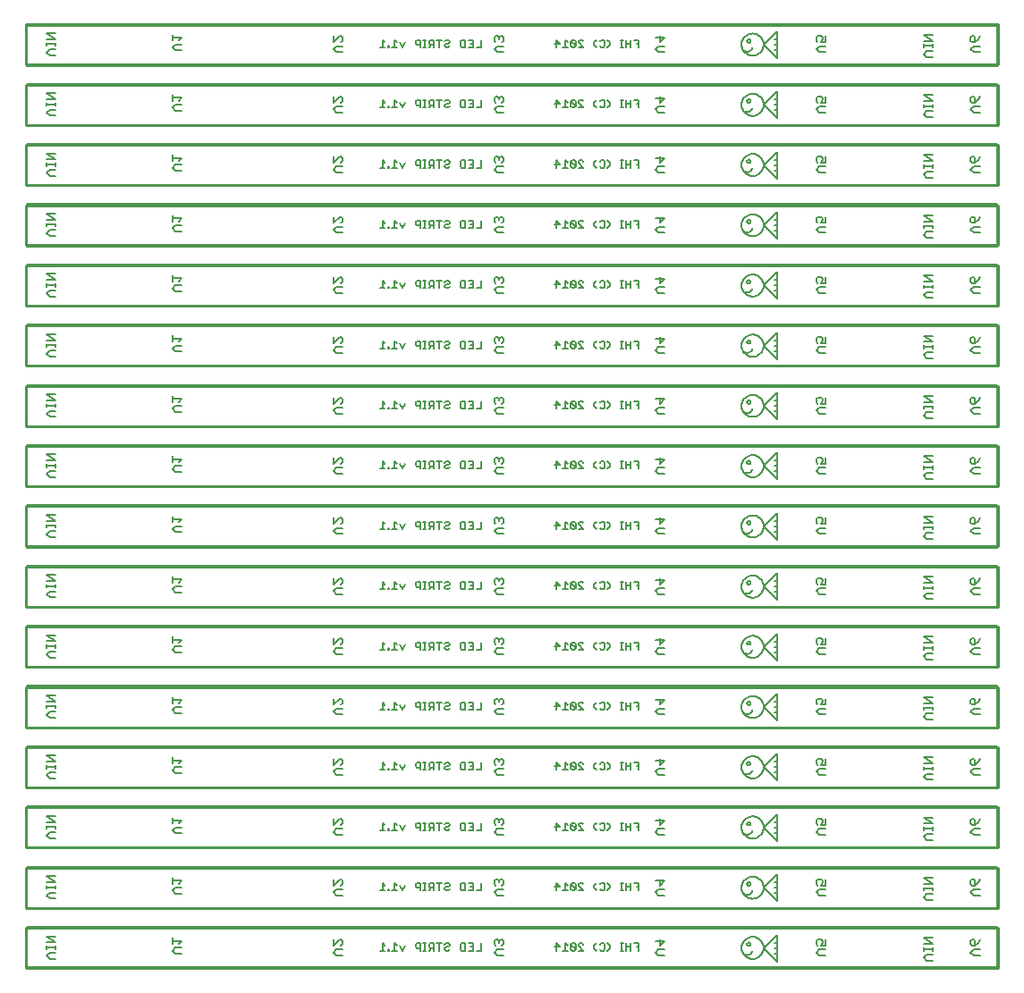
<source format=gbo>
G75*
G70*
%OFA0B0*%
%FSLAX25Y25*%
%IPPOS*%
%LPD*%
%AMOC8*
5,1,8,0,0,1.08239X$1,22.5*
%
%ADD10C,0.00500*%
%ADD11C,0.01000*%
%ADD13C,0.00600*%
%ADD16C,0.00800*%
X0010000Y0010000D02*
G75*
%LPD*%
D11*
X0010000Y0010000D02*
X0010000Y0024960D01*
X0372500Y0024960D01*
X0372500Y0010000D01*
X0010000Y0010000D01*
D13*
X0017800Y0014560D02*
X0018930Y0013430D01*
X0021200Y0013430D01*
X0018930Y0015690D02*
X0017800Y0014560D01*
X0018930Y0015690D02*
X0021200Y0015690D01*
X0021200Y0017110D02*
X0021200Y0018240D01*
X0017800Y0018240D02*
X0017800Y0017110D01*
X0017800Y0017680D02*
X0021200Y0017680D01*
X0021200Y0019560D02*
X0017800Y0019560D01*
X0017800Y0021830D02*
X0021200Y0019560D01*
X0021200Y0021830D02*
X0017800Y0021830D01*
X0064680Y0021250D02*
X0064680Y0018980D01*
X0066940Y0018980D02*
X0068080Y0020120D01*
X0064680Y0020120D01*
X0065810Y0017570D02*
X0068080Y0017570D01*
X0065810Y0017570D02*
X0064680Y0016430D01*
X0065810Y0015300D01*
X0068080Y0015300D01*
X0124680Y0015810D02*
X0125810Y0016940D01*
X0128080Y0016940D01*
X0125810Y0014680D02*
X0124680Y0015810D01*
X0125810Y0014680D02*
X0128080Y0014680D01*
X0127510Y0018360D02*
X0128080Y0018930D01*
X0128080Y0020060D01*
X0127510Y0020630D01*
X0126940Y0020630D01*
X0124680Y0018360D01*
X0124680Y0020630D01*
X0184680Y0020060D02*
X0184680Y0018930D01*
X0185240Y0018360D01*
X0187510Y0018360D02*
X0188080Y0018930D01*
X0188080Y0020060D01*
X0187510Y0020630D01*
X0186940Y0020630D01*
X0186380Y0020060D01*
X0185810Y0020630D01*
X0185240Y0020630D01*
X0184680Y0020060D01*
X0186380Y0020060D02*
X0186380Y0019490D01*
X0185810Y0016940D02*
X0188080Y0016940D01*
X0185810Y0016940D02*
X0184680Y0015810D01*
X0185810Y0014680D01*
X0188080Y0014680D01*
X0244680Y0015810D02*
X0245810Y0014680D01*
X0248080Y0014680D01*
X0245810Y0016940D02*
X0244680Y0015810D01*
X0245810Y0016940D02*
X0248080Y0016940D01*
X0246380Y0018360D02*
X0246380Y0020630D01*
X0244680Y0020060D02*
X0248080Y0020060D01*
X0246380Y0018360D01*
X0304680Y0018930D02*
X0305240Y0018360D01*
X0306380Y0018360D02*
X0306940Y0019490D01*
X0306940Y0020060D01*
X0306380Y0020630D01*
X0305240Y0020630D01*
X0304680Y0020060D01*
X0304680Y0018930D01*
X0306380Y0018360D02*
X0308080Y0018360D01*
X0308080Y0020630D01*
X0344680Y0021210D02*
X0348080Y0021210D01*
X0348080Y0018940D02*
X0344680Y0021210D01*
X0362180Y0020060D02*
X0362740Y0020630D01*
X0363310Y0020630D01*
X0363880Y0020060D01*
X0363880Y0018360D01*
X0362740Y0018360D01*
X0362180Y0018930D01*
X0362180Y0020060D01*
X0363880Y0018360D02*
X0365010Y0019490D01*
X0365580Y0020630D01*
X0348080Y0018940D02*
X0344680Y0018940D01*
X0344680Y0017620D02*
X0344680Y0016480D01*
X0348080Y0016480D02*
X0348080Y0017620D01*
X0348080Y0017050D02*
X0344680Y0017050D01*
X0362180Y0015810D02*
X0363310Y0016940D01*
X0365580Y0016940D01*
X0363310Y0014680D02*
X0362180Y0015810D01*
X0348080Y0015070D02*
X0345810Y0015070D01*
X0344680Y0013930D01*
X0345810Y0012800D01*
X0348080Y0012800D01*
X0363310Y0014680D02*
X0365580Y0014680D01*
X0308080Y0014680D02*
X0305810Y0014680D01*
X0304680Y0015810D01*
X0305810Y0016940D01*
X0308080Y0016940D01*
D10*
X0238500Y0016500D02*
X0238500Y0019200D01*
X0236700Y0019200D01*
X0235550Y0019200D02*
X0235550Y0016500D01*
X0233750Y0016500D02*
X0233750Y0019200D01*
X0232610Y0019200D02*
X0231710Y0019200D01*
X0232160Y0019200D02*
X0232160Y0016500D01*
X0232610Y0016500D02*
X0231710Y0016500D01*
X0227700Y0017400D02*
X0226800Y0016500D01*
X0225730Y0016950D02*
X0225280Y0016500D01*
X0224380Y0016500D01*
X0223930Y0016950D01*
X0225730Y0016950D02*
X0225730Y0018750D01*
X0225280Y0019200D01*
X0224380Y0019200D01*
X0223930Y0018750D01*
X0222790Y0019200D02*
X0221880Y0018300D01*
X0221880Y0017400D01*
X0222790Y0016500D01*
X0217870Y0016500D02*
X0216070Y0018300D01*
X0216070Y0018750D01*
X0216520Y0019200D01*
X0217420Y0019200D01*
X0217870Y0018750D01*
X0214930Y0018750D02*
X0214480Y0019200D01*
X0213580Y0019200D01*
X0213130Y0018750D01*
X0214930Y0016950D01*
X0214480Y0016500D01*
X0213580Y0016500D01*
X0213130Y0016950D01*
X0213130Y0018750D01*
X0211980Y0018300D02*
X0211080Y0019200D01*
X0211080Y0016500D01*
X0211980Y0016500D02*
X0210180Y0016500D01*
X0207680Y0016500D02*
X0207680Y0019200D01*
X0209030Y0017850D01*
X0207230Y0017850D01*
X0214930Y0016950D02*
X0214930Y0018750D01*
X0226800Y0019200D02*
X0227700Y0018300D01*
X0227700Y0017400D01*
X0233750Y0017850D02*
X0235550Y0017850D01*
X0237600Y0017850D02*
X0238500Y0017850D01*
X0217870Y0016500D02*
X0216070Y0016500D01*
X0179750Y0016500D02*
X0177950Y0016500D01*
X0176800Y0016500D02*
X0175000Y0016500D01*
X0173860Y0016500D02*
X0172510Y0016500D01*
X0172060Y0016950D01*
X0172060Y0018750D01*
X0172510Y0019200D01*
X0173860Y0019200D01*
X0173860Y0016500D01*
X0176800Y0016500D02*
X0176800Y0019200D01*
X0175000Y0019200D01*
X0179750Y0019200D02*
X0179750Y0016500D01*
X0167960Y0016950D02*
X0167510Y0016500D01*
X0166610Y0016500D01*
X0166160Y0016950D01*
X0166160Y0017400D01*
X0166610Y0017850D01*
X0167510Y0017850D01*
X0167960Y0018300D01*
X0167960Y0018750D01*
X0167510Y0019200D01*
X0166610Y0019200D01*
X0166160Y0018750D01*
X0165020Y0019200D02*
X0163220Y0019200D01*
X0164120Y0019200D02*
X0164120Y0016500D01*
X0162070Y0016500D02*
X0162070Y0019200D01*
X0160720Y0019200D01*
X0160270Y0018750D01*
X0160270Y0017850D01*
X0160720Y0017400D01*
X0162070Y0017400D01*
X0161170Y0017400D02*
X0160270Y0016500D01*
X0159120Y0016500D02*
X0158220Y0016500D01*
X0158670Y0016500D02*
X0158670Y0019200D01*
X0159120Y0019200D02*
X0158220Y0019200D01*
X0157160Y0019200D02*
X0155810Y0019200D01*
X0155360Y0018750D01*
X0155360Y0017850D01*
X0155810Y0017400D01*
X0157160Y0017400D01*
X0145370Y0016950D02*
X0144920Y0016950D01*
X0144920Y0016500D01*
X0145370Y0016500D01*
X0145370Y0016950D01*
X0146520Y0016500D02*
X0148320Y0016500D01*
X0147420Y0016500D02*
X0147420Y0019200D01*
X0148320Y0018300D01*
X0149470Y0018300D02*
X0150370Y0016500D01*
X0151270Y0018300D01*
X0143900Y0018300D02*
X0143000Y0019200D01*
X0143000Y0016500D01*
X0143900Y0016500D02*
X0142100Y0016500D01*
X0157160Y0016500D02*
X0157160Y0019200D01*
X0175900Y0017850D02*
X0176800Y0017850D01*
D16*
X0277600Y0015200D02*
X0277830Y0015060D01*
X0278070Y0014950D01*
X0278330Y0014880D01*
X0278590Y0014840D01*
X0278860Y0014830D01*
X0279120Y0014860D01*
X0279380Y0014920D01*
X0279630Y0015010D01*
X0279870Y0015140D01*
X0280090Y0015290D01*
X0280280Y0015470D01*
X0280460Y0015680D01*
X0280600Y0015900D01*
X0280710Y0016140D01*
X0280800Y0016400D01*
X0276780Y0017500D02*
X0276800Y0017900D01*
X0276860Y0018300D01*
X0276960Y0018700D01*
X0277090Y0019080D01*
X0277270Y0019440D01*
X0277470Y0019790D01*
X0277720Y0020110D01*
X0277990Y0020410D01*
X0278290Y0020680D01*
X0278610Y0020930D01*
X0278960Y0021130D01*
X0279320Y0021310D01*
X0279700Y0021440D01*
X0280100Y0021540D01*
X0280500Y0021600D01*
X0280900Y0021620D01*
X0281300Y0021600D01*
X0281700Y0021540D01*
X0282100Y0021440D01*
X0282480Y0021310D01*
X0282840Y0021130D01*
X0283190Y0020930D01*
X0283510Y0020680D01*
X0283810Y0020410D01*
X0284080Y0020110D01*
X0284330Y0019790D01*
X0284530Y0019440D01*
X0284710Y0019080D01*
X0284840Y0018700D01*
X0284940Y0018300D01*
X0285000Y0017900D01*
X0285020Y0017500D01*
X0285000Y0017100D01*
X0284940Y0016700D01*
X0284840Y0016300D01*
X0284710Y0015920D01*
X0284530Y0015560D01*
X0284330Y0015210D01*
X0284080Y0014890D01*
X0283810Y0014590D01*
X0283510Y0014320D01*
X0283190Y0014070D01*
X0282840Y0013870D01*
X0282480Y0013690D01*
X0282100Y0013560D01*
X0281700Y0013460D01*
X0281300Y0013400D01*
X0280900Y0013380D01*
X0280500Y0013400D01*
X0280100Y0013460D01*
X0279700Y0013560D01*
X0279320Y0013690D01*
X0278960Y0013870D01*
X0278610Y0014070D01*
X0278290Y0014320D01*
X0277990Y0014590D01*
X0277720Y0014890D01*
X0277470Y0015210D01*
X0277270Y0015560D01*
X0277090Y0015920D01*
X0276960Y0016300D01*
X0276860Y0016700D01*
X0276800Y0017100D01*
X0276780Y0017500D01*
X0285000Y0017500D02*
X0290000Y0012500D01*
X0290000Y0015500D01*
X0289000Y0015500D01*
X0290000Y0015500D02*
X0290000Y0017500D01*
X0289000Y0017500D01*
X0290000Y0017500D02*
X0290000Y0019500D01*
X0289100Y0019500D01*
X0290000Y0019500D02*
X0290000Y0022500D01*
X0285000Y0017500D01*
X0278860Y0018900D02*
X0278880Y0019050D01*
X0278930Y0019200D01*
X0279020Y0019320D01*
X0279140Y0019430D01*
X0279270Y0019500D01*
X0279420Y0019540D01*
X0279580Y0019540D01*
X0279730Y0019500D01*
X0279860Y0019430D01*
X0279980Y0019320D01*
X0280070Y0019200D01*
X0280120Y0019050D01*
X0280140Y0018900D01*
X0280120Y0018750D01*
X0280070Y0018600D01*
X0279980Y0018480D01*
X0279860Y0018370D01*
X0279730Y0018300D01*
X0279580Y0018260D01*
X0279420Y0018260D01*
X0279270Y0018300D01*
X0279140Y0018370D01*
X0279020Y0018480D01*
X0278930Y0018600D01*
X0278880Y0018750D01*
X0278860Y0018900D01*
D16*
X0010400Y0010400D02*
X0010400Y0025360D01*
X0010400Y0025360D02*
X0372100Y0025360D01*
X0372100Y0010400D01*
X0372100Y0010400D02*
X0010400Y0010400D01*
X0010000Y0032460D02*
G75*
%LPD*%
D11*
X0010000Y0032460D02*
X0010000Y0047420D01*
X0372500Y0047420D01*
X0372500Y0032460D01*
X0010000Y0032460D01*
D13*
X0017800Y0037020D02*
X0018930Y0035890D01*
X0021200Y0035890D01*
X0018930Y0038150D02*
X0017800Y0037020D01*
X0018930Y0038150D02*
X0021200Y0038150D01*
X0021200Y0039570D02*
X0021200Y0040700D01*
X0017800Y0040700D02*
X0017800Y0039570D01*
X0017800Y0040140D02*
X0021200Y0040140D01*
X0021200Y0042020D02*
X0017800Y0042020D01*
X0017800Y0044290D02*
X0021200Y0042020D01*
X0021200Y0044290D02*
X0017800Y0044290D01*
X0064680Y0043710D02*
X0064680Y0041440D01*
X0066940Y0041440D02*
X0068080Y0042580D01*
X0064680Y0042580D01*
X0065810Y0040030D02*
X0068080Y0040030D01*
X0065810Y0040030D02*
X0064680Y0038890D01*
X0065810Y0037760D01*
X0068080Y0037760D01*
X0124680Y0038270D02*
X0125810Y0039400D01*
X0128080Y0039400D01*
X0125810Y0037140D02*
X0124680Y0038270D01*
X0125810Y0037140D02*
X0128080Y0037140D01*
X0127510Y0040820D02*
X0128080Y0041390D01*
X0128080Y0042520D01*
X0127510Y0043090D01*
X0126940Y0043090D01*
X0124680Y0040820D01*
X0124680Y0043090D01*
X0184680Y0042520D02*
X0184680Y0041390D01*
X0185240Y0040820D01*
X0187510Y0040820D02*
X0188080Y0041390D01*
X0188080Y0042520D01*
X0187510Y0043090D01*
X0186940Y0043090D01*
X0186380Y0042520D01*
X0185810Y0043090D01*
X0185240Y0043090D01*
X0184680Y0042520D01*
X0186380Y0042520D02*
X0186380Y0041950D01*
X0185810Y0039400D02*
X0188080Y0039400D01*
X0185810Y0039400D02*
X0184680Y0038270D01*
X0185810Y0037140D01*
X0188080Y0037140D01*
X0244680Y0038270D02*
X0245810Y0037140D01*
X0248080Y0037140D01*
X0245810Y0039400D02*
X0244680Y0038270D01*
X0245810Y0039400D02*
X0248080Y0039400D01*
X0246380Y0040820D02*
X0246380Y0043090D01*
X0244680Y0042520D02*
X0248080Y0042520D01*
X0246380Y0040820D01*
X0304680Y0041390D02*
X0305240Y0040820D01*
X0306380Y0040820D02*
X0306940Y0041950D01*
X0306940Y0042520D01*
X0306380Y0043090D01*
X0305240Y0043090D01*
X0304680Y0042520D01*
X0304680Y0041390D01*
X0306380Y0040820D02*
X0308080Y0040820D01*
X0308080Y0043090D01*
X0344680Y0043670D02*
X0348080Y0043670D01*
X0348080Y0041400D02*
X0344680Y0043670D01*
X0362180Y0042520D02*
X0362740Y0043090D01*
X0363310Y0043090D01*
X0363880Y0042520D01*
X0363880Y0040820D01*
X0362740Y0040820D01*
X0362180Y0041390D01*
X0362180Y0042520D01*
X0363880Y0040820D02*
X0365010Y0041950D01*
X0365580Y0043090D01*
X0348080Y0041400D02*
X0344680Y0041400D01*
X0344680Y0040080D02*
X0344680Y0038940D01*
X0348080Y0038940D02*
X0348080Y0040080D01*
X0348080Y0039510D02*
X0344680Y0039510D01*
X0362180Y0038270D02*
X0363310Y0039400D01*
X0365580Y0039400D01*
X0363310Y0037140D02*
X0362180Y0038270D01*
X0348080Y0037530D02*
X0345810Y0037530D01*
X0344680Y0036390D01*
X0345810Y0035260D01*
X0348080Y0035260D01*
X0363310Y0037140D02*
X0365580Y0037140D01*
X0308080Y0037140D02*
X0305810Y0037140D01*
X0304680Y0038270D01*
X0305810Y0039400D01*
X0308080Y0039400D01*
D10*
X0238500Y0038960D02*
X0238500Y0041660D01*
X0236700Y0041660D01*
X0235550Y0041660D02*
X0235550Y0038960D01*
X0233750Y0038960D02*
X0233750Y0041660D01*
X0232610Y0041660D02*
X0231710Y0041660D01*
X0232160Y0041660D02*
X0232160Y0038960D01*
X0232610Y0038960D02*
X0231710Y0038960D01*
X0227700Y0039860D02*
X0226800Y0038960D01*
X0225730Y0039410D02*
X0225280Y0038960D01*
X0224380Y0038960D01*
X0223930Y0039410D01*
X0225730Y0039410D02*
X0225730Y0041210D01*
X0225280Y0041660D01*
X0224380Y0041660D01*
X0223930Y0041210D01*
X0222790Y0041660D02*
X0221880Y0040760D01*
X0221880Y0039860D01*
X0222790Y0038960D01*
X0217870Y0038960D02*
X0216070Y0040760D01*
X0216070Y0041210D01*
X0216520Y0041660D01*
X0217420Y0041660D01*
X0217870Y0041210D01*
X0214930Y0041210D02*
X0214480Y0041660D01*
X0213580Y0041660D01*
X0213130Y0041210D01*
X0214930Y0039410D01*
X0214480Y0038960D01*
X0213580Y0038960D01*
X0213130Y0039410D01*
X0213130Y0041210D01*
X0211980Y0040760D02*
X0211080Y0041660D01*
X0211080Y0038960D01*
X0211980Y0038960D02*
X0210180Y0038960D01*
X0207680Y0038960D02*
X0207680Y0041660D01*
X0209030Y0040310D01*
X0207230Y0040310D01*
X0214930Y0039410D02*
X0214930Y0041210D01*
X0226800Y0041660D02*
X0227700Y0040760D01*
X0227700Y0039860D01*
X0233750Y0040310D02*
X0235550Y0040310D01*
X0237600Y0040310D02*
X0238500Y0040310D01*
X0217870Y0038960D02*
X0216070Y0038960D01*
X0179750Y0038960D02*
X0177950Y0038960D01*
X0176800Y0038960D02*
X0175000Y0038960D01*
X0173860Y0038960D02*
X0172510Y0038960D01*
X0172060Y0039410D01*
X0172060Y0041210D01*
X0172510Y0041660D01*
X0173860Y0041660D01*
X0173860Y0038960D01*
X0176800Y0038960D02*
X0176800Y0041660D01*
X0175000Y0041660D01*
X0179750Y0041660D02*
X0179750Y0038960D01*
X0167960Y0039410D02*
X0167510Y0038960D01*
X0166610Y0038960D01*
X0166160Y0039410D01*
X0166160Y0039860D01*
X0166610Y0040310D01*
X0167510Y0040310D01*
X0167960Y0040760D01*
X0167960Y0041210D01*
X0167510Y0041660D01*
X0166610Y0041660D01*
X0166160Y0041210D01*
X0165020Y0041660D02*
X0163220Y0041660D01*
X0164120Y0041660D02*
X0164120Y0038960D01*
X0162070Y0038960D02*
X0162070Y0041660D01*
X0160720Y0041660D01*
X0160270Y0041210D01*
X0160270Y0040310D01*
X0160720Y0039860D01*
X0162070Y0039860D01*
X0161170Y0039860D02*
X0160270Y0038960D01*
X0159120Y0038960D02*
X0158220Y0038960D01*
X0158670Y0038960D02*
X0158670Y0041660D01*
X0159120Y0041660D02*
X0158220Y0041660D01*
X0157160Y0041660D02*
X0155810Y0041660D01*
X0155360Y0041210D01*
X0155360Y0040310D01*
X0155810Y0039860D01*
X0157160Y0039860D01*
X0145370Y0039410D02*
X0144920Y0039410D01*
X0144920Y0038960D01*
X0145370Y0038960D01*
X0145370Y0039410D01*
X0146520Y0038960D02*
X0148320Y0038960D01*
X0147420Y0038960D02*
X0147420Y0041660D01*
X0148320Y0040760D01*
X0149470Y0040760D02*
X0150370Y0038960D01*
X0151270Y0040760D01*
X0143900Y0040760D02*
X0143000Y0041660D01*
X0143000Y0038960D01*
X0143900Y0038960D02*
X0142100Y0038960D01*
X0157160Y0038960D02*
X0157160Y0041660D01*
X0175900Y0040310D02*
X0176800Y0040310D01*
D16*
X0277600Y0037660D02*
X0277830Y0037520D01*
X0278070Y0037410D01*
X0278330Y0037340D01*
X0278590Y0037300D01*
X0278860Y0037290D01*
X0279120Y0037320D01*
X0279380Y0037380D01*
X0279630Y0037470D01*
X0279870Y0037600D01*
X0280090Y0037750D01*
X0280280Y0037930D01*
X0280460Y0038140D01*
X0280600Y0038360D01*
X0280710Y0038600D01*
X0280800Y0038860D01*
X0276780Y0039960D02*
X0276800Y0040360D01*
X0276860Y0040760D01*
X0276960Y0041160D01*
X0277090Y0041540D01*
X0277270Y0041900D01*
X0277470Y0042250D01*
X0277720Y0042570D01*
X0277990Y0042870D01*
X0278290Y0043140D01*
X0278610Y0043390D01*
X0278960Y0043590D01*
X0279320Y0043770D01*
X0279700Y0043900D01*
X0280100Y0044000D01*
X0280500Y0044060D01*
X0280900Y0044080D01*
X0281300Y0044060D01*
X0281700Y0044000D01*
X0282100Y0043900D01*
X0282480Y0043770D01*
X0282840Y0043590D01*
X0283190Y0043390D01*
X0283510Y0043140D01*
X0283810Y0042870D01*
X0284080Y0042570D01*
X0284330Y0042250D01*
X0284530Y0041900D01*
X0284710Y0041540D01*
X0284840Y0041160D01*
X0284940Y0040760D01*
X0285000Y0040360D01*
X0285020Y0039960D01*
X0285000Y0039560D01*
X0284940Y0039160D01*
X0284840Y0038760D01*
X0284710Y0038380D01*
X0284530Y0038020D01*
X0284330Y0037670D01*
X0284080Y0037350D01*
X0283810Y0037050D01*
X0283510Y0036780D01*
X0283190Y0036530D01*
X0282840Y0036330D01*
X0282480Y0036150D01*
X0282100Y0036020D01*
X0281700Y0035920D01*
X0281300Y0035860D01*
X0280900Y0035840D01*
X0280500Y0035860D01*
X0280100Y0035920D01*
X0279700Y0036020D01*
X0279320Y0036150D01*
X0278960Y0036330D01*
X0278610Y0036530D01*
X0278290Y0036780D01*
X0277990Y0037050D01*
X0277720Y0037350D01*
X0277470Y0037670D01*
X0277270Y0038020D01*
X0277090Y0038380D01*
X0276960Y0038760D01*
X0276860Y0039160D01*
X0276800Y0039560D01*
X0276780Y0039960D01*
X0285000Y0039960D02*
X0290000Y0034960D01*
X0290000Y0037960D01*
X0289000Y0037960D01*
X0290000Y0037960D02*
X0290000Y0039960D01*
X0289000Y0039960D01*
X0290000Y0039960D02*
X0290000Y0041960D01*
X0289100Y0041960D01*
X0290000Y0041960D02*
X0290000Y0044960D01*
X0285000Y0039960D01*
X0278860Y0041360D02*
X0278880Y0041510D01*
X0278930Y0041660D01*
X0279020Y0041780D01*
X0279140Y0041890D01*
X0279270Y0041960D01*
X0279420Y0042000D01*
X0279580Y0042000D01*
X0279730Y0041960D01*
X0279860Y0041890D01*
X0279980Y0041780D01*
X0280070Y0041660D01*
X0280120Y0041510D01*
X0280140Y0041360D01*
X0280120Y0041210D01*
X0280070Y0041060D01*
X0279980Y0040940D01*
X0279860Y0040830D01*
X0279730Y0040760D01*
X0279580Y0040720D01*
X0279420Y0040720D01*
X0279270Y0040760D01*
X0279140Y0040830D01*
X0279020Y0040940D01*
X0278930Y0041060D01*
X0278880Y0041210D01*
X0278860Y0041360D01*
D16*
X0010400Y0032060D02*
X0010400Y0047820D01*
X0010400Y0047820D02*
X0372100Y0047820D01*
X0372100Y0032060D01*
X0372100Y0032060D02*
X0010400Y0032060D01*
X0010000Y0054920D02*
G75*
%LPD*%
D11*
X0010000Y0054920D02*
X0010000Y0069880D01*
X0372500Y0069880D01*
X0372500Y0054920D01*
X0010000Y0054920D01*
D13*
X0017800Y0059480D02*
X0018930Y0058350D01*
X0021200Y0058350D01*
X0018930Y0060610D02*
X0017800Y0059480D01*
X0018930Y0060610D02*
X0021200Y0060610D01*
X0021200Y0062030D02*
X0021200Y0063160D01*
X0017800Y0063160D02*
X0017800Y0062030D01*
X0017800Y0062600D02*
X0021200Y0062600D01*
X0021200Y0064480D02*
X0017800Y0064480D01*
X0017800Y0066750D02*
X0021200Y0064480D01*
X0021200Y0066750D02*
X0017800Y0066750D01*
X0064680Y0066170D02*
X0064680Y0063900D01*
X0066940Y0063900D02*
X0068080Y0065040D01*
X0064680Y0065040D01*
X0065810Y0062490D02*
X0068080Y0062490D01*
X0065810Y0062490D02*
X0064680Y0061350D01*
X0065810Y0060220D01*
X0068080Y0060220D01*
X0124680Y0060730D02*
X0125810Y0061860D01*
X0128080Y0061860D01*
X0125810Y0059600D02*
X0124680Y0060730D01*
X0125810Y0059600D02*
X0128080Y0059600D01*
X0127510Y0063280D02*
X0128080Y0063850D01*
X0128080Y0064980D01*
X0127510Y0065550D01*
X0126940Y0065550D01*
X0124680Y0063280D01*
X0124680Y0065550D01*
X0184680Y0064980D02*
X0184680Y0063850D01*
X0185240Y0063280D01*
X0187510Y0063280D02*
X0188080Y0063850D01*
X0188080Y0064980D01*
X0187510Y0065550D01*
X0186940Y0065550D01*
X0186380Y0064980D01*
X0185810Y0065550D01*
X0185240Y0065550D01*
X0184680Y0064980D01*
X0186380Y0064980D02*
X0186380Y0064410D01*
X0185810Y0061860D02*
X0188080Y0061860D01*
X0185810Y0061860D02*
X0184680Y0060730D01*
X0185810Y0059600D01*
X0188080Y0059600D01*
X0244680Y0060730D02*
X0245810Y0059600D01*
X0248080Y0059600D01*
X0245810Y0061860D02*
X0244680Y0060730D01*
X0245810Y0061860D02*
X0248080Y0061860D01*
X0246380Y0063280D02*
X0246380Y0065550D01*
X0244680Y0064980D02*
X0248080Y0064980D01*
X0246380Y0063280D01*
X0304680Y0063850D02*
X0305240Y0063280D01*
X0306380Y0063280D02*
X0306940Y0064410D01*
X0306940Y0064980D01*
X0306380Y0065550D01*
X0305240Y0065550D01*
X0304680Y0064980D01*
X0304680Y0063850D01*
X0306380Y0063280D02*
X0308080Y0063280D01*
X0308080Y0065550D01*
X0344680Y0066130D02*
X0348080Y0066130D01*
X0348080Y0063860D02*
X0344680Y0066130D01*
X0362180Y0064980D02*
X0362740Y0065550D01*
X0363310Y0065550D01*
X0363880Y0064980D01*
X0363880Y0063280D01*
X0362740Y0063280D01*
X0362180Y0063850D01*
X0362180Y0064980D01*
X0363880Y0063280D02*
X0365010Y0064410D01*
X0365580Y0065550D01*
X0348080Y0063860D02*
X0344680Y0063860D01*
X0344680Y0062540D02*
X0344680Y0061400D01*
X0348080Y0061400D02*
X0348080Y0062540D01*
X0348080Y0061970D02*
X0344680Y0061970D01*
X0362180Y0060730D02*
X0363310Y0061860D01*
X0365580Y0061860D01*
X0363310Y0059600D02*
X0362180Y0060730D01*
X0348080Y0059990D02*
X0345810Y0059990D01*
X0344680Y0058850D01*
X0345810Y0057720D01*
X0348080Y0057720D01*
X0363310Y0059600D02*
X0365580Y0059600D01*
X0308080Y0059600D02*
X0305810Y0059600D01*
X0304680Y0060730D01*
X0305810Y0061860D01*
X0308080Y0061860D01*
D10*
X0238500Y0061420D02*
X0238500Y0064120D01*
X0236700Y0064120D01*
X0235550Y0064120D02*
X0235550Y0061420D01*
X0233750Y0061420D02*
X0233750Y0064120D01*
X0232610Y0064120D02*
X0231710Y0064120D01*
X0232160Y0064120D02*
X0232160Y0061420D01*
X0232610Y0061420D02*
X0231710Y0061420D01*
X0227700Y0062320D02*
X0226800Y0061420D01*
X0225730Y0061870D02*
X0225280Y0061420D01*
X0224380Y0061420D01*
X0223930Y0061870D01*
X0225730Y0061870D02*
X0225730Y0063670D01*
X0225280Y0064120D01*
X0224380Y0064120D01*
X0223930Y0063670D01*
X0222790Y0064120D02*
X0221880Y0063220D01*
X0221880Y0062320D01*
X0222790Y0061420D01*
X0217870Y0061420D02*
X0216070Y0063220D01*
X0216070Y0063670D01*
X0216520Y0064120D01*
X0217420Y0064120D01*
X0217870Y0063670D01*
X0214930Y0063670D02*
X0214480Y0064120D01*
X0213580Y0064120D01*
X0213130Y0063670D01*
X0214930Y0061870D01*
X0214480Y0061420D01*
X0213580Y0061420D01*
X0213130Y0061870D01*
X0213130Y0063670D01*
X0211980Y0063220D02*
X0211080Y0064120D01*
X0211080Y0061420D01*
X0211980Y0061420D02*
X0210180Y0061420D01*
X0207680Y0061420D02*
X0207680Y0064120D01*
X0209030Y0062770D01*
X0207230Y0062770D01*
X0214930Y0061870D02*
X0214930Y0063670D01*
X0226800Y0064120D02*
X0227700Y0063220D01*
X0227700Y0062320D01*
X0233750Y0062770D02*
X0235550Y0062770D01*
X0237600Y0062770D02*
X0238500Y0062770D01*
X0217870Y0061420D02*
X0216070Y0061420D01*
X0179750Y0061420D02*
X0177950Y0061420D01*
X0176800Y0061420D02*
X0175000Y0061420D01*
X0173860Y0061420D02*
X0172510Y0061420D01*
X0172060Y0061870D01*
X0172060Y0063670D01*
X0172510Y0064120D01*
X0173860Y0064120D01*
X0173860Y0061420D01*
X0176800Y0061420D02*
X0176800Y0064120D01*
X0175000Y0064120D01*
X0179750Y0064120D02*
X0179750Y0061420D01*
X0167960Y0061870D02*
X0167510Y0061420D01*
X0166610Y0061420D01*
X0166160Y0061870D01*
X0166160Y0062320D01*
X0166610Y0062770D01*
X0167510Y0062770D01*
X0167960Y0063220D01*
X0167960Y0063670D01*
X0167510Y0064120D01*
X0166610Y0064120D01*
X0166160Y0063670D01*
X0165020Y0064120D02*
X0163220Y0064120D01*
X0164120Y0064120D02*
X0164120Y0061420D01*
X0162070Y0061420D02*
X0162070Y0064120D01*
X0160720Y0064120D01*
X0160270Y0063670D01*
X0160270Y0062770D01*
X0160720Y0062320D01*
X0162070Y0062320D01*
X0161170Y0062320D02*
X0160270Y0061420D01*
X0159120Y0061420D02*
X0158220Y0061420D01*
X0158670Y0061420D02*
X0158670Y0064120D01*
X0159120Y0064120D02*
X0158220Y0064120D01*
X0157160Y0064120D02*
X0155810Y0064120D01*
X0155360Y0063670D01*
X0155360Y0062770D01*
X0155810Y0062320D01*
X0157160Y0062320D01*
X0145370Y0061870D02*
X0144920Y0061870D01*
X0144920Y0061420D01*
X0145370Y0061420D01*
X0145370Y0061870D01*
X0146520Y0061420D02*
X0148320Y0061420D01*
X0147420Y0061420D02*
X0147420Y0064120D01*
X0148320Y0063220D01*
X0149470Y0063220D02*
X0150370Y0061420D01*
X0151270Y0063220D01*
X0143900Y0063220D02*
X0143000Y0064120D01*
X0143000Y0061420D01*
X0143900Y0061420D02*
X0142100Y0061420D01*
X0157160Y0061420D02*
X0157160Y0064120D01*
X0175900Y0062770D02*
X0176800Y0062770D01*
D16*
X0277600Y0060120D02*
X0277830Y0059980D01*
X0278070Y0059870D01*
X0278330Y0059800D01*
X0278590Y0059760D01*
X0278860Y0059750D01*
X0279120Y0059780D01*
X0279380Y0059840D01*
X0279630Y0059930D01*
X0279870Y0060060D01*
X0280090Y0060210D01*
X0280280Y0060390D01*
X0280460Y0060600D01*
X0280600Y0060820D01*
X0280710Y0061060D01*
X0280800Y0061320D01*
X0276780Y0062420D02*
X0276800Y0062820D01*
X0276860Y0063220D01*
X0276960Y0063620D01*
X0277090Y0064000D01*
X0277270Y0064360D01*
X0277470Y0064710D01*
X0277720Y0065030D01*
X0277990Y0065330D01*
X0278290Y0065600D01*
X0278610Y0065850D01*
X0278960Y0066050D01*
X0279320Y0066230D01*
X0279700Y0066360D01*
X0280100Y0066460D01*
X0280500Y0066520D01*
X0280900Y0066540D01*
X0281300Y0066520D01*
X0281700Y0066460D01*
X0282100Y0066360D01*
X0282480Y0066230D01*
X0282840Y0066050D01*
X0283190Y0065850D01*
X0283510Y0065600D01*
X0283810Y0065330D01*
X0284080Y0065030D01*
X0284330Y0064710D01*
X0284530Y0064360D01*
X0284710Y0064000D01*
X0284840Y0063620D01*
X0284940Y0063220D01*
X0285000Y0062820D01*
X0285020Y0062420D01*
X0285000Y0062020D01*
X0284940Y0061620D01*
X0284840Y0061220D01*
X0284710Y0060840D01*
X0284530Y0060480D01*
X0284330Y0060130D01*
X0284080Y0059810D01*
X0283810Y0059510D01*
X0283510Y0059240D01*
X0283190Y0058990D01*
X0282840Y0058790D01*
X0282480Y0058610D01*
X0282100Y0058480D01*
X0281700Y0058380D01*
X0281300Y0058320D01*
X0280900Y0058300D01*
X0280500Y0058320D01*
X0280100Y0058380D01*
X0279700Y0058480D01*
X0279320Y0058610D01*
X0278960Y0058790D01*
X0278610Y0058990D01*
X0278290Y0059240D01*
X0277990Y0059510D01*
X0277720Y0059810D01*
X0277470Y0060130D01*
X0277270Y0060480D01*
X0277090Y0060840D01*
X0276960Y0061220D01*
X0276860Y0061620D01*
X0276800Y0062020D01*
X0276780Y0062420D01*
X0285000Y0062420D02*
X0290000Y0057420D01*
X0290000Y0060420D01*
X0289000Y0060420D01*
X0290000Y0060420D02*
X0290000Y0062420D01*
X0289000Y0062420D01*
X0290000Y0062420D02*
X0290000Y0064420D01*
X0289100Y0064420D01*
X0290000Y0064420D02*
X0290000Y0067420D01*
X0285000Y0062420D01*
X0278860Y0063820D02*
X0278880Y0063970D01*
X0278930Y0064120D01*
X0279020Y0064240D01*
X0279140Y0064350D01*
X0279270Y0064420D01*
X0279420Y0064460D01*
X0279580Y0064460D01*
X0279730Y0064420D01*
X0279860Y0064350D01*
X0279980Y0064240D01*
X0280070Y0064120D01*
X0280120Y0063970D01*
X0280140Y0063820D01*
X0280120Y0063670D01*
X0280070Y0063520D01*
X0279980Y0063400D01*
X0279860Y0063290D01*
X0279730Y0063220D01*
X0279580Y0063180D01*
X0279420Y0063180D01*
X0279270Y0063220D01*
X0279140Y0063290D01*
X0279020Y0063400D01*
X0278930Y0063520D01*
X0278880Y0063670D01*
X0278860Y0063820D01*
D16*
X0010400Y0054520D02*
X0010400Y0070280D01*
X0010400Y0070280D02*
X0372100Y0070280D01*
X0372100Y0054520D01*
X0372100Y0054520D02*
X0010400Y0054520D01*
X0010000Y0077380D02*
G75*
%LPD*%
D11*
X0010000Y0077380D02*
X0010000Y0092340D01*
X0372500Y0092340D01*
X0372500Y0077380D01*
X0010000Y0077380D01*
D13*
X0017800Y0081940D02*
X0018930Y0080810D01*
X0021200Y0080810D01*
X0018930Y0083070D02*
X0017800Y0081940D01*
X0018930Y0083070D02*
X0021200Y0083070D01*
X0021200Y0084490D02*
X0021200Y0085620D01*
X0017800Y0085620D02*
X0017800Y0084490D01*
X0017800Y0085060D02*
X0021200Y0085060D01*
X0021200Y0086940D02*
X0017800Y0086940D01*
X0017800Y0089210D02*
X0021200Y0086940D01*
X0021200Y0089210D02*
X0017800Y0089210D01*
X0064680Y0088630D02*
X0064680Y0086360D01*
X0066940Y0086360D02*
X0068080Y0087500D01*
X0064680Y0087500D01*
X0065810Y0084950D02*
X0068080Y0084950D01*
X0065810Y0084950D02*
X0064680Y0083810D01*
X0065810Y0082680D01*
X0068080Y0082680D01*
X0124680Y0083190D02*
X0125810Y0084320D01*
X0128080Y0084320D01*
X0125810Y0082060D02*
X0124680Y0083190D01*
X0125810Y0082060D02*
X0128080Y0082060D01*
X0127510Y0085740D02*
X0128080Y0086310D01*
X0128080Y0087440D01*
X0127510Y0088010D01*
X0126940Y0088010D01*
X0124680Y0085740D01*
X0124680Y0088010D01*
X0184680Y0087440D02*
X0184680Y0086310D01*
X0185240Y0085740D01*
X0187510Y0085740D02*
X0188080Y0086310D01*
X0188080Y0087440D01*
X0187510Y0088010D01*
X0186940Y0088010D01*
X0186380Y0087440D01*
X0185810Y0088010D01*
X0185240Y0088010D01*
X0184680Y0087440D01*
X0186380Y0087440D02*
X0186380Y0086870D01*
X0185810Y0084320D02*
X0188080Y0084320D01*
X0185810Y0084320D02*
X0184680Y0083190D01*
X0185810Y0082060D01*
X0188080Y0082060D01*
X0244680Y0083190D02*
X0245810Y0082060D01*
X0248080Y0082060D01*
X0245810Y0084320D02*
X0244680Y0083190D01*
X0245810Y0084320D02*
X0248080Y0084320D01*
X0246380Y0085740D02*
X0246380Y0088010D01*
X0244680Y0087440D02*
X0248080Y0087440D01*
X0246380Y0085740D01*
X0304680Y0086310D02*
X0305240Y0085740D01*
X0306380Y0085740D02*
X0306940Y0086870D01*
X0306940Y0087440D01*
X0306380Y0088010D01*
X0305240Y0088010D01*
X0304680Y0087440D01*
X0304680Y0086310D01*
X0306380Y0085740D02*
X0308080Y0085740D01*
X0308080Y0088010D01*
X0344680Y0088590D02*
X0348080Y0088590D01*
X0348080Y0086320D02*
X0344680Y0088590D01*
X0362180Y0087440D02*
X0362740Y0088010D01*
X0363310Y0088010D01*
X0363880Y0087440D01*
X0363880Y0085740D01*
X0362740Y0085740D01*
X0362180Y0086310D01*
X0362180Y0087440D01*
X0363880Y0085740D02*
X0365010Y0086870D01*
X0365580Y0088010D01*
X0348080Y0086320D02*
X0344680Y0086320D01*
X0344680Y0085000D02*
X0344680Y0083860D01*
X0348080Y0083860D02*
X0348080Y0085000D01*
X0348080Y0084430D02*
X0344680Y0084430D01*
X0362180Y0083190D02*
X0363310Y0084320D01*
X0365580Y0084320D01*
X0363310Y0082060D02*
X0362180Y0083190D01*
X0348080Y0082450D02*
X0345810Y0082450D01*
X0344680Y0081310D01*
X0345810Y0080180D01*
X0348080Y0080180D01*
X0363310Y0082060D02*
X0365580Y0082060D01*
X0308080Y0082060D02*
X0305810Y0082060D01*
X0304680Y0083190D01*
X0305810Y0084320D01*
X0308080Y0084320D01*
D10*
X0238500Y0083880D02*
X0238500Y0086580D01*
X0236700Y0086580D01*
X0235550Y0086580D02*
X0235550Y0083880D01*
X0233750Y0083880D02*
X0233750Y0086580D01*
X0232610Y0086580D02*
X0231710Y0086580D01*
X0232160Y0086580D02*
X0232160Y0083880D01*
X0232610Y0083880D02*
X0231710Y0083880D01*
X0227700Y0084780D02*
X0226800Y0083880D01*
X0225730Y0084330D02*
X0225280Y0083880D01*
X0224380Y0083880D01*
X0223930Y0084330D01*
X0225730Y0084330D02*
X0225730Y0086130D01*
X0225280Y0086580D01*
X0224380Y0086580D01*
X0223930Y0086130D01*
X0222790Y0086580D02*
X0221880Y0085680D01*
X0221880Y0084780D01*
X0222790Y0083880D01*
X0217870Y0083880D02*
X0216070Y0085680D01*
X0216070Y0086130D01*
X0216520Y0086580D01*
X0217420Y0086580D01*
X0217870Y0086130D01*
X0214930Y0086130D02*
X0214480Y0086580D01*
X0213580Y0086580D01*
X0213130Y0086130D01*
X0214930Y0084330D01*
X0214480Y0083880D01*
X0213580Y0083880D01*
X0213130Y0084330D01*
X0213130Y0086130D01*
X0211980Y0085680D02*
X0211080Y0086580D01*
X0211080Y0083880D01*
X0211980Y0083880D02*
X0210180Y0083880D01*
X0207680Y0083880D02*
X0207680Y0086580D01*
X0209030Y0085230D01*
X0207230Y0085230D01*
X0214930Y0084330D02*
X0214930Y0086130D01*
X0226800Y0086580D02*
X0227700Y0085680D01*
X0227700Y0084780D01*
X0233750Y0085230D02*
X0235550Y0085230D01*
X0237600Y0085230D02*
X0238500Y0085230D01*
X0217870Y0083880D02*
X0216070Y0083880D01*
X0179750Y0083880D02*
X0177950Y0083880D01*
X0176800Y0083880D02*
X0175000Y0083880D01*
X0173860Y0083880D02*
X0172510Y0083880D01*
X0172060Y0084330D01*
X0172060Y0086130D01*
X0172510Y0086580D01*
X0173860Y0086580D01*
X0173860Y0083880D01*
X0176800Y0083880D02*
X0176800Y0086580D01*
X0175000Y0086580D01*
X0179750Y0086580D02*
X0179750Y0083880D01*
X0167960Y0084330D02*
X0167510Y0083880D01*
X0166610Y0083880D01*
X0166160Y0084330D01*
X0166160Y0084780D01*
X0166610Y0085230D01*
X0167510Y0085230D01*
X0167960Y0085680D01*
X0167960Y0086130D01*
X0167510Y0086580D01*
X0166610Y0086580D01*
X0166160Y0086130D01*
X0165020Y0086580D02*
X0163220Y0086580D01*
X0164120Y0086580D02*
X0164120Y0083880D01*
X0162070Y0083880D02*
X0162070Y0086580D01*
X0160720Y0086580D01*
X0160270Y0086130D01*
X0160270Y0085230D01*
X0160720Y0084780D01*
X0162070Y0084780D01*
X0161170Y0084780D02*
X0160270Y0083880D01*
X0159120Y0083880D02*
X0158220Y0083880D01*
X0158670Y0083880D02*
X0158670Y0086580D01*
X0159120Y0086580D02*
X0158220Y0086580D01*
X0157160Y0086580D02*
X0155810Y0086580D01*
X0155360Y0086130D01*
X0155360Y0085230D01*
X0155810Y0084780D01*
X0157160Y0084780D01*
X0145370Y0084330D02*
X0144920Y0084330D01*
X0144920Y0083880D01*
X0145370Y0083880D01*
X0145370Y0084330D01*
X0146520Y0083880D02*
X0148320Y0083880D01*
X0147420Y0083880D02*
X0147420Y0086580D01*
X0148320Y0085680D01*
X0149470Y0085680D02*
X0150370Y0083880D01*
X0151270Y0085680D01*
X0143900Y0085680D02*
X0143000Y0086580D01*
X0143000Y0083880D01*
X0143900Y0083880D02*
X0142100Y0083880D01*
X0157160Y0083880D02*
X0157160Y0086580D01*
X0175900Y0085230D02*
X0176800Y0085230D01*
D16*
X0277600Y0082580D02*
X0277830Y0082440D01*
X0278070Y0082330D01*
X0278330Y0082260D01*
X0278590Y0082220D01*
X0278860Y0082210D01*
X0279120Y0082240D01*
X0279380Y0082300D01*
X0279630Y0082390D01*
X0279870Y0082520D01*
X0280090Y0082670D01*
X0280280Y0082850D01*
X0280460Y0083060D01*
X0280600Y0083280D01*
X0280710Y0083520D01*
X0280800Y0083780D01*
X0276780Y0084880D02*
X0276800Y0085280D01*
X0276860Y0085680D01*
X0276960Y0086080D01*
X0277090Y0086460D01*
X0277270Y0086820D01*
X0277470Y0087170D01*
X0277720Y0087490D01*
X0277990Y0087790D01*
X0278290Y0088060D01*
X0278610Y0088310D01*
X0278960Y0088510D01*
X0279320Y0088690D01*
X0279700Y0088820D01*
X0280100Y0088920D01*
X0280500Y0088980D01*
X0280900Y0089000D01*
X0281300Y0088980D01*
X0281700Y0088920D01*
X0282100Y0088820D01*
X0282480Y0088690D01*
X0282840Y0088510D01*
X0283190Y0088310D01*
X0283510Y0088060D01*
X0283810Y0087790D01*
X0284080Y0087490D01*
X0284330Y0087170D01*
X0284530Y0086820D01*
X0284710Y0086460D01*
X0284840Y0086080D01*
X0284940Y0085680D01*
X0285000Y0085280D01*
X0285020Y0084880D01*
X0285000Y0084480D01*
X0284940Y0084080D01*
X0284840Y0083680D01*
X0284710Y0083300D01*
X0284530Y0082940D01*
X0284330Y0082590D01*
X0284080Y0082270D01*
X0283810Y0081970D01*
X0283510Y0081700D01*
X0283190Y0081450D01*
X0282840Y0081250D01*
X0282480Y0081070D01*
X0282100Y0080940D01*
X0281700Y0080840D01*
X0281300Y0080780D01*
X0280900Y0080760D01*
X0280500Y0080780D01*
X0280100Y0080840D01*
X0279700Y0080940D01*
X0279320Y0081070D01*
X0278960Y0081250D01*
X0278610Y0081450D01*
X0278290Y0081700D01*
X0277990Y0081970D01*
X0277720Y0082270D01*
X0277470Y0082590D01*
X0277270Y0082940D01*
X0277090Y0083300D01*
X0276960Y0083680D01*
X0276860Y0084080D01*
X0276800Y0084480D01*
X0276780Y0084880D01*
X0285000Y0084880D02*
X0290000Y0079880D01*
X0290000Y0082880D01*
X0289000Y0082880D01*
X0290000Y0082880D02*
X0290000Y0084880D01*
X0289000Y0084880D01*
X0290000Y0084880D02*
X0290000Y0086880D01*
X0289100Y0086880D01*
X0290000Y0086880D02*
X0290000Y0089880D01*
X0285000Y0084880D01*
X0278860Y0086280D02*
X0278880Y0086430D01*
X0278930Y0086580D01*
X0279020Y0086700D01*
X0279140Y0086810D01*
X0279270Y0086880D01*
X0279420Y0086920D01*
X0279580Y0086920D01*
X0279730Y0086880D01*
X0279860Y0086810D01*
X0279980Y0086700D01*
X0280070Y0086580D01*
X0280120Y0086430D01*
X0280140Y0086280D01*
X0280120Y0086130D01*
X0280070Y0085980D01*
X0279980Y0085860D01*
X0279860Y0085750D01*
X0279730Y0085680D01*
X0279580Y0085640D01*
X0279420Y0085640D01*
X0279270Y0085680D01*
X0279140Y0085750D01*
X0279020Y0085860D01*
X0278930Y0085980D01*
X0278880Y0086130D01*
X0278860Y0086280D01*
D16*
X0010400Y0076980D02*
X0010400Y0092740D01*
X0010400Y0092740D02*
X0372100Y0092740D01*
X0372100Y0076980D01*
X0372100Y0076980D02*
X0010400Y0076980D01*
X0010000Y0099840D02*
G75*
%LPD*%
D11*
X0010000Y0099840D02*
X0010000Y0114800D01*
X0372500Y0114800D01*
X0372500Y0099840D01*
X0010000Y0099840D01*
D13*
X0017800Y0104400D02*
X0018930Y0103270D01*
X0021200Y0103270D01*
X0018930Y0105530D02*
X0017800Y0104400D01*
X0018930Y0105530D02*
X0021200Y0105530D01*
X0021200Y0106950D02*
X0021200Y0108080D01*
X0017800Y0108080D02*
X0017800Y0106950D01*
X0017800Y0107520D02*
X0021200Y0107520D01*
X0021200Y0109400D02*
X0017800Y0109400D01*
X0017800Y0111670D02*
X0021200Y0109400D01*
X0021200Y0111670D02*
X0017800Y0111670D01*
X0064680Y0111090D02*
X0064680Y0108820D01*
X0066940Y0108820D02*
X0068080Y0109960D01*
X0064680Y0109960D01*
X0065810Y0107410D02*
X0068080Y0107410D01*
X0065810Y0107410D02*
X0064680Y0106270D01*
X0065810Y0105140D01*
X0068080Y0105140D01*
X0124680Y0105650D02*
X0125810Y0106780D01*
X0128080Y0106780D01*
X0125810Y0104520D02*
X0124680Y0105650D01*
X0125810Y0104520D02*
X0128080Y0104520D01*
X0127510Y0108200D02*
X0128080Y0108770D01*
X0128080Y0109900D01*
X0127510Y0110470D01*
X0126940Y0110470D01*
X0124680Y0108200D01*
X0124680Y0110470D01*
X0184680Y0109900D02*
X0184680Y0108770D01*
X0185240Y0108200D01*
X0187510Y0108200D02*
X0188080Y0108770D01*
X0188080Y0109900D01*
X0187510Y0110470D01*
X0186940Y0110470D01*
X0186380Y0109900D01*
X0185810Y0110470D01*
X0185240Y0110470D01*
X0184680Y0109900D01*
X0186380Y0109900D02*
X0186380Y0109330D01*
X0185810Y0106780D02*
X0188080Y0106780D01*
X0185810Y0106780D02*
X0184680Y0105650D01*
X0185810Y0104520D01*
X0188080Y0104520D01*
X0244680Y0105650D02*
X0245810Y0104520D01*
X0248080Y0104520D01*
X0245810Y0106780D02*
X0244680Y0105650D01*
X0245810Y0106780D02*
X0248080Y0106780D01*
X0246380Y0108200D02*
X0246380Y0110470D01*
X0244680Y0109900D02*
X0248080Y0109900D01*
X0246380Y0108200D01*
X0304680Y0108770D02*
X0305240Y0108200D01*
X0306380Y0108200D02*
X0306940Y0109330D01*
X0306940Y0109900D01*
X0306380Y0110470D01*
X0305240Y0110470D01*
X0304680Y0109900D01*
X0304680Y0108770D01*
X0306380Y0108200D02*
X0308080Y0108200D01*
X0308080Y0110470D01*
X0344680Y0111050D02*
X0348080Y0111050D01*
X0348080Y0108780D02*
X0344680Y0111050D01*
X0362180Y0109900D02*
X0362740Y0110470D01*
X0363310Y0110470D01*
X0363880Y0109900D01*
X0363880Y0108200D01*
X0362740Y0108200D01*
X0362180Y0108770D01*
X0362180Y0109900D01*
X0363880Y0108200D02*
X0365010Y0109330D01*
X0365580Y0110470D01*
X0348080Y0108780D02*
X0344680Y0108780D01*
X0344680Y0107460D02*
X0344680Y0106320D01*
X0348080Y0106320D02*
X0348080Y0107460D01*
X0348080Y0106890D02*
X0344680Y0106890D01*
X0362180Y0105650D02*
X0363310Y0106780D01*
X0365580Y0106780D01*
X0363310Y0104520D02*
X0362180Y0105650D01*
X0348080Y0104910D02*
X0345810Y0104910D01*
X0344680Y0103770D01*
X0345810Y0102640D01*
X0348080Y0102640D01*
X0363310Y0104520D02*
X0365580Y0104520D01*
X0308080Y0104520D02*
X0305810Y0104520D01*
X0304680Y0105650D01*
X0305810Y0106780D01*
X0308080Y0106780D01*
D10*
X0238500Y0106340D02*
X0238500Y0109040D01*
X0236700Y0109040D01*
X0235550Y0109040D02*
X0235550Y0106340D01*
X0233750Y0106340D02*
X0233750Y0109040D01*
X0232610Y0109040D02*
X0231710Y0109040D01*
X0232160Y0109040D02*
X0232160Y0106340D01*
X0232610Y0106340D02*
X0231710Y0106340D01*
X0227700Y0107240D02*
X0226800Y0106340D01*
X0225730Y0106790D02*
X0225280Y0106340D01*
X0224380Y0106340D01*
X0223930Y0106790D01*
X0225730Y0106790D02*
X0225730Y0108590D01*
X0225280Y0109040D01*
X0224380Y0109040D01*
X0223930Y0108590D01*
X0222790Y0109040D02*
X0221880Y0108140D01*
X0221880Y0107240D01*
X0222790Y0106340D01*
X0217870Y0106340D02*
X0216070Y0108140D01*
X0216070Y0108590D01*
X0216520Y0109040D01*
X0217420Y0109040D01*
X0217870Y0108590D01*
X0214930Y0108590D02*
X0214480Y0109040D01*
X0213580Y0109040D01*
X0213130Y0108590D01*
X0214930Y0106790D01*
X0214480Y0106340D01*
X0213580Y0106340D01*
X0213130Y0106790D01*
X0213130Y0108590D01*
X0211980Y0108140D02*
X0211080Y0109040D01*
X0211080Y0106340D01*
X0211980Y0106340D02*
X0210180Y0106340D01*
X0207680Y0106340D02*
X0207680Y0109040D01*
X0209030Y0107690D01*
X0207230Y0107690D01*
X0214930Y0106790D02*
X0214930Y0108590D01*
X0226800Y0109040D02*
X0227700Y0108140D01*
X0227700Y0107240D01*
X0233750Y0107690D02*
X0235550Y0107690D01*
X0237600Y0107690D02*
X0238500Y0107690D01*
X0217870Y0106340D02*
X0216070Y0106340D01*
X0179750Y0106340D02*
X0177950Y0106340D01*
X0176800Y0106340D02*
X0175000Y0106340D01*
X0173860Y0106340D02*
X0172510Y0106340D01*
X0172060Y0106790D01*
X0172060Y0108590D01*
X0172510Y0109040D01*
X0173860Y0109040D01*
X0173860Y0106340D01*
X0176800Y0106340D02*
X0176800Y0109040D01*
X0175000Y0109040D01*
X0179750Y0109040D02*
X0179750Y0106340D01*
X0167960Y0106790D02*
X0167510Y0106340D01*
X0166610Y0106340D01*
X0166160Y0106790D01*
X0166160Y0107240D01*
X0166610Y0107690D01*
X0167510Y0107690D01*
X0167960Y0108140D01*
X0167960Y0108590D01*
X0167510Y0109040D01*
X0166610Y0109040D01*
X0166160Y0108590D01*
X0165020Y0109040D02*
X0163220Y0109040D01*
X0164120Y0109040D02*
X0164120Y0106340D01*
X0162070Y0106340D02*
X0162070Y0109040D01*
X0160720Y0109040D01*
X0160270Y0108590D01*
X0160270Y0107690D01*
X0160720Y0107240D01*
X0162070Y0107240D01*
X0161170Y0107240D02*
X0160270Y0106340D01*
X0159120Y0106340D02*
X0158220Y0106340D01*
X0158670Y0106340D02*
X0158670Y0109040D01*
X0159120Y0109040D02*
X0158220Y0109040D01*
X0157160Y0109040D02*
X0155810Y0109040D01*
X0155360Y0108590D01*
X0155360Y0107690D01*
X0155810Y0107240D01*
X0157160Y0107240D01*
X0145370Y0106790D02*
X0144920Y0106790D01*
X0144920Y0106340D01*
X0145370Y0106340D01*
X0145370Y0106790D01*
X0146520Y0106340D02*
X0148320Y0106340D01*
X0147420Y0106340D02*
X0147420Y0109040D01*
X0148320Y0108140D01*
X0149470Y0108140D02*
X0150370Y0106340D01*
X0151270Y0108140D01*
X0143900Y0108140D02*
X0143000Y0109040D01*
X0143000Y0106340D01*
X0143900Y0106340D02*
X0142100Y0106340D01*
X0157160Y0106340D02*
X0157160Y0109040D01*
X0175900Y0107690D02*
X0176800Y0107690D01*
D16*
X0277600Y0105040D02*
X0277830Y0104900D01*
X0278070Y0104790D01*
X0278330Y0104720D01*
X0278590Y0104680D01*
X0278860Y0104670D01*
X0279120Y0104700D01*
X0279380Y0104760D01*
X0279630Y0104850D01*
X0279870Y0104980D01*
X0280090Y0105130D01*
X0280280Y0105310D01*
X0280460Y0105520D01*
X0280600Y0105740D01*
X0280710Y0105980D01*
X0280800Y0106240D01*
X0276780Y0107340D02*
X0276800Y0107740D01*
X0276860Y0108140D01*
X0276960Y0108540D01*
X0277090Y0108920D01*
X0277270Y0109280D01*
X0277470Y0109630D01*
X0277720Y0109950D01*
X0277990Y0110250D01*
X0278290Y0110520D01*
X0278610Y0110770D01*
X0278960Y0110970D01*
X0279320Y0111150D01*
X0279700Y0111280D01*
X0280100Y0111380D01*
X0280500Y0111440D01*
X0280900Y0111460D01*
X0281300Y0111440D01*
X0281700Y0111380D01*
X0282100Y0111280D01*
X0282480Y0111150D01*
X0282840Y0110970D01*
X0283190Y0110770D01*
X0283510Y0110520D01*
X0283810Y0110250D01*
X0284080Y0109950D01*
X0284330Y0109630D01*
X0284530Y0109280D01*
X0284710Y0108920D01*
X0284840Y0108540D01*
X0284940Y0108140D01*
X0285000Y0107740D01*
X0285020Y0107340D01*
X0285000Y0106940D01*
X0284940Y0106540D01*
X0284840Y0106140D01*
X0284710Y0105760D01*
X0284530Y0105400D01*
X0284330Y0105050D01*
X0284080Y0104730D01*
X0283810Y0104430D01*
X0283510Y0104160D01*
X0283190Y0103910D01*
X0282840Y0103710D01*
X0282480Y0103530D01*
X0282100Y0103400D01*
X0281700Y0103300D01*
X0281300Y0103240D01*
X0280900Y0103220D01*
X0280500Y0103240D01*
X0280100Y0103300D01*
X0279700Y0103400D01*
X0279320Y0103530D01*
X0278960Y0103710D01*
X0278610Y0103910D01*
X0278290Y0104160D01*
X0277990Y0104430D01*
X0277720Y0104730D01*
X0277470Y0105050D01*
X0277270Y0105400D01*
X0277090Y0105760D01*
X0276960Y0106140D01*
X0276860Y0106540D01*
X0276800Y0106940D01*
X0276780Y0107340D01*
X0285000Y0107340D02*
X0290000Y0102340D01*
X0290000Y0105340D01*
X0289000Y0105340D01*
X0290000Y0105340D02*
X0290000Y0107340D01*
X0289000Y0107340D01*
X0290000Y0107340D02*
X0290000Y0109340D01*
X0289100Y0109340D01*
X0290000Y0109340D02*
X0290000Y0112340D01*
X0285000Y0107340D01*
X0278860Y0108740D02*
X0278880Y0108890D01*
X0278930Y0109040D01*
X0279020Y0109160D01*
X0279140Y0109270D01*
X0279270Y0109340D01*
X0279420Y0109380D01*
X0279580Y0109380D01*
X0279730Y0109340D01*
X0279860Y0109270D01*
X0279980Y0109160D01*
X0280070Y0109040D01*
X0280120Y0108890D01*
X0280140Y0108740D01*
X0280120Y0108590D01*
X0280070Y0108440D01*
X0279980Y0108320D01*
X0279860Y0108210D01*
X0279730Y0108140D01*
X0279580Y0108100D01*
X0279420Y0108100D01*
X0279270Y0108140D01*
X0279140Y0108210D01*
X0279020Y0108320D01*
X0278930Y0108440D01*
X0278880Y0108590D01*
X0278860Y0108740D01*
D16*
X0010400Y0099440D02*
X0010400Y0115200D01*
X0010400Y0115200D02*
X0372100Y0115200D01*
X0372100Y0099440D01*
X0372100Y0099440D02*
X0010400Y0099440D01*
X0010000Y0122300D02*
G75*
%LPD*%
D11*
X0010000Y0122300D02*
X0010000Y0137260D01*
X0372500Y0137260D01*
X0372500Y0122300D01*
X0010000Y0122300D01*
D13*
X0017800Y0126860D02*
X0018930Y0125730D01*
X0021200Y0125730D01*
X0018930Y0127990D02*
X0017800Y0126860D01*
X0018930Y0127990D02*
X0021200Y0127990D01*
X0021200Y0129410D02*
X0021200Y0130540D01*
X0017800Y0130540D02*
X0017800Y0129410D01*
X0017800Y0129980D02*
X0021200Y0129980D01*
X0021200Y0131860D02*
X0017800Y0131860D01*
X0017800Y0134130D02*
X0021200Y0131860D01*
X0021200Y0134130D02*
X0017800Y0134130D01*
X0064680Y0133550D02*
X0064680Y0131280D01*
X0066940Y0131280D02*
X0068080Y0132420D01*
X0064680Y0132420D01*
X0065810Y0129870D02*
X0068080Y0129870D01*
X0065810Y0129870D02*
X0064680Y0128730D01*
X0065810Y0127600D01*
X0068080Y0127600D01*
X0124680Y0128110D02*
X0125810Y0129240D01*
X0128080Y0129240D01*
X0125810Y0126980D02*
X0124680Y0128110D01*
X0125810Y0126980D02*
X0128080Y0126980D01*
X0127510Y0130660D02*
X0128080Y0131230D01*
X0128080Y0132360D01*
X0127510Y0132930D01*
X0126940Y0132930D01*
X0124680Y0130660D01*
X0124680Y0132930D01*
X0184680Y0132360D02*
X0184680Y0131230D01*
X0185240Y0130660D01*
X0187510Y0130660D02*
X0188080Y0131230D01*
X0188080Y0132360D01*
X0187510Y0132930D01*
X0186940Y0132930D01*
X0186380Y0132360D01*
X0185810Y0132930D01*
X0185240Y0132930D01*
X0184680Y0132360D01*
X0186380Y0132360D02*
X0186380Y0131790D01*
X0185810Y0129240D02*
X0188080Y0129240D01*
X0185810Y0129240D02*
X0184680Y0128110D01*
X0185810Y0126980D01*
X0188080Y0126980D01*
X0244680Y0128110D02*
X0245810Y0126980D01*
X0248080Y0126980D01*
X0245810Y0129240D02*
X0244680Y0128110D01*
X0245810Y0129240D02*
X0248080Y0129240D01*
X0246380Y0130660D02*
X0246380Y0132930D01*
X0244680Y0132360D02*
X0248080Y0132360D01*
X0246380Y0130660D01*
X0304680Y0131230D02*
X0305240Y0130660D01*
X0306380Y0130660D02*
X0306940Y0131790D01*
X0306940Y0132360D01*
X0306380Y0132930D01*
X0305240Y0132930D01*
X0304680Y0132360D01*
X0304680Y0131230D01*
X0306380Y0130660D02*
X0308080Y0130660D01*
X0308080Y0132930D01*
X0344680Y0133510D02*
X0348080Y0133510D01*
X0348080Y0131240D02*
X0344680Y0133510D01*
X0362180Y0132360D02*
X0362740Y0132930D01*
X0363310Y0132930D01*
X0363880Y0132360D01*
X0363880Y0130660D01*
X0362740Y0130660D01*
X0362180Y0131230D01*
X0362180Y0132360D01*
X0363880Y0130660D02*
X0365010Y0131790D01*
X0365580Y0132930D01*
X0348080Y0131240D02*
X0344680Y0131240D01*
X0344680Y0129920D02*
X0344680Y0128780D01*
X0348080Y0128780D02*
X0348080Y0129920D01*
X0348080Y0129350D02*
X0344680Y0129350D01*
X0362180Y0128110D02*
X0363310Y0129240D01*
X0365580Y0129240D01*
X0363310Y0126980D02*
X0362180Y0128110D01*
X0348080Y0127370D02*
X0345810Y0127370D01*
X0344680Y0126230D01*
X0345810Y0125100D01*
X0348080Y0125100D01*
X0363310Y0126980D02*
X0365580Y0126980D01*
X0308080Y0126980D02*
X0305810Y0126980D01*
X0304680Y0128110D01*
X0305810Y0129240D01*
X0308080Y0129240D01*
D10*
X0238500Y0128800D02*
X0238500Y0131500D01*
X0236700Y0131500D01*
X0235550Y0131500D02*
X0235550Y0128800D01*
X0233750Y0128800D02*
X0233750Y0131500D01*
X0232610Y0131500D02*
X0231710Y0131500D01*
X0232160Y0131500D02*
X0232160Y0128800D01*
X0232610Y0128800D02*
X0231710Y0128800D01*
X0227700Y0129700D02*
X0226800Y0128800D01*
X0225730Y0129250D02*
X0225280Y0128800D01*
X0224380Y0128800D01*
X0223930Y0129250D01*
X0225730Y0129250D02*
X0225730Y0131050D01*
X0225280Y0131500D01*
X0224380Y0131500D01*
X0223930Y0131050D01*
X0222790Y0131500D02*
X0221880Y0130600D01*
X0221880Y0129700D01*
X0222790Y0128800D01*
X0217870Y0128800D02*
X0216070Y0130600D01*
X0216070Y0131050D01*
X0216520Y0131500D01*
X0217420Y0131500D01*
X0217870Y0131050D01*
X0214930Y0131050D02*
X0214480Y0131500D01*
X0213580Y0131500D01*
X0213130Y0131050D01*
X0214930Y0129250D01*
X0214480Y0128800D01*
X0213580Y0128800D01*
X0213130Y0129250D01*
X0213130Y0131050D01*
X0211980Y0130600D02*
X0211080Y0131500D01*
X0211080Y0128800D01*
X0211980Y0128800D02*
X0210180Y0128800D01*
X0207680Y0128800D02*
X0207680Y0131500D01*
X0209030Y0130150D01*
X0207230Y0130150D01*
X0214930Y0129250D02*
X0214930Y0131050D01*
X0226800Y0131500D02*
X0227700Y0130600D01*
X0227700Y0129700D01*
X0233750Y0130150D02*
X0235550Y0130150D01*
X0237600Y0130150D02*
X0238500Y0130150D01*
X0217870Y0128800D02*
X0216070Y0128800D01*
X0179750Y0128800D02*
X0177950Y0128800D01*
X0176800Y0128800D02*
X0175000Y0128800D01*
X0173860Y0128800D02*
X0172510Y0128800D01*
X0172060Y0129250D01*
X0172060Y0131050D01*
X0172510Y0131500D01*
X0173860Y0131500D01*
X0173860Y0128800D01*
X0176800Y0128800D02*
X0176800Y0131500D01*
X0175000Y0131500D01*
X0179750Y0131500D02*
X0179750Y0128800D01*
X0167960Y0129250D02*
X0167510Y0128800D01*
X0166610Y0128800D01*
X0166160Y0129250D01*
X0166160Y0129700D01*
X0166610Y0130150D01*
X0167510Y0130150D01*
X0167960Y0130600D01*
X0167960Y0131050D01*
X0167510Y0131500D01*
X0166610Y0131500D01*
X0166160Y0131050D01*
X0165020Y0131500D02*
X0163220Y0131500D01*
X0164120Y0131500D02*
X0164120Y0128800D01*
X0162070Y0128800D02*
X0162070Y0131500D01*
X0160720Y0131500D01*
X0160270Y0131050D01*
X0160270Y0130150D01*
X0160720Y0129700D01*
X0162070Y0129700D01*
X0161170Y0129700D02*
X0160270Y0128800D01*
X0159120Y0128800D02*
X0158220Y0128800D01*
X0158670Y0128800D02*
X0158670Y0131500D01*
X0159120Y0131500D02*
X0158220Y0131500D01*
X0157160Y0131500D02*
X0155810Y0131500D01*
X0155360Y0131050D01*
X0155360Y0130150D01*
X0155810Y0129700D01*
X0157160Y0129700D01*
X0145370Y0129250D02*
X0144920Y0129250D01*
X0144920Y0128800D01*
X0145370Y0128800D01*
X0145370Y0129250D01*
X0146520Y0128800D02*
X0148320Y0128800D01*
X0147420Y0128800D02*
X0147420Y0131500D01*
X0148320Y0130600D01*
X0149470Y0130600D02*
X0150370Y0128800D01*
X0151270Y0130600D01*
X0143900Y0130600D02*
X0143000Y0131500D01*
X0143000Y0128800D01*
X0143900Y0128800D02*
X0142100Y0128800D01*
X0157160Y0128800D02*
X0157160Y0131500D01*
X0175900Y0130150D02*
X0176800Y0130150D01*
D16*
X0277600Y0127500D02*
X0277830Y0127360D01*
X0278070Y0127250D01*
X0278330Y0127180D01*
X0278590Y0127140D01*
X0278860Y0127130D01*
X0279120Y0127160D01*
X0279380Y0127220D01*
X0279630Y0127310D01*
X0279870Y0127440D01*
X0280090Y0127590D01*
X0280280Y0127770D01*
X0280460Y0127980D01*
X0280600Y0128200D01*
X0280710Y0128440D01*
X0280800Y0128700D01*
X0276780Y0129800D02*
X0276800Y0130200D01*
X0276860Y0130600D01*
X0276960Y0131000D01*
X0277090Y0131380D01*
X0277270Y0131740D01*
X0277470Y0132090D01*
X0277720Y0132410D01*
X0277990Y0132710D01*
X0278290Y0132980D01*
X0278610Y0133230D01*
X0278960Y0133430D01*
X0279320Y0133610D01*
X0279700Y0133740D01*
X0280100Y0133840D01*
X0280500Y0133900D01*
X0280900Y0133920D01*
X0281300Y0133900D01*
X0281700Y0133840D01*
X0282100Y0133740D01*
X0282480Y0133610D01*
X0282840Y0133430D01*
X0283190Y0133230D01*
X0283510Y0132980D01*
X0283810Y0132710D01*
X0284080Y0132410D01*
X0284330Y0132090D01*
X0284530Y0131740D01*
X0284710Y0131380D01*
X0284840Y0131000D01*
X0284940Y0130600D01*
X0285000Y0130200D01*
X0285020Y0129800D01*
X0285000Y0129400D01*
X0284940Y0129000D01*
X0284840Y0128600D01*
X0284710Y0128220D01*
X0284530Y0127860D01*
X0284330Y0127510D01*
X0284080Y0127190D01*
X0283810Y0126890D01*
X0283510Y0126620D01*
X0283190Y0126370D01*
X0282840Y0126170D01*
X0282480Y0125990D01*
X0282100Y0125860D01*
X0281700Y0125760D01*
X0281300Y0125700D01*
X0280900Y0125680D01*
X0280500Y0125700D01*
X0280100Y0125760D01*
X0279700Y0125860D01*
X0279320Y0125990D01*
X0278960Y0126170D01*
X0278610Y0126370D01*
X0278290Y0126620D01*
X0277990Y0126890D01*
X0277720Y0127190D01*
X0277470Y0127510D01*
X0277270Y0127860D01*
X0277090Y0128220D01*
X0276960Y0128600D01*
X0276860Y0129000D01*
X0276800Y0129400D01*
X0276780Y0129800D01*
X0285000Y0129800D02*
X0290000Y0124800D01*
X0290000Y0127800D01*
X0289000Y0127800D01*
X0290000Y0127800D02*
X0290000Y0129800D01*
X0289000Y0129800D01*
X0290000Y0129800D02*
X0290000Y0131800D01*
X0289100Y0131800D01*
X0290000Y0131800D02*
X0290000Y0134800D01*
X0285000Y0129800D01*
X0278860Y0131200D02*
X0278880Y0131350D01*
X0278930Y0131500D01*
X0279020Y0131620D01*
X0279140Y0131730D01*
X0279270Y0131800D01*
X0279420Y0131840D01*
X0279580Y0131840D01*
X0279730Y0131800D01*
X0279860Y0131730D01*
X0279980Y0131620D01*
X0280070Y0131500D01*
X0280120Y0131350D01*
X0280140Y0131200D01*
X0280120Y0131050D01*
X0280070Y0130900D01*
X0279980Y0130780D01*
X0279860Y0130670D01*
X0279730Y0130600D01*
X0279580Y0130560D01*
X0279420Y0130560D01*
X0279270Y0130600D01*
X0279140Y0130670D01*
X0279020Y0130780D01*
X0278930Y0130900D01*
X0278880Y0131050D01*
X0278860Y0131200D01*
D16*
X0010400Y0121900D02*
X0010400Y0137660D01*
X0010400Y0137660D02*
X0372100Y0137660D01*
X0372100Y0121900D01*
X0372100Y0121900D02*
X0010400Y0121900D01*
X0010000Y0144760D02*
G75*
%LPD*%
D11*
X0010000Y0144760D02*
X0010000Y0159720D01*
X0372500Y0159720D01*
X0372500Y0144760D01*
X0010000Y0144760D01*
D13*
X0017800Y0149320D02*
X0018930Y0148190D01*
X0021200Y0148190D01*
X0018930Y0150450D02*
X0017800Y0149320D01*
X0018930Y0150450D02*
X0021200Y0150450D01*
X0021200Y0151870D02*
X0021200Y0153000D01*
X0017800Y0153000D02*
X0017800Y0151870D01*
X0017800Y0152440D02*
X0021200Y0152440D01*
X0021200Y0154320D02*
X0017800Y0154320D01*
X0017800Y0156590D02*
X0021200Y0154320D01*
X0021200Y0156590D02*
X0017800Y0156590D01*
X0064680Y0156010D02*
X0064680Y0153740D01*
X0066940Y0153740D02*
X0068080Y0154880D01*
X0064680Y0154880D01*
X0065810Y0152330D02*
X0068080Y0152330D01*
X0065810Y0152330D02*
X0064680Y0151190D01*
X0065810Y0150060D01*
X0068080Y0150060D01*
X0124680Y0150570D02*
X0125810Y0151700D01*
X0128080Y0151700D01*
X0125810Y0149440D02*
X0124680Y0150570D01*
X0125810Y0149440D02*
X0128080Y0149440D01*
X0127510Y0153120D02*
X0128080Y0153690D01*
X0128080Y0154820D01*
X0127510Y0155390D01*
X0126940Y0155390D01*
X0124680Y0153120D01*
X0124680Y0155390D01*
X0184680Y0154820D02*
X0184680Y0153690D01*
X0185240Y0153120D01*
X0187510Y0153120D02*
X0188080Y0153690D01*
X0188080Y0154820D01*
X0187510Y0155390D01*
X0186940Y0155390D01*
X0186380Y0154820D01*
X0185810Y0155390D01*
X0185240Y0155390D01*
X0184680Y0154820D01*
X0186380Y0154820D02*
X0186380Y0154250D01*
X0185810Y0151700D02*
X0188080Y0151700D01*
X0185810Y0151700D02*
X0184680Y0150570D01*
X0185810Y0149440D01*
X0188080Y0149440D01*
X0244680Y0150570D02*
X0245810Y0149440D01*
X0248080Y0149440D01*
X0245810Y0151700D02*
X0244680Y0150570D01*
X0245810Y0151700D02*
X0248080Y0151700D01*
X0246380Y0153120D02*
X0246380Y0155390D01*
X0244680Y0154820D02*
X0248080Y0154820D01*
X0246380Y0153120D01*
X0304680Y0153690D02*
X0305240Y0153120D01*
X0306380Y0153120D02*
X0306940Y0154250D01*
X0306940Y0154820D01*
X0306380Y0155390D01*
X0305240Y0155390D01*
X0304680Y0154820D01*
X0304680Y0153690D01*
X0306380Y0153120D02*
X0308080Y0153120D01*
X0308080Y0155390D01*
X0344680Y0155970D02*
X0348080Y0155970D01*
X0348080Y0153700D02*
X0344680Y0155970D01*
X0362180Y0154820D02*
X0362740Y0155390D01*
X0363310Y0155390D01*
X0363880Y0154820D01*
X0363880Y0153120D01*
X0362740Y0153120D01*
X0362180Y0153690D01*
X0362180Y0154820D01*
X0363880Y0153120D02*
X0365010Y0154250D01*
X0365580Y0155390D01*
X0348080Y0153700D02*
X0344680Y0153700D01*
X0344680Y0152380D02*
X0344680Y0151240D01*
X0348080Y0151240D02*
X0348080Y0152380D01*
X0348080Y0151810D02*
X0344680Y0151810D01*
X0362180Y0150570D02*
X0363310Y0151700D01*
X0365580Y0151700D01*
X0363310Y0149440D02*
X0362180Y0150570D01*
X0348080Y0149830D02*
X0345810Y0149830D01*
X0344680Y0148690D01*
X0345810Y0147560D01*
X0348080Y0147560D01*
X0363310Y0149440D02*
X0365580Y0149440D01*
X0308080Y0149440D02*
X0305810Y0149440D01*
X0304680Y0150570D01*
X0305810Y0151700D01*
X0308080Y0151700D01*
D10*
X0238500Y0151260D02*
X0238500Y0153960D01*
X0236700Y0153960D01*
X0235550Y0153960D02*
X0235550Y0151260D01*
X0233750Y0151260D02*
X0233750Y0153960D01*
X0232610Y0153960D02*
X0231710Y0153960D01*
X0232160Y0153960D02*
X0232160Y0151260D01*
X0232610Y0151260D02*
X0231710Y0151260D01*
X0227700Y0152160D02*
X0226800Y0151260D01*
X0225730Y0151710D02*
X0225280Y0151260D01*
X0224380Y0151260D01*
X0223930Y0151710D01*
X0225730Y0151710D02*
X0225730Y0153510D01*
X0225280Y0153960D01*
X0224380Y0153960D01*
X0223930Y0153510D01*
X0222790Y0153960D02*
X0221880Y0153060D01*
X0221880Y0152160D01*
X0222790Y0151260D01*
X0217870Y0151260D02*
X0216070Y0153060D01*
X0216070Y0153510D01*
X0216520Y0153960D01*
X0217420Y0153960D01*
X0217870Y0153510D01*
X0214930Y0153510D02*
X0214480Y0153960D01*
X0213580Y0153960D01*
X0213130Y0153510D01*
X0214930Y0151710D01*
X0214480Y0151260D01*
X0213580Y0151260D01*
X0213130Y0151710D01*
X0213130Y0153510D01*
X0211980Y0153060D02*
X0211080Y0153960D01*
X0211080Y0151260D01*
X0211980Y0151260D02*
X0210180Y0151260D01*
X0207680Y0151260D02*
X0207680Y0153960D01*
X0209030Y0152610D01*
X0207230Y0152610D01*
X0214930Y0151710D02*
X0214930Y0153510D01*
X0226800Y0153960D02*
X0227700Y0153060D01*
X0227700Y0152160D01*
X0233750Y0152610D02*
X0235550Y0152610D01*
X0237600Y0152610D02*
X0238500Y0152610D01*
X0217870Y0151260D02*
X0216070Y0151260D01*
X0179750Y0151260D02*
X0177950Y0151260D01*
X0176800Y0151260D02*
X0175000Y0151260D01*
X0173860Y0151260D02*
X0172510Y0151260D01*
X0172060Y0151710D01*
X0172060Y0153510D01*
X0172510Y0153960D01*
X0173860Y0153960D01*
X0173860Y0151260D01*
X0176800Y0151260D02*
X0176800Y0153960D01*
X0175000Y0153960D01*
X0179750Y0153960D02*
X0179750Y0151260D01*
X0167960Y0151710D02*
X0167510Y0151260D01*
X0166610Y0151260D01*
X0166160Y0151710D01*
X0166160Y0152160D01*
X0166610Y0152610D01*
X0167510Y0152610D01*
X0167960Y0153060D01*
X0167960Y0153510D01*
X0167510Y0153960D01*
X0166610Y0153960D01*
X0166160Y0153510D01*
X0165020Y0153960D02*
X0163220Y0153960D01*
X0164120Y0153960D02*
X0164120Y0151260D01*
X0162070Y0151260D02*
X0162070Y0153960D01*
X0160720Y0153960D01*
X0160270Y0153510D01*
X0160270Y0152610D01*
X0160720Y0152160D01*
X0162070Y0152160D01*
X0161170Y0152160D02*
X0160270Y0151260D01*
X0159120Y0151260D02*
X0158220Y0151260D01*
X0158670Y0151260D02*
X0158670Y0153960D01*
X0159120Y0153960D02*
X0158220Y0153960D01*
X0157160Y0153960D02*
X0155810Y0153960D01*
X0155360Y0153510D01*
X0155360Y0152610D01*
X0155810Y0152160D01*
X0157160Y0152160D01*
X0145370Y0151710D02*
X0144920Y0151710D01*
X0144920Y0151260D01*
X0145370Y0151260D01*
X0145370Y0151710D01*
X0146520Y0151260D02*
X0148320Y0151260D01*
X0147420Y0151260D02*
X0147420Y0153960D01*
X0148320Y0153060D01*
X0149470Y0153060D02*
X0150370Y0151260D01*
X0151270Y0153060D01*
X0143900Y0153060D02*
X0143000Y0153960D01*
X0143000Y0151260D01*
X0143900Y0151260D02*
X0142100Y0151260D01*
X0157160Y0151260D02*
X0157160Y0153960D01*
X0175900Y0152610D02*
X0176800Y0152610D01*
D16*
X0277600Y0149960D02*
X0277830Y0149820D01*
X0278070Y0149710D01*
X0278330Y0149640D01*
X0278590Y0149600D01*
X0278860Y0149590D01*
X0279120Y0149620D01*
X0279380Y0149680D01*
X0279630Y0149770D01*
X0279870Y0149900D01*
X0280090Y0150050D01*
X0280280Y0150230D01*
X0280460Y0150440D01*
X0280600Y0150660D01*
X0280710Y0150900D01*
X0280800Y0151160D01*
X0276780Y0152260D02*
X0276800Y0152660D01*
X0276860Y0153060D01*
X0276960Y0153460D01*
X0277090Y0153840D01*
X0277270Y0154200D01*
X0277470Y0154550D01*
X0277720Y0154870D01*
X0277990Y0155170D01*
X0278290Y0155440D01*
X0278610Y0155690D01*
X0278960Y0155890D01*
X0279320Y0156070D01*
X0279700Y0156200D01*
X0280100Y0156300D01*
X0280500Y0156360D01*
X0280900Y0156380D01*
X0281300Y0156360D01*
X0281700Y0156300D01*
X0282100Y0156200D01*
X0282480Y0156070D01*
X0282840Y0155890D01*
X0283190Y0155690D01*
X0283510Y0155440D01*
X0283810Y0155170D01*
X0284080Y0154870D01*
X0284330Y0154550D01*
X0284530Y0154200D01*
X0284710Y0153840D01*
X0284840Y0153460D01*
X0284940Y0153060D01*
X0285000Y0152660D01*
X0285020Y0152260D01*
X0285000Y0151860D01*
X0284940Y0151460D01*
X0284840Y0151060D01*
X0284710Y0150680D01*
X0284530Y0150320D01*
X0284330Y0149970D01*
X0284080Y0149650D01*
X0283810Y0149350D01*
X0283510Y0149080D01*
X0283190Y0148830D01*
X0282840Y0148630D01*
X0282480Y0148450D01*
X0282100Y0148320D01*
X0281700Y0148220D01*
X0281300Y0148160D01*
X0280900Y0148140D01*
X0280500Y0148160D01*
X0280100Y0148220D01*
X0279700Y0148320D01*
X0279320Y0148450D01*
X0278960Y0148630D01*
X0278610Y0148830D01*
X0278290Y0149080D01*
X0277990Y0149350D01*
X0277720Y0149650D01*
X0277470Y0149970D01*
X0277270Y0150320D01*
X0277090Y0150680D01*
X0276960Y0151060D01*
X0276860Y0151460D01*
X0276800Y0151860D01*
X0276780Y0152260D01*
X0285000Y0152260D02*
X0290000Y0147260D01*
X0290000Y0150260D01*
X0289000Y0150260D01*
X0290000Y0150260D02*
X0290000Y0152260D01*
X0289000Y0152260D01*
X0290000Y0152260D02*
X0290000Y0154260D01*
X0289100Y0154260D01*
X0290000Y0154260D02*
X0290000Y0157260D01*
X0285000Y0152260D01*
X0278860Y0153660D02*
X0278880Y0153810D01*
X0278930Y0153960D01*
X0279020Y0154080D01*
X0279140Y0154190D01*
X0279270Y0154260D01*
X0279420Y0154300D01*
X0279580Y0154300D01*
X0279730Y0154260D01*
X0279860Y0154190D01*
X0279980Y0154080D01*
X0280070Y0153960D01*
X0280120Y0153810D01*
X0280140Y0153660D01*
X0280120Y0153510D01*
X0280070Y0153360D01*
X0279980Y0153240D01*
X0279860Y0153130D01*
X0279730Y0153060D01*
X0279580Y0153020D01*
X0279420Y0153020D01*
X0279270Y0153060D01*
X0279140Y0153130D01*
X0279020Y0153240D01*
X0278930Y0153360D01*
X0278880Y0153510D01*
X0278860Y0153660D01*
D16*
X0010400Y0144360D02*
X0010400Y0160120D01*
X0010400Y0160120D02*
X0372100Y0160120D01*
X0372100Y0144360D01*
X0372100Y0144360D02*
X0010400Y0144360D01*
X0010000Y0167220D02*
G75*
%LPD*%
D11*
X0010000Y0167220D02*
X0010000Y0182180D01*
X0372500Y0182180D01*
X0372500Y0167220D01*
X0010000Y0167220D01*
D13*
X0017800Y0171780D02*
X0018930Y0170650D01*
X0021200Y0170650D01*
X0018930Y0172910D02*
X0017800Y0171780D01*
X0018930Y0172910D02*
X0021200Y0172910D01*
X0021200Y0174330D02*
X0021200Y0175460D01*
X0017800Y0175460D02*
X0017800Y0174330D01*
X0017800Y0174900D02*
X0021200Y0174900D01*
X0021200Y0176780D02*
X0017800Y0176780D01*
X0017800Y0179050D02*
X0021200Y0176780D01*
X0021200Y0179050D02*
X0017800Y0179050D01*
X0064680Y0178470D02*
X0064680Y0176200D01*
X0066940Y0176200D02*
X0068080Y0177340D01*
X0064680Y0177340D01*
X0065810Y0174790D02*
X0068080Y0174790D01*
X0065810Y0174790D02*
X0064680Y0173650D01*
X0065810Y0172520D01*
X0068080Y0172520D01*
X0124680Y0173030D02*
X0125810Y0174160D01*
X0128080Y0174160D01*
X0125810Y0171900D02*
X0124680Y0173030D01*
X0125810Y0171900D02*
X0128080Y0171900D01*
X0127510Y0175580D02*
X0128080Y0176150D01*
X0128080Y0177280D01*
X0127510Y0177850D01*
X0126940Y0177850D01*
X0124680Y0175580D01*
X0124680Y0177850D01*
X0184680Y0177280D02*
X0184680Y0176150D01*
X0185240Y0175580D01*
X0187510Y0175580D02*
X0188080Y0176150D01*
X0188080Y0177280D01*
X0187510Y0177850D01*
X0186940Y0177850D01*
X0186380Y0177280D01*
X0185810Y0177850D01*
X0185240Y0177850D01*
X0184680Y0177280D01*
X0186380Y0177280D02*
X0186380Y0176710D01*
X0185810Y0174160D02*
X0188080Y0174160D01*
X0185810Y0174160D02*
X0184680Y0173030D01*
X0185810Y0171900D01*
X0188080Y0171900D01*
X0244680Y0173030D02*
X0245810Y0171900D01*
X0248080Y0171900D01*
X0245810Y0174160D02*
X0244680Y0173030D01*
X0245810Y0174160D02*
X0248080Y0174160D01*
X0246380Y0175580D02*
X0246380Y0177850D01*
X0244680Y0177280D02*
X0248080Y0177280D01*
X0246380Y0175580D01*
X0304680Y0176150D02*
X0305240Y0175580D01*
X0306380Y0175580D02*
X0306940Y0176710D01*
X0306940Y0177280D01*
X0306380Y0177850D01*
X0305240Y0177850D01*
X0304680Y0177280D01*
X0304680Y0176150D01*
X0306380Y0175580D02*
X0308080Y0175580D01*
X0308080Y0177850D01*
X0344680Y0178430D02*
X0348080Y0178430D01*
X0348080Y0176160D02*
X0344680Y0178430D01*
X0362180Y0177280D02*
X0362740Y0177850D01*
X0363310Y0177850D01*
X0363880Y0177280D01*
X0363880Y0175580D01*
X0362740Y0175580D01*
X0362180Y0176150D01*
X0362180Y0177280D01*
X0363880Y0175580D02*
X0365010Y0176710D01*
X0365580Y0177850D01*
X0348080Y0176160D02*
X0344680Y0176160D01*
X0344680Y0174840D02*
X0344680Y0173700D01*
X0348080Y0173700D02*
X0348080Y0174840D01*
X0348080Y0174270D02*
X0344680Y0174270D01*
X0362180Y0173030D02*
X0363310Y0174160D01*
X0365580Y0174160D01*
X0363310Y0171900D02*
X0362180Y0173030D01*
X0348080Y0172290D02*
X0345810Y0172290D01*
X0344680Y0171150D01*
X0345810Y0170020D01*
X0348080Y0170020D01*
X0363310Y0171900D02*
X0365580Y0171900D01*
X0308080Y0171900D02*
X0305810Y0171900D01*
X0304680Y0173030D01*
X0305810Y0174160D01*
X0308080Y0174160D01*
D10*
X0238500Y0173720D02*
X0238500Y0176420D01*
X0236700Y0176420D01*
X0235550Y0176420D02*
X0235550Y0173720D01*
X0233750Y0173720D02*
X0233750Y0176420D01*
X0232610Y0176420D02*
X0231710Y0176420D01*
X0232160Y0176420D02*
X0232160Y0173720D01*
X0232610Y0173720D02*
X0231710Y0173720D01*
X0227700Y0174620D02*
X0226800Y0173720D01*
X0225730Y0174170D02*
X0225280Y0173720D01*
X0224380Y0173720D01*
X0223930Y0174170D01*
X0225730Y0174170D02*
X0225730Y0175970D01*
X0225280Y0176420D01*
X0224380Y0176420D01*
X0223930Y0175970D01*
X0222790Y0176420D02*
X0221880Y0175520D01*
X0221880Y0174620D01*
X0222790Y0173720D01*
X0217870Y0173720D02*
X0216070Y0175520D01*
X0216070Y0175970D01*
X0216520Y0176420D01*
X0217420Y0176420D01*
X0217870Y0175970D01*
X0214930Y0175970D02*
X0214480Y0176420D01*
X0213580Y0176420D01*
X0213130Y0175970D01*
X0214930Y0174170D01*
X0214480Y0173720D01*
X0213580Y0173720D01*
X0213130Y0174170D01*
X0213130Y0175970D01*
X0211980Y0175520D02*
X0211080Y0176420D01*
X0211080Y0173720D01*
X0211980Y0173720D02*
X0210180Y0173720D01*
X0207680Y0173720D02*
X0207680Y0176420D01*
X0209030Y0175070D01*
X0207230Y0175070D01*
X0214930Y0174170D02*
X0214930Y0175970D01*
X0226800Y0176420D02*
X0227700Y0175520D01*
X0227700Y0174620D01*
X0233750Y0175070D02*
X0235550Y0175070D01*
X0237600Y0175070D02*
X0238500Y0175070D01*
X0217870Y0173720D02*
X0216070Y0173720D01*
X0179750Y0173720D02*
X0177950Y0173720D01*
X0176800Y0173720D02*
X0175000Y0173720D01*
X0173860Y0173720D02*
X0172510Y0173720D01*
X0172060Y0174170D01*
X0172060Y0175970D01*
X0172510Y0176420D01*
X0173860Y0176420D01*
X0173860Y0173720D01*
X0176800Y0173720D02*
X0176800Y0176420D01*
X0175000Y0176420D01*
X0179750Y0176420D02*
X0179750Y0173720D01*
X0167960Y0174170D02*
X0167510Y0173720D01*
X0166610Y0173720D01*
X0166160Y0174170D01*
X0166160Y0174620D01*
X0166610Y0175070D01*
X0167510Y0175070D01*
X0167960Y0175520D01*
X0167960Y0175970D01*
X0167510Y0176420D01*
X0166610Y0176420D01*
X0166160Y0175970D01*
X0165020Y0176420D02*
X0163220Y0176420D01*
X0164120Y0176420D02*
X0164120Y0173720D01*
X0162070Y0173720D02*
X0162070Y0176420D01*
X0160720Y0176420D01*
X0160270Y0175970D01*
X0160270Y0175070D01*
X0160720Y0174620D01*
X0162070Y0174620D01*
X0161170Y0174620D02*
X0160270Y0173720D01*
X0159120Y0173720D02*
X0158220Y0173720D01*
X0158670Y0173720D02*
X0158670Y0176420D01*
X0159120Y0176420D02*
X0158220Y0176420D01*
X0157160Y0176420D02*
X0155810Y0176420D01*
X0155360Y0175970D01*
X0155360Y0175070D01*
X0155810Y0174620D01*
X0157160Y0174620D01*
X0145370Y0174170D02*
X0144920Y0174170D01*
X0144920Y0173720D01*
X0145370Y0173720D01*
X0145370Y0174170D01*
X0146520Y0173720D02*
X0148320Y0173720D01*
X0147420Y0173720D02*
X0147420Y0176420D01*
X0148320Y0175520D01*
X0149470Y0175520D02*
X0150370Y0173720D01*
X0151270Y0175520D01*
X0143900Y0175520D02*
X0143000Y0176420D01*
X0143000Y0173720D01*
X0143900Y0173720D02*
X0142100Y0173720D01*
X0157160Y0173720D02*
X0157160Y0176420D01*
X0175900Y0175070D02*
X0176800Y0175070D01*
D16*
X0277600Y0172420D02*
X0277830Y0172280D01*
X0278070Y0172170D01*
X0278330Y0172100D01*
X0278590Y0172060D01*
X0278860Y0172050D01*
X0279120Y0172080D01*
X0279380Y0172140D01*
X0279630Y0172230D01*
X0279870Y0172360D01*
X0280090Y0172510D01*
X0280280Y0172690D01*
X0280460Y0172900D01*
X0280600Y0173120D01*
X0280710Y0173360D01*
X0280800Y0173620D01*
X0276780Y0174720D02*
X0276800Y0175120D01*
X0276860Y0175520D01*
X0276960Y0175920D01*
X0277090Y0176300D01*
X0277270Y0176660D01*
X0277470Y0177010D01*
X0277720Y0177330D01*
X0277990Y0177630D01*
X0278290Y0177900D01*
X0278610Y0178150D01*
X0278960Y0178350D01*
X0279320Y0178530D01*
X0279700Y0178660D01*
X0280100Y0178760D01*
X0280500Y0178820D01*
X0280900Y0178840D01*
X0281300Y0178820D01*
X0281700Y0178760D01*
X0282100Y0178660D01*
X0282480Y0178530D01*
X0282840Y0178350D01*
X0283190Y0178150D01*
X0283510Y0177900D01*
X0283810Y0177630D01*
X0284080Y0177330D01*
X0284330Y0177010D01*
X0284530Y0176660D01*
X0284710Y0176300D01*
X0284840Y0175920D01*
X0284940Y0175520D01*
X0285000Y0175120D01*
X0285020Y0174720D01*
X0285000Y0174320D01*
X0284940Y0173920D01*
X0284840Y0173520D01*
X0284710Y0173140D01*
X0284530Y0172780D01*
X0284330Y0172430D01*
X0284080Y0172110D01*
X0283810Y0171810D01*
X0283510Y0171540D01*
X0283190Y0171290D01*
X0282840Y0171090D01*
X0282480Y0170910D01*
X0282100Y0170780D01*
X0281700Y0170680D01*
X0281300Y0170620D01*
X0280900Y0170600D01*
X0280500Y0170620D01*
X0280100Y0170680D01*
X0279700Y0170780D01*
X0279320Y0170910D01*
X0278960Y0171090D01*
X0278610Y0171290D01*
X0278290Y0171540D01*
X0277990Y0171810D01*
X0277720Y0172110D01*
X0277470Y0172430D01*
X0277270Y0172780D01*
X0277090Y0173140D01*
X0276960Y0173520D01*
X0276860Y0173920D01*
X0276800Y0174320D01*
X0276780Y0174720D01*
X0285000Y0174720D02*
X0290000Y0169720D01*
X0290000Y0172720D01*
X0289000Y0172720D01*
X0290000Y0172720D02*
X0290000Y0174720D01*
X0289000Y0174720D01*
X0290000Y0174720D02*
X0290000Y0176720D01*
X0289100Y0176720D01*
X0290000Y0176720D02*
X0290000Y0179720D01*
X0285000Y0174720D01*
X0278860Y0176120D02*
X0278880Y0176270D01*
X0278930Y0176420D01*
X0279020Y0176540D01*
X0279140Y0176650D01*
X0279270Y0176720D01*
X0279420Y0176760D01*
X0279580Y0176760D01*
X0279730Y0176720D01*
X0279860Y0176650D01*
X0279980Y0176540D01*
X0280070Y0176420D01*
X0280120Y0176270D01*
X0280140Y0176120D01*
X0280120Y0175970D01*
X0280070Y0175820D01*
X0279980Y0175700D01*
X0279860Y0175590D01*
X0279730Y0175520D01*
X0279580Y0175480D01*
X0279420Y0175480D01*
X0279270Y0175520D01*
X0279140Y0175590D01*
X0279020Y0175700D01*
X0278930Y0175820D01*
X0278880Y0175970D01*
X0278860Y0176120D01*
D16*
X0010400Y0166820D02*
X0010400Y0182580D01*
X0010400Y0182580D02*
X0372100Y0182580D01*
X0372100Y0166820D01*
X0372100Y0166820D02*
X0010400Y0166820D01*
X0010000Y0189680D02*
G75*
%LPD*%
D11*
X0010000Y0189680D02*
X0010000Y0204640D01*
X0372500Y0204640D01*
X0372500Y0189680D01*
X0010000Y0189680D01*
D13*
X0017800Y0194240D02*
X0018930Y0193110D01*
X0021200Y0193110D01*
X0018930Y0195370D02*
X0017800Y0194240D01*
X0018930Y0195370D02*
X0021200Y0195370D01*
X0021200Y0196790D02*
X0021200Y0197920D01*
X0017800Y0197920D02*
X0017800Y0196790D01*
X0017800Y0197360D02*
X0021200Y0197360D01*
X0021200Y0199240D02*
X0017800Y0199240D01*
X0017800Y0201510D02*
X0021200Y0199240D01*
X0021200Y0201510D02*
X0017800Y0201510D01*
X0064680Y0200930D02*
X0064680Y0198660D01*
X0066940Y0198660D02*
X0068080Y0199800D01*
X0064680Y0199800D01*
X0065810Y0197250D02*
X0068080Y0197250D01*
X0065810Y0197250D02*
X0064680Y0196110D01*
X0065810Y0194980D01*
X0068080Y0194980D01*
X0124680Y0195490D02*
X0125810Y0196620D01*
X0128080Y0196620D01*
X0125810Y0194360D02*
X0124680Y0195490D01*
X0125810Y0194360D02*
X0128080Y0194360D01*
X0127510Y0198040D02*
X0128080Y0198610D01*
X0128080Y0199740D01*
X0127510Y0200310D01*
X0126940Y0200310D01*
X0124680Y0198040D01*
X0124680Y0200310D01*
X0184680Y0199740D02*
X0184680Y0198610D01*
X0185240Y0198040D01*
X0187510Y0198040D02*
X0188080Y0198610D01*
X0188080Y0199740D01*
X0187510Y0200310D01*
X0186940Y0200310D01*
X0186380Y0199740D01*
X0185810Y0200310D01*
X0185240Y0200310D01*
X0184680Y0199740D01*
X0186380Y0199740D02*
X0186380Y0199170D01*
X0185810Y0196620D02*
X0188080Y0196620D01*
X0185810Y0196620D02*
X0184680Y0195490D01*
X0185810Y0194360D01*
X0188080Y0194360D01*
X0244680Y0195490D02*
X0245810Y0194360D01*
X0248080Y0194360D01*
X0245810Y0196620D02*
X0244680Y0195490D01*
X0245810Y0196620D02*
X0248080Y0196620D01*
X0246380Y0198040D02*
X0246380Y0200310D01*
X0244680Y0199740D02*
X0248080Y0199740D01*
X0246380Y0198040D01*
X0304680Y0198610D02*
X0305240Y0198040D01*
X0306380Y0198040D02*
X0306940Y0199170D01*
X0306940Y0199740D01*
X0306380Y0200310D01*
X0305240Y0200310D01*
X0304680Y0199740D01*
X0304680Y0198610D01*
X0306380Y0198040D02*
X0308080Y0198040D01*
X0308080Y0200310D01*
X0344680Y0200890D02*
X0348080Y0200890D01*
X0348080Y0198620D02*
X0344680Y0200890D01*
X0362180Y0199740D02*
X0362740Y0200310D01*
X0363310Y0200310D01*
X0363880Y0199740D01*
X0363880Y0198040D01*
X0362740Y0198040D01*
X0362180Y0198610D01*
X0362180Y0199740D01*
X0363880Y0198040D02*
X0365010Y0199170D01*
X0365580Y0200310D01*
X0348080Y0198620D02*
X0344680Y0198620D01*
X0344680Y0197300D02*
X0344680Y0196160D01*
X0348080Y0196160D02*
X0348080Y0197300D01*
X0348080Y0196730D02*
X0344680Y0196730D01*
X0362180Y0195490D02*
X0363310Y0196620D01*
X0365580Y0196620D01*
X0363310Y0194360D02*
X0362180Y0195490D01*
X0348080Y0194750D02*
X0345810Y0194750D01*
X0344680Y0193610D01*
X0345810Y0192480D01*
X0348080Y0192480D01*
X0363310Y0194360D02*
X0365580Y0194360D01*
X0308080Y0194360D02*
X0305810Y0194360D01*
X0304680Y0195490D01*
X0305810Y0196620D01*
X0308080Y0196620D01*
D10*
X0238500Y0196180D02*
X0238500Y0198880D01*
X0236700Y0198880D01*
X0235550Y0198880D02*
X0235550Y0196180D01*
X0233750Y0196180D02*
X0233750Y0198880D01*
X0232610Y0198880D02*
X0231710Y0198880D01*
X0232160Y0198880D02*
X0232160Y0196180D01*
X0232610Y0196180D02*
X0231710Y0196180D01*
X0227700Y0197080D02*
X0226800Y0196180D01*
X0225730Y0196630D02*
X0225280Y0196180D01*
X0224380Y0196180D01*
X0223930Y0196630D01*
X0225730Y0196630D02*
X0225730Y0198430D01*
X0225280Y0198880D01*
X0224380Y0198880D01*
X0223930Y0198430D01*
X0222790Y0198880D02*
X0221880Y0197980D01*
X0221880Y0197080D01*
X0222790Y0196180D01*
X0217870Y0196180D02*
X0216070Y0197980D01*
X0216070Y0198430D01*
X0216520Y0198880D01*
X0217420Y0198880D01*
X0217870Y0198430D01*
X0214930Y0198430D02*
X0214480Y0198880D01*
X0213580Y0198880D01*
X0213130Y0198430D01*
X0214930Y0196630D01*
X0214480Y0196180D01*
X0213580Y0196180D01*
X0213130Y0196630D01*
X0213130Y0198430D01*
X0211980Y0197980D02*
X0211080Y0198880D01*
X0211080Y0196180D01*
X0211980Y0196180D02*
X0210180Y0196180D01*
X0207680Y0196180D02*
X0207680Y0198880D01*
X0209030Y0197530D01*
X0207230Y0197530D01*
X0214930Y0196630D02*
X0214930Y0198430D01*
X0226800Y0198880D02*
X0227700Y0197980D01*
X0227700Y0197080D01*
X0233750Y0197530D02*
X0235550Y0197530D01*
X0237600Y0197530D02*
X0238500Y0197530D01*
X0217870Y0196180D02*
X0216070Y0196180D01*
X0179750Y0196180D02*
X0177950Y0196180D01*
X0176800Y0196180D02*
X0175000Y0196180D01*
X0173860Y0196180D02*
X0172510Y0196180D01*
X0172060Y0196630D01*
X0172060Y0198430D01*
X0172510Y0198880D01*
X0173860Y0198880D01*
X0173860Y0196180D01*
X0176800Y0196180D02*
X0176800Y0198880D01*
X0175000Y0198880D01*
X0179750Y0198880D02*
X0179750Y0196180D01*
X0167960Y0196630D02*
X0167510Y0196180D01*
X0166610Y0196180D01*
X0166160Y0196630D01*
X0166160Y0197080D01*
X0166610Y0197530D01*
X0167510Y0197530D01*
X0167960Y0197980D01*
X0167960Y0198430D01*
X0167510Y0198880D01*
X0166610Y0198880D01*
X0166160Y0198430D01*
X0165020Y0198880D02*
X0163220Y0198880D01*
X0164120Y0198880D02*
X0164120Y0196180D01*
X0162070Y0196180D02*
X0162070Y0198880D01*
X0160720Y0198880D01*
X0160270Y0198430D01*
X0160270Y0197530D01*
X0160720Y0197080D01*
X0162070Y0197080D01*
X0161170Y0197080D02*
X0160270Y0196180D01*
X0159120Y0196180D02*
X0158220Y0196180D01*
X0158670Y0196180D02*
X0158670Y0198880D01*
X0159120Y0198880D02*
X0158220Y0198880D01*
X0157160Y0198880D02*
X0155810Y0198880D01*
X0155360Y0198430D01*
X0155360Y0197530D01*
X0155810Y0197080D01*
X0157160Y0197080D01*
X0145370Y0196630D02*
X0144920Y0196630D01*
X0144920Y0196180D01*
X0145370Y0196180D01*
X0145370Y0196630D01*
X0146520Y0196180D02*
X0148320Y0196180D01*
X0147420Y0196180D02*
X0147420Y0198880D01*
X0148320Y0197980D01*
X0149470Y0197980D02*
X0150370Y0196180D01*
X0151270Y0197980D01*
X0143900Y0197980D02*
X0143000Y0198880D01*
X0143000Y0196180D01*
X0143900Y0196180D02*
X0142100Y0196180D01*
X0157160Y0196180D02*
X0157160Y0198880D01*
X0175900Y0197530D02*
X0176800Y0197530D01*
D16*
X0277600Y0194880D02*
X0277830Y0194740D01*
X0278070Y0194630D01*
X0278330Y0194560D01*
X0278590Y0194520D01*
X0278860Y0194510D01*
X0279120Y0194540D01*
X0279380Y0194600D01*
X0279630Y0194690D01*
X0279870Y0194820D01*
X0280090Y0194970D01*
X0280280Y0195150D01*
X0280460Y0195360D01*
X0280600Y0195580D01*
X0280710Y0195820D01*
X0280800Y0196080D01*
X0276780Y0197180D02*
X0276800Y0197580D01*
X0276860Y0197980D01*
X0276960Y0198380D01*
X0277090Y0198760D01*
X0277270Y0199120D01*
X0277470Y0199470D01*
X0277720Y0199790D01*
X0277990Y0200090D01*
X0278290Y0200360D01*
X0278610Y0200610D01*
X0278960Y0200810D01*
X0279320Y0200990D01*
X0279700Y0201120D01*
X0280100Y0201220D01*
X0280500Y0201280D01*
X0280900Y0201300D01*
X0281300Y0201280D01*
X0281700Y0201220D01*
X0282100Y0201120D01*
X0282480Y0200990D01*
X0282840Y0200810D01*
X0283190Y0200610D01*
X0283510Y0200360D01*
X0283810Y0200090D01*
X0284080Y0199790D01*
X0284330Y0199470D01*
X0284530Y0199120D01*
X0284710Y0198760D01*
X0284840Y0198380D01*
X0284940Y0197980D01*
X0285000Y0197580D01*
X0285020Y0197180D01*
X0285000Y0196780D01*
X0284940Y0196380D01*
X0284840Y0195980D01*
X0284710Y0195600D01*
X0284530Y0195240D01*
X0284330Y0194890D01*
X0284080Y0194570D01*
X0283810Y0194270D01*
X0283510Y0194000D01*
X0283190Y0193750D01*
X0282840Y0193550D01*
X0282480Y0193370D01*
X0282100Y0193240D01*
X0281700Y0193140D01*
X0281300Y0193080D01*
X0280900Y0193060D01*
X0280500Y0193080D01*
X0280100Y0193140D01*
X0279700Y0193240D01*
X0279320Y0193370D01*
X0278960Y0193550D01*
X0278610Y0193750D01*
X0278290Y0194000D01*
X0277990Y0194270D01*
X0277720Y0194570D01*
X0277470Y0194890D01*
X0277270Y0195240D01*
X0277090Y0195600D01*
X0276960Y0195980D01*
X0276860Y0196380D01*
X0276800Y0196780D01*
X0276780Y0197180D01*
X0285000Y0197180D02*
X0290000Y0192180D01*
X0290000Y0195180D01*
X0289000Y0195180D01*
X0290000Y0195180D02*
X0290000Y0197180D01*
X0289000Y0197180D01*
X0290000Y0197180D02*
X0290000Y0199180D01*
X0289100Y0199180D01*
X0290000Y0199180D02*
X0290000Y0202180D01*
X0285000Y0197180D01*
X0278860Y0198580D02*
X0278880Y0198730D01*
X0278930Y0198880D01*
X0279020Y0199000D01*
X0279140Y0199110D01*
X0279270Y0199180D01*
X0279420Y0199220D01*
X0279580Y0199220D01*
X0279730Y0199180D01*
X0279860Y0199110D01*
X0279980Y0199000D01*
X0280070Y0198880D01*
X0280120Y0198730D01*
X0280140Y0198580D01*
X0280120Y0198430D01*
X0280070Y0198280D01*
X0279980Y0198160D01*
X0279860Y0198050D01*
X0279730Y0197980D01*
X0279580Y0197940D01*
X0279420Y0197940D01*
X0279270Y0197980D01*
X0279140Y0198050D01*
X0279020Y0198160D01*
X0278930Y0198280D01*
X0278880Y0198430D01*
X0278860Y0198580D01*
D16*
X0010400Y0189280D02*
X0010400Y0205040D01*
X0010400Y0205040D02*
X0372100Y0205040D01*
X0372100Y0189280D01*
X0372100Y0189280D02*
X0010400Y0189280D01*
X0010000Y0212140D02*
G75*
%LPD*%
D11*
X0010000Y0212140D02*
X0010000Y0227100D01*
X0372500Y0227100D01*
X0372500Y0212140D01*
X0010000Y0212140D01*
D13*
X0017800Y0216700D02*
X0018930Y0215570D01*
X0021200Y0215570D01*
X0018930Y0217830D02*
X0017800Y0216700D01*
X0018930Y0217830D02*
X0021200Y0217830D01*
X0021200Y0219250D02*
X0021200Y0220380D01*
X0017800Y0220380D02*
X0017800Y0219250D01*
X0017800Y0219820D02*
X0021200Y0219820D01*
X0021200Y0221700D02*
X0017800Y0221700D01*
X0017800Y0223970D02*
X0021200Y0221700D01*
X0021200Y0223970D02*
X0017800Y0223970D01*
X0064680Y0223390D02*
X0064680Y0221120D01*
X0066940Y0221120D02*
X0068080Y0222260D01*
X0064680Y0222260D01*
X0065810Y0219710D02*
X0068080Y0219710D01*
X0065810Y0219710D02*
X0064680Y0218570D01*
X0065810Y0217440D01*
X0068080Y0217440D01*
X0124680Y0217950D02*
X0125810Y0219080D01*
X0128080Y0219080D01*
X0125810Y0216820D02*
X0124680Y0217950D01*
X0125810Y0216820D02*
X0128080Y0216820D01*
X0127510Y0220500D02*
X0128080Y0221070D01*
X0128080Y0222200D01*
X0127510Y0222770D01*
X0126940Y0222770D01*
X0124680Y0220500D01*
X0124680Y0222770D01*
X0184680Y0222200D02*
X0184680Y0221070D01*
X0185240Y0220500D01*
X0187510Y0220500D02*
X0188080Y0221070D01*
X0188080Y0222200D01*
X0187510Y0222770D01*
X0186940Y0222770D01*
X0186380Y0222200D01*
X0185810Y0222770D01*
X0185240Y0222770D01*
X0184680Y0222200D01*
X0186380Y0222200D02*
X0186380Y0221630D01*
X0185810Y0219080D02*
X0188080Y0219080D01*
X0185810Y0219080D02*
X0184680Y0217950D01*
X0185810Y0216820D01*
X0188080Y0216820D01*
X0244680Y0217950D02*
X0245810Y0216820D01*
X0248080Y0216820D01*
X0245810Y0219080D02*
X0244680Y0217950D01*
X0245810Y0219080D02*
X0248080Y0219080D01*
X0246380Y0220500D02*
X0246380Y0222770D01*
X0244680Y0222200D02*
X0248080Y0222200D01*
X0246380Y0220500D01*
X0304680Y0221070D02*
X0305240Y0220500D01*
X0306380Y0220500D02*
X0306940Y0221630D01*
X0306940Y0222200D01*
X0306380Y0222770D01*
X0305240Y0222770D01*
X0304680Y0222200D01*
X0304680Y0221070D01*
X0306380Y0220500D02*
X0308080Y0220500D01*
X0308080Y0222770D01*
X0344680Y0223350D02*
X0348080Y0223350D01*
X0348080Y0221080D02*
X0344680Y0223350D01*
X0362180Y0222200D02*
X0362740Y0222770D01*
X0363310Y0222770D01*
X0363880Y0222200D01*
X0363880Y0220500D01*
X0362740Y0220500D01*
X0362180Y0221070D01*
X0362180Y0222200D01*
X0363880Y0220500D02*
X0365010Y0221630D01*
X0365580Y0222770D01*
X0348080Y0221080D02*
X0344680Y0221080D01*
X0344680Y0219760D02*
X0344680Y0218620D01*
X0348080Y0218620D02*
X0348080Y0219760D01*
X0348080Y0219190D02*
X0344680Y0219190D01*
X0362180Y0217950D02*
X0363310Y0219080D01*
X0365580Y0219080D01*
X0363310Y0216820D02*
X0362180Y0217950D01*
X0348080Y0217210D02*
X0345810Y0217210D01*
X0344680Y0216070D01*
X0345810Y0214940D01*
X0348080Y0214940D01*
X0363310Y0216820D02*
X0365580Y0216820D01*
X0308080Y0216820D02*
X0305810Y0216820D01*
X0304680Y0217950D01*
X0305810Y0219080D01*
X0308080Y0219080D01*
D10*
X0238500Y0218640D02*
X0238500Y0221340D01*
X0236700Y0221340D01*
X0235550Y0221340D02*
X0235550Y0218640D01*
X0233750Y0218640D02*
X0233750Y0221340D01*
X0232610Y0221340D02*
X0231710Y0221340D01*
X0232160Y0221340D02*
X0232160Y0218640D01*
X0232610Y0218640D02*
X0231710Y0218640D01*
X0227700Y0219540D02*
X0226800Y0218640D01*
X0225730Y0219090D02*
X0225280Y0218640D01*
X0224380Y0218640D01*
X0223930Y0219090D01*
X0225730Y0219090D02*
X0225730Y0220890D01*
X0225280Y0221340D01*
X0224380Y0221340D01*
X0223930Y0220890D01*
X0222790Y0221340D02*
X0221880Y0220440D01*
X0221880Y0219540D01*
X0222790Y0218640D01*
X0217870Y0218640D02*
X0216070Y0220440D01*
X0216070Y0220890D01*
X0216520Y0221340D01*
X0217420Y0221340D01*
X0217870Y0220890D01*
X0214930Y0220890D02*
X0214480Y0221340D01*
X0213580Y0221340D01*
X0213130Y0220890D01*
X0214930Y0219090D01*
X0214480Y0218640D01*
X0213580Y0218640D01*
X0213130Y0219090D01*
X0213130Y0220890D01*
X0211980Y0220440D02*
X0211080Y0221340D01*
X0211080Y0218640D01*
X0211980Y0218640D02*
X0210180Y0218640D01*
X0207680Y0218640D02*
X0207680Y0221340D01*
X0209030Y0219990D01*
X0207230Y0219990D01*
X0214930Y0219090D02*
X0214930Y0220890D01*
X0226800Y0221340D02*
X0227700Y0220440D01*
X0227700Y0219540D01*
X0233750Y0219990D02*
X0235550Y0219990D01*
X0237600Y0219990D02*
X0238500Y0219990D01*
X0217870Y0218640D02*
X0216070Y0218640D01*
X0179750Y0218640D02*
X0177950Y0218640D01*
X0176800Y0218640D02*
X0175000Y0218640D01*
X0173860Y0218640D02*
X0172510Y0218640D01*
X0172060Y0219090D01*
X0172060Y0220890D01*
X0172510Y0221340D01*
X0173860Y0221340D01*
X0173860Y0218640D01*
X0176800Y0218640D02*
X0176800Y0221340D01*
X0175000Y0221340D01*
X0179750Y0221340D02*
X0179750Y0218640D01*
X0167960Y0219090D02*
X0167510Y0218640D01*
X0166610Y0218640D01*
X0166160Y0219090D01*
X0166160Y0219540D01*
X0166610Y0219990D01*
X0167510Y0219990D01*
X0167960Y0220440D01*
X0167960Y0220890D01*
X0167510Y0221340D01*
X0166610Y0221340D01*
X0166160Y0220890D01*
X0165020Y0221340D02*
X0163220Y0221340D01*
X0164120Y0221340D02*
X0164120Y0218640D01*
X0162070Y0218640D02*
X0162070Y0221340D01*
X0160720Y0221340D01*
X0160270Y0220890D01*
X0160270Y0219990D01*
X0160720Y0219540D01*
X0162070Y0219540D01*
X0161170Y0219540D02*
X0160270Y0218640D01*
X0159120Y0218640D02*
X0158220Y0218640D01*
X0158670Y0218640D02*
X0158670Y0221340D01*
X0159120Y0221340D02*
X0158220Y0221340D01*
X0157160Y0221340D02*
X0155810Y0221340D01*
X0155360Y0220890D01*
X0155360Y0219990D01*
X0155810Y0219540D01*
X0157160Y0219540D01*
X0145370Y0219090D02*
X0144920Y0219090D01*
X0144920Y0218640D01*
X0145370Y0218640D01*
X0145370Y0219090D01*
X0146520Y0218640D02*
X0148320Y0218640D01*
X0147420Y0218640D02*
X0147420Y0221340D01*
X0148320Y0220440D01*
X0149470Y0220440D02*
X0150370Y0218640D01*
X0151270Y0220440D01*
X0143900Y0220440D02*
X0143000Y0221340D01*
X0143000Y0218640D01*
X0143900Y0218640D02*
X0142100Y0218640D01*
X0157160Y0218640D02*
X0157160Y0221340D01*
X0175900Y0219990D02*
X0176800Y0219990D01*
D16*
X0277600Y0217340D02*
X0277830Y0217200D01*
X0278070Y0217090D01*
X0278330Y0217020D01*
X0278590Y0216980D01*
X0278860Y0216970D01*
X0279120Y0217000D01*
X0279380Y0217060D01*
X0279630Y0217150D01*
X0279870Y0217280D01*
X0280090Y0217430D01*
X0280280Y0217610D01*
X0280460Y0217820D01*
X0280600Y0218040D01*
X0280710Y0218280D01*
X0280800Y0218540D01*
X0276780Y0219640D02*
X0276800Y0220040D01*
X0276860Y0220440D01*
X0276960Y0220840D01*
X0277090Y0221220D01*
X0277270Y0221580D01*
X0277470Y0221930D01*
X0277720Y0222250D01*
X0277990Y0222550D01*
X0278290Y0222820D01*
X0278610Y0223070D01*
X0278960Y0223270D01*
X0279320Y0223450D01*
X0279700Y0223580D01*
X0280100Y0223680D01*
X0280500Y0223740D01*
X0280900Y0223760D01*
X0281300Y0223740D01*
X0281700Y0223680D01*
X0282100Y0223580D01*
X0282480Y0223450D01*
X0282840Y0223270D01*
X0283190Y0223070D01*
X0283510Y0222820D01*
X0283810Y0222550D01*
X0284080Y0222250D01*
X0284330Y0221930D01*
X0284530Y0221580D01*
X0284710Y0221220D01*
X0284840Y0220840D01*
X0284940Y0220440D01*
X0285000Y0220040D01*
X0285020Y0219640D01*
X0285000Y0219240D01*
X0284940Y0218840D01*
X0284840Y0218440D01*
X0284710Y0218060D01*
X0284530Y0217700D01*
X0284330Y0217350D01*
X0284080Y0217030D01*
X0283810Y0216730D01*
X0283510Y0216460D01*
X0283190Y0216210D01*
X0282840Y0216010D01*
X0282480Y0215830D01*
X0282100Y0215700D01*
X0281700Y0215600D01*
X0281300Y0215540D01*
X0280900Y0215520D01*
X0280500Y0215540D01*
X0280100Y0215600D01*
X0279700Y0215700D01*
X0279320Y0215830D01*
X0278960Y0216010D01*
X0278610Y0216210D01*
X0278290Y0216460D01*
X0277990Y0216730D01*
X0277720Y0217030D01*
X0277470Y0217350D01*
X0277270Y0217700D01*
X0277090Y0218060D01*
X0276960Y0218440D01*
X0276860Y0218840D01*
X0276800Y0219240D01*
X0276780Y0219640D01*
X0285000Y0219640D02*
X0290000Y0214640D01*
X0290000Y0217640D01*
X0289000Y0217640D01*
X0290000Y0217640D02*
X0290000Y0219640D01*
X0289000Y0219640D01*
X0290000Y0219640D02*
X0290000Y0221640D01*
X0289100Y0221640D01*
X0290000Y0221640D02*
X0290000Y0224640D01*
X0285000Y0219640D01*
X0278860Y0221040D02*
X0278880Y0221190D01*
X0278930Y0221340D01*
X0279020Y0221460D01*
X0279140Y0221570D01*
X0279270Y0221640D01*
X0279420Y0221680D01*
X0279580Y0221680D01*
X0279730Y0221640D01*
X0279860Y0221570D01*
X0279980Y0221460D01*
X0280070Y0221340D01*
X0280120Y0221190D01*
X0280140Y0221040D01*
X0280120Y0220890D01*
X0280070Y0220740D01*
X0279980Y0220620D01*
X0279860Y0220510D01*
X0279730Y0220440D01*
X0279580Y0220400D01*
X0279420Y0220400D01*
X0279270Y0220440D01*
X0279140Y0220510D01*
X0279020Y0220620D01*
X0278930Y0220740D01*
X0278880Y0220890D01*
X0278860Y0221040D01*
D16*
X0010400Y0211740D02*
X0010400Y0227500D01*
X0010400Y0227500D02*
X0372100Y0227500D01*
X0372100Y0211740D01*
X0372100Y0211740D02*
X0010400Y0211740D01*
X0010000Y0234600D02*
G75*
%LPD*%
D11*
X0010000Y0234600D02*
X0010000Y0249560D01*
X0372500Y0249560D01*
X0372500Y0234600D01*
X0010000Y0234600D01*
D13*
X0017800Y0239160D02*
X0018930Y0238030D01*
X0021200Y0238030D01*
X0018930Y0240290D02*
X0017800Y0239160D01*
X0018930Y0240290D02*
X0021200Y0240290D01*
X0021200Y0241710D02*
X0021200Y0242840D01*
X0017800Y0242840D02*
X0017800Y0241710D01*
X0017800Y0242280D02*
X0021200Y0242280D01*
X0021200Y0244160D02*
X0017800Y0244160D01*
X0017800Y0246430D02*
X0021200Y0244160D01*
X0021200Y0246430D02*
X0017800Y0246430D01*
X0064680Y0245850D02*
X0064680Y0243580D01*
X0066940Y0243580D02*
X0068080Y0244720D01*
X0064680Y0244720D01*
X0065810Y0242170D02*
X0068080Y0242170D01*
X0065810Y0242170D02*
X0064680Y0241030D01*
X0065810Y0239900D01*
X0068080Y0239900D01*
X0124680Y0240410D02*
X0125810Y0241540D01*
X0128080Y0241540D01*
X0125810Y0239280D02*
X0124680Y0240410D01*
X0125810Y0239280D02*
X0128080Y0239280D01*
X0127510Y0242960D02*
X0128080Y0243530D01*
X0128080Y0244660D01*
X0127510Y0245230D01*
X0126940Y0245230D01*
X0124680Y0242960D01*
X0124680Y0245230D01*
X0184680Y0244660D02*
X0184680Y0243530D01*
X0185240Y0242960D01*
X0187510Y0242960D02*
X0188080Y0243530D01*
X0188080Y0244660D01*
X0187510Y0245230D01*
X0186940Y0245230D01*
X0186380Y0244660D01*
X0185810Y0245230D01*
X0185240Y0245230D01*
X0184680Y0244660D01*
X0186380Y0244660D02*
X0186380Y0244090D01*
X0185810Y0241540D02*
X0188080Y0241540D01*
X0185810Y0241540D02*
X0184680Y0240410D01*
X0185810Y0239280D01*
X0188080Y0239280D01*
X0244680Y0240410D02*
X0245810Y0239280D01*
X0248080Y0239280D01*
X0245810Y0241540D02*
X0244680Y0240410D01*
X0245810Y0241540D02*
X0248080Y0241540D01*
X0246380Y0242960D02*
X0246380Y0245230D01*
X0244680Y0244660D02*
X0248080Y0244660D01*
X0246380Y0242960D01*
X0304680Y0243530D02*
X0305240Y0242960D01*
X0306380Y0242960D02*
X0306940Y0244090D01*
X0306940Y0244660D01*
X0306380Y0245230D01*
X0305240Y0245230D01*
X0304680Y0244660D01*
X0304680Y0243530D01*
X0306380Y0242960D02*
X0308080Y0242960D01*
X0308080Y0245230D01*
X0344680Y0245810D02*
X0348080Y0245810D01*
X0348080Y0243540D02*
X0344680Y0245810D01*
X0362180Y0244660D02*
X0362740Y0245230D01*
X0363310Y0245230D01*
X0363880Y0244660D01*
X0363880Y0242960D01*
X0362740Y0242960D01*
X0362180Y0243530D01*
X0362180Y0244660D01*
X0363880Y0242960D02*
X0365010Y0244090D01*
X0365580Y0245230D01*
X0348080Y0243540D02*
X0344680Y0243540D01*
X0344680Y0242220D02*
X0344680Y0241080D01*
X0348080Y0241080D02*
X0348080Y0242220D01*
X0348080Y0241650D02*
X0344680Y0241650D01*
X0362180Y0240410D02*
X0363310Y0241540D01*
X0365580Y0241540D01*
X0363310Y0239280D02*
X0362180Y0240410D01*
X0348080Y0239670D02*
X0345810Y0239670D01*
X0344680Y0238530D01*
X0345810Y0237400D01*
X0348080Y0237400D01*
X0363310Y0239280D02*
X0365580Y0239280D01*
X0308080Y0239280D02*
X0305810Y0239280D01*
X0304680Y0240410D01*
X0305810Y0241540D01*
X0308080Y0241540D01*
D10*
X0238500Y0241100D02*
X0238500Y0243800D01*
X0236700Y0243800D01*
X0235550Y0243800D02*
X0235550Y0241100D01*
X0233750Y0241100D02*
X0233750Y0243800D01*
X0232610Y0243800D02*
X0231710Y0243800D01*
X0232160Y0243800D02*
X0232160Y0241100D01*
X0232610Y0241100D02*
X0231710Y0241100D01*
X0227700Y0242000D02*
X0226800Y0241100D01*
X0225730Y0241550D02*
X0225280Y0241100D01*
X0224380Y0241100D01*
X0223930Y0241550D01*
X0225730Y0241550D02*
X0225730Y0243350D01*
X0225280Y0243800D01*
X0224380Y0243800D01*
X0223930Y0243350D01*
X0222790Y0243800D02*
X0221880Y0242900D01*
X0221880Y0242000D01*
X0222790Y0241100D01*
X0217870Y0241100D02*
X0216070Y0242900D01*
X0216070Y0243350D01*
X0216520Y0243800D01*
X0217420Y0243800D01*
X0217870Y0243350D01*
X0214930Y0243350D02*
X0214480Y0243800D01*
X0213580Y0243800D01*
X0213130Y0243350D01*
X0214930Y0241550D01*
X0214480Y0241100D01*
X0213580Y0241100D01*
X0213130Y0241550D01*
X0213130Y0243350D01*
X0211980Y0242900D02*
X0211080Y0243800D01*
X0211080Y0241100D01*
X0211980Y0241100D02*
X0210180Y0241100D01*
X0207680Y0241100D02*
X0207680Y0243800D01*
X0209030Y0242450D01*
X0207230Y0242450D01*
X0214930Y0241550D02*
X0214930Y0243350D01*
X0226800Y0243800D02*
X0227700Y0242900D01*
X0227700Y0242000D01*
X0233750Y0242450D02*
X0235550Y0242450D01*
X0237600Y0242450D02*
X0238500Y0242450D01*
X0217870Y0241100D02*
X0216070Y0241100D01*
X0179750Y0241100D02*
X0177950Y0241100D01*
X0176800Y0241100D02*
X0175000Y0241100D01*
X0173860Y0241100D02*
X0172510Y0241100D01*
X0172060Y0241550D01*
X0172060Y0243350D01*
X0172510Y0243800D01*
X0173860Y0243800D01*
X0173860Y0241100D01*
X0176800Y0241100D02*
X0176800Y0243800D01*
X0175000Y0243800D01*
X0179750Y0243800D02*
X0179750Y0241100D01*
X0167960Y0241550D02*
X0167510Y0241100D01*
X0166610Y0241100D01*
X0166160Y0241550D01*
X0166160Y0242000D01*
X0166610Y0242450D01*
X0167510Y0242450D01*
X0167960Y0242900D01*
X0167960Y0243350D01*
X0167510Y0243800D01*
X0166610Y0243800D01*
X0166160Y0243350D01*
X0165020Y0243800D02*
X0163220Y0243800D01*
X0164120Y0243800D02*
X0164120Y0241100D01*
X0162070Y0241100D02*
X0162070Y0243800D01*
X0160720Y0243800D01*
X0160270Y0243350D01*
X0160270Y0242450D01*
X0160720Y0242000D01*
X0162070Y0242000D01*
X0161170Y0242000D02*
X0160270Y0241100D01*
X0159120Y0241100D02*
X0158220Y0241100D01*
X0158670Y0241100D02*
X0158670Y0243800D01*
X0159120Y0243800D02*
X0158220Y0243800D01*
X0157160Y0243800D02*
X0155810Y0243800D01*
X0155360Y0243350D01*
X0155360Y0242450D01*
X0155810Y0242000D01*
X0157160Y0242000D01*
X0145370Y0241550D02*
X0144920Y0241550D01*
X0144920Y0241100D01*
X0145370Y0241100D01*
X0145370Y0241550D01*
X0146520Y0241100D02*
X0148320Y0241100D01*
X0147420Y0241100D02*
X0147420Y0243800D01*
X0148320Y0242900D01*
X0149470Y0242900D02*
X0150370Y0241100D01*
X0151270Y0242900D01*
X0143900Y0242900D02*
X0143000Y0243800D01*
X0143000Y0241100D01*
X0143900Y0241100D02*
X0142100Y0241100D01*
X0157160Y0241100D02*
X0157160Y0243800D01*
X0175900Y0242450D02*
X0176800Y0242450D01*
D16*
X0277600Y0239800D02*
X0277830Y0239660D01*
X0278070Y0239550D01*
X0278330Y0239480D01*
X0278590Y0239440D01*
X0278860Y0239430D01*
X0279120Y0239460D01*
X0279380Y0239520D01*
X0279630Y0239610D01*
X0279870Y0239740D01*
X0280090Y0239890D01*
X0280280Y0240070D01*
X0280460Y0240280D01*
X0280600Y0240500D01*
X0280710Y0240740D01*
X0280800Y0241000D01*
X0276780Y0242100D02*
X0276800Y0242500D01*
X0276860Y0242900D01*
X0276960Y0243300D01*
X0277090Y0243680D01*
X0277270Y0244040D01*
X0277470Y0244390D01*
X0277720Y0244710D01*
X0277990Y0245010D01*
X0278290Y0245280D01*
X0278610Y0245530D01*
X0278960Y0245730D01*
X0279320Y0245910D01*
X0279700Y0246040D01*
X0280100Y0246140D01*
X0280500Y0246200D01*
X0280900Y0246220D01*
X0281300Y0246200D01*
X0281700Y0246140D01*
X0282100Y0246040D01*
X0282480Y0245910D01*
X0282840Y0245730D01*
X0283190Y0245530D01*
X0283510Y0245280D01*
X0283810Y0245010D01*
X0284080Y0244710D01*
X0284330Y0244390D01*
X0284530Y0244040D01*
X0284710Y0243680D01*
X0284840Y0243300D01*
X0284940Y0242900D01*
X0285000Y0242500D01*
X0285020Y0242100D01*
X0285000Y0241700D01*
X0284940Y0241300D01*
X0284840Y0240900D01*
X0284710Y0240520D01*
X0284530Y0240160D01*
X0284330Y0239810D01*
X0284080Y0239490D01*
X0283810Y0239190D01*
X0283510Y0238920D01*
X0283190Y0238670D01*
X0282840Y0238470D01*
X0282480Y0238290D01*
X0282100Y0238160D01*
X0281700Y0238060D01*
X0281300Y0238000D01*
X0280900Y0237980D01*
X0280500Y0238000D01*
X0280100Y0238060D01*
X0279700Y0238160D01*
X0279320Y0238290D01*
X0278960Y0238470D01*
X0278610Y0238670D01*
X0278290Y0238920D01*
X0277990Y0239190D01*
X0277720Y0239490D01*
X0277470Y0239810D01*
X0277270Y0240160D01*
X0277090Y0240520D01*
X0276960Y0240900D01*
X0276860Y0241300D01*
X0276800Y0241700D01*
X0276780Y0242100D01*
X0285000Y0242100D02*
X0290000Y0237100D01*
X0290000Y0240100D01*
X0289000Y0240100D01*
X0290000Y0240100D02*
X0290000Y0242100D01*
X0289000Y0242100D01*
X0290000Y0242100D02*
X0290000Y0244100D01*
X0289100Y0244100D01*
X0290000Y0244100D02*
X0290000Y0247100D01*
X0285000Y0242100D01*
X0278860Y0243500D02*
X0278880Y0243650D01*
X0278930Y0243800D01*
X0279020Y0243920D01*
X0279140Y0244030D01*
X0279270Y0244100D01*
X0279420Y0244140D01*
X0279580Y0244140D01*
X0279730Y0244100D01*
X0279860Y0244030D01*
X0279980Y0243920D01*
X0280070Y0243800D01*
X0280120Y0243650D01*
X0280140Y0243500D01*
X0280120Y0243350D01*
X0280070Y0243200D01*
X0279980Y0243080D01*
X0279860Y0242970D01*
X0279730Y0242900D01*
X0279580Y0242860D01*
X0279420Y0242860D01*
X0279270Y0242900D01*
X0279140Y0242970D01*
X0279020Y0243080D01*
X0278930Y0243200D01*
X0278880Y0243350D01*
X0278860Y0243500D01*
D16*
X0010400Y0234200D02*
X0010400Y0249960D01*
X0010400Y0249960D02*
X0372100Y0249960D01*
X0372100Y0234200D01*
X0372100Y0234200D02*
X0010400Y0234200D01*
X0010000Y0257060D02*
G75*
%LPD*%
D11*
X0010000Y0257060D02*
X0010000Y0272020D01*
X0372500Y0272020D01*
X0372500Y0257060D01*
X0010000Y0257060D01*
D13*
X0017800Y0261620D02*
X0018930Y0260490D01*
X0021200Y0260490D01*
X0018930Y0262750D02*
X0017800Y0261620D01*
X0018930Y0262750D02*
X0021200Y0262750D01*
X0021200Y0264170D02*
X0021200Y0265300D01*
X0017800Y0265300D02*
X0017800Y0264170D01*
X0017800Y0264740D02*
X0021200Y0264740D01*
X0021200Y0266620D02*
X0017800Y0266620D01*
X0017800Y0268890D02*
X0021200Y0266620D01*
X0021200Y0268890D02*
X0017800Y0268890D01*
X0064680Y0268310D02*
X0064680Y0266040D01*
X0066940Y0266040D02*
X0068080Y0267180D01*
X0064680Y0267180D01*
X0065810Y0264630D02*
X0068080Y0264630D01*
X0065810Y0264630D02*
X0064680Y0263490D01*
X0065810Y0262360D01*
X0068080Y0262360D01*
X0124680Y0262870D02*
X0125810Y0264000D01*
X0128080Y0264000D01*
X0125810Y0261740D02*
X0124680Y0262870D01*
X0125810Y0261740D02*
X0128080Y0261740D01*
X0127510Y0265420D02*
X0128080Y0265990D01*
X0128080Y0267120D01*
X0127510Y0267690D01*
X0126940Y0267690D01*
X0124680Y0265420D01*
X0124680Y0267690D01*
X0184680Y0267120D02*
X0184680Y0265990D01*
X0185240Y0265420D01*
X0187510Y0265420D02*
X0188080Y0265990D01*
X0188080Y0267120D01*
X0187510Y0267690D01*
X0186940Y0267690D01*
X0186380Y0267120D01*
X0185810Y0267690D01*
X0185240Y0267690D01*
X0184680Y0267120D01*
X0186380Y0267120D02*
X0186380Y0266550D01*
X0185810Y0264000D02*
X0188080Y0264000D01*
X0185810Y0264000D02*
X0184680Y0262870D01*
X0185810Y0261740D01*
X0188080Y0261740D01*
X0244680Y0262870D02*
X0245810Y0261740D01*
X0248080Y0261740D01*
X0245810Y0264000D02*
X0244680Y0262870D01*
X0245810Y0264000D02*
X0248080Y0264000D01*
X0246380Y0265420D02*
X0246380Y0267690D01*
X0244680Y0267120D02*
X0248080Y0267120D01*
X0246380Y0265420D01*
X0304680Y0265990D02*
X0305240Y0265420D01*
X0306380Y0265420D02*
X0306940Y0266550D01*
X0306940Y0267120D01*
X0306380Y0267690D01*
X0305240Y0267690D01*
X0304680Y0267120D01*
X0304680Y0265990D01*
X0306380Y0265420D02*
X0308080Y0265420D01*
X0308080Y0267690D01*
X0344680Y0268270D02*
X0348080Y0268270D01*
X0348080Y0266000D02*
X0344680Y0268270D01*
X0362180Y0267120D02*
X0362740Y0267690D01*
X0363310Y0267690D01*
X0363880Y0267120D01*
X0363880Y0265420D01*
X0362740Y0265420D01*
X0362180Y0265990D01*
X0362180Y0267120D01*
X0363880Y0265420D02*
X0365010Y0266550D01*
X0365580Y0267690D01*
X0348080Y0266000D02*
X0344680Y0266000D01*
X0344680Y0264680D02*
X0344680Y0263540D01*
X0348080Y0263540D02*
X0348080Y0264680D01*
X0348080Y0264110D02*
X0344680Y0264110D01*
X0362180Y0262870D02*
X0363310Y0264000D01*
X0365580Y0264000D01*
X0363310Y0261740D02*
X0362180Y0262870D01*
X0348080Y0262130D02*
X0345810Y0262130D01*
X0344680Y0260990D01*
X0345810Y0259860D01*
X0348080Y0259860D01*
X0363310Y0261740D02*
X0365580Y0261740D01*
X0308080Y0261740D02*
X0305810Y0261740D01*
X0304680Y0262870D01*
X0305810Y0264000D01*
X0308080Y0264000D01*
D10*
X0238500Y0263560D02*
X0238500Y0266260D01*
X0236700Y0266260D01*
X0235550Y0266260D02*
X0235550Y0263560D01*
X0233750Y0263560D02*
X0233750Y0266260D01*
X0232610Y0266260D02*
X0231710Y0266260D01*
X0232160Y0266260D02*
X0232160Y0263560D01*
X0232610Y0263560D02*
X0231710Y0263560D01*
X0227700Y0264460D02*
X0226800Y0263560D01*
X0225730Y0264010D02*
X0225280Y0263560D01*
X0224380Y0263560D01*
X0223930Y0264010D01*
X0225730Y0264010D02*
X0225730Y0265810D01*
X0225280Y0266260D01*
X0224380Y0266260D01*
X0223930Y0265810D01*
X0222790Y0266260D02*
X0221880Y0265360D01*
X0221880Y0264460D01*
X0222790Y0263560D01*
X0217870Y0263560D02*
X0216070Y0265360D01*
X0216070Y0265810D01*
X0216520Y0266260D01*
X0217420Y0266260D01*
X0217870Y0265810D01*
X0214930Y0265810D02*
X0214480Y0266260D01*
X0213580Y0266260D01*
X0213130Y0265810D01*
X0214930Y0264010D01*
X0214480Y0263560D01*
X0213580Y0263560D01*
X0213130Y0264010D01*
X0213130Y0265810D01*
X0211980Y0265360D02*
X0211080Y0266260D01*
X0211080Y0263560D01*
X0211980Y0263560D02*
X0210180Y0263560D01*
X0207680Y0263560D02*
X0207680Y0266260D01*
X0209030Y0264910D01*
X0207230Y0264910D01*
X0214930Y0264010D02*
X0214930Y0265810D01*
X0226800Y0266260D02*
X0227700Y0265360D01*
X0227700Y0264460D01*
X0233750Y0264910D02*
X0235550Y0264910D01*
X0237600Y0264910D02*
X0238500Y0264910D01*
X0217870Y0263560D02*
X0216070Y0263560D01*
X0179750Y0263560D02*
X0177950Y0263560D01*
X0176800Y0263560D02*
X0175000Y0263560D01*
X0173860Y0263560D02*
X0172510Y0263560D01*
X0172060Y0264010D01*
X0172060Y0265810D01*
X0172510Y0266260D01*
X0173860Y0266260D01*
X0173860Y0263560D01*
X0176800Y0263560D02*
X0176800Y0266260D01*
X0175000Y0266260D01*
X0179750Y0266260D02*
X0179750Y0263560D01*
X0167960Y0264010D02*
X0167510Y0263560D01*
X0166610Y0263560D01*
X0166160Y0264010D01*
X0166160Y0264460D01*
X0166610Y0264910D01*
X0167510Y0264910D01*
X0167960Y0265360D01*
X0167960Y0265810D01*
X0167510Y0266260D01*
X0166610Y0266260D01*
X0166160Y0265810D01*
X0165020Y0266260D02*
X0163220Y0266260D01*
X0164120Y0266260D02*
X0164120Y0263560D01*
X0162070Y0263560D02*
X0162070Y0266260D01*
X0160720Y0266260D01*
X0160270Y0265810D01*
X0160270Y0264910D01*
X0160720Y0264460D01*
X0162070Y0264460D01*
X0161170Y0264460D02*
X0160270Y0263560D01*
X0159120Y0263560D02*
X0158220Y0263560D01*
X0158670Y0263560D02*
X0158670Y0266260D01*
X0159120Y0266260D02*
X0158220Y0266260D01*
X0157160Y0266260D02*
X0155810Y0266260D01*
X0155360Y0265810D01*
X0155360Y0264910D01*
X0155810Y0264460D01*
X0157160Y0264460D01*
X0145370Y0264010D02*
X0144920Y0264010D01*
X0144920Y0263560D01*
X0145370Y0263560D01*
X0145370Y0264010D01*
X0146520Y0263560D02*
X0148320Y0263560D01*
X0147420Y0263560D02*
X0147420Y0266260D01*
X0148320Y0265360D01*
X0149470Y0265360D02*
X0150370Y0263560D01*
X0151270Y0265360D01*
X0143900Y0265360D02*
X0143000Y0266260D01*
X0143000Y0263560D01*
X0143900Y0263560D02*
X0142100Y0263560D01*
X0157160Y0263560D02*
X0157160Y0266260D01*
X0175900Y0264910D02*
X0176800Y0264910D01*
D16*
X0277600Y0262260D02*
X0277830Y0262120D01*
X0278070Y0262010D01*
X0278330Y0261940D01*
X0278590Y0261900D01*
X0278860Y0261890D01*
X0279120Y0261920D01*
X0279380Y0261980D01*
X0279630Y0262070D01*
X0279870Y0262200D01*
X0280090Y0262350D01*
X0280280Y0262530D01*
X0280460Y0262740D01*
X0280600Y0262960D01*
X0280710Y0263200D01*
X0280800Y0263460D01*
X0276780Y0264560D02*
X0276800Y0264960D01*
X0276860Y0265360D01*
X0276960Y0265760D01*
X0277090Y0266140D01*
X0277270Y0266500D01*
X0277470Y0266850D01*
X0277720Y0267170D01*
X0277990Y0267470D01*
X0278290Y0267740D01*
X0278610Y0267990D01*
X0278960Y0268190D01*
X0279320Y0268370D01*
X0279700Y0268500D01*
X0280100Y0268600D01*
X0280500Y0268660D01*
X0280900Y0268680D01*
X0281300Y0268660D01*
X0281700Y0268600D01*
X0282100Y0268500D01*
X0282480Y0268370D01*
X0282840Y0268190D01*
X0283190Y0267990D01*
X0283510Y0267740D01*
X0283810Y0267470D01*
X0284080Y0267170D01*
X0284330Y0266850D01*
X0284530Y0266500D01*
X0284710Y0266140D01*
X0284840Y0265760D01*
X0284940Y0265360D01*
X0285000Y0264960D01*
X0285020Y0264560D01*
X0285000Y0264160D01*
X0284940Y0263760D01*
X0284840Y0263360D01*
X0284710Y0262980D01*
X0284530Y0262620D01*
X0284330Y0262270D01*
X0284080Y0261950D01*
X0283810Y0261650D01*
X0283510Y0261380D01*
X0283190Y0261130D01*
X0282840Y0260930D01*
X0282480Y0260750D01*
X0282100Y0260620D01*
X0281700Y0260520D01*
X0281300Y0260460D01*
X0280900Y0260440D01*
X0280500Y0260460D01*
X0280100Y0260520D01*
X0279700Y0260620D01*
X0279320Y0260750D01*
X0278960Y0260930D01*
X0278610Y0261130D01*
X0278290Y0261380D01*
X0277990Y0261650D01*
X0277720Y0261950D01*
X0277470Y0262270D01*
X0277270Y0262620D01*
X0277090Y0262980D01*
X0276960Y0263360D01*
X0276860Y0263760D01*
X0276800Y0264160D01*
X0276780Y0264560D01*
X0285000Y0264560D02*
X0290000Y0259560D01*
X0290000Y0262560D01*
X0289000Y0262560D01*
X0290000Y0262560D02*
X0290000Y0264560D01*
X0289000Y0264560D01*
X0290000Y0264560D02*
X0290000Y0266560D01*
X0289100Y0266560D01*
X0290000Y0266560D02*
X0290000Y0269560D01*
X0285000Y0264560D01*
X0278860Y0265960D02*
X0278880Y0266110D01*
X0278930Y0266260D01*
X0279020Y0266380D01*
X0279140Y0266490D01*
X0279270Y0266560D01*
X0279420Y0266600D01*
X0279580Y0266600D01*
X0279730Y0266560D01*
X0279860Y0266490D01*
X0279980Y0266380D01*
X0280070Y0266260D01*
X0280120Y0266110D01*
X0280140Y0265960D01*
X0280120Y0265810D01*
X0280070Y0265660D01*
X0279980Y0265540D01*
X0279860Y0265430D01*
X0279730Y0265360D01*
X0279580Y0265320D01*
X0279420Y0265320D01*
X0279270Y0265360D01*
X0279140Y0265430D01*
X0279020Y0265540D01*
X0278930Y0265660D01*
X0278880Y0265810D01*
X0278860Y0265960D01*
D16*
X0010400Y0256660D02*
X0010400Y0272420D01*
X0010400Y0272420D02*
X0372100Y0272420D01*
X0372100Y0256660D01*
X0372100Y0256660D02*
X0010400Y0256660D01*
X0010000Y0279520D02*
G75*
%LPD*%
D11*
X0010000Y0279520D02*
X0010000Y0294480D01*
X0372500Y0294480D01*
X0372500Y0279520D01*
X0010000Y0279520D01*
D13*
X0017800Y0284080D02*
X0018930Y0282950D01*
X0021200Y0282950D01*
X0018930Y0285210D02*
X0017800Y0284080D01*
X0018930Y0285210D02*
X0021200Y0285210D01*
X0021200Y0286630D02*
X0021200Y0287760D01*
X0017800Y0287760D02*
X0017800Y0286630D01*
X0017800Y0287200D02*
X0021200Y0287200D01*
X0021200Y0289080D02*
X0017800Y0289080D01*
X0017800Y0291350D02*
X0021200Y0289080D01*
X0021200Y0291350D02*
X0017800Y0291350D01*
X0064680Y0290770D02*
X0064680Y0288500D01*
X0066940Y0288500D02*
X0068080Y0289640D01*
X0064680Y0289640D01*
X0065810Y0287090D02*
X0068080Y0287090D01*
X0065810Y0287090D02*
X0064680Y0285950D01*
X0065810Y0284820D01*
X0068080Y0284820D01*
X0124680Y0285330D02*
X0125810Y0286460D01*
X0128080Y0286460D01*
X0125810Y0284200D02*
X0124680Y0285330D01*
X0125810Y0284200D02*
X0128080Y0284200D01*
X0127510Y0287880D02*
X0128080Y0288450D01*
X0128080Y0289580D01*
X0127510Y0290150D01*
X0126940Y0290150D01*
X0124680Y0287880D01*
X0124680Y0290150D01*
X0184680Y0289580D02*
X0184680Y0288450D01*
X0185240Y0287880D01*
X0187510Y0287880D02*
X0188080Y0288450D01*
X0188080Y0289580D01*
X0187510Y0290150D01*
X0186940Y0290150D01*
X0186380Y0289580D01*
X0185810Y0290150D01*
X0185240Y0290150D01*
X0184680Y0289580D01*
X0186380Y0289580D02*
X0186380Y0289010D01*
X0185810Y0286460D02*
X0188080Y0286460D01*
X0185810Y0286460D02*
X0184680Y0285330D01*
X0185810Y0284200D01*
X0188080Y0284200D01*
X0244680Y0285330D02*
X0245810Y0284200D01*
X0248080Y0284200D01*
X0245810Y0286460D02*
X0244680Y0285330D01*
X0245810Y0286460D02*
X0248080Y0286460D01*
X0246380Y0287880D02*
X0246380Y0290150D01*
X0244680Y0289580D02*
X0248080Y0289580D01*
X0246380Y0287880D01*
X0304680Y0288450D02*
X0305240Y0287880D01*
X0306380Y0287880D02*
X0306940Y0289010D01*
X0306940Y0289580D01*
X0306380Y0290150D01*
X0305240Y0290150D01*
X0304680Y0289580D01*
X0304680Y0288450D01*
X0306380Y0287880D02*
X0308080Y0287880D01*
X0308080Y0290150D01*
X0344680Y0290730D02*
X0348080Y0290730D01*
X0348080Y0288460D02*
X0344680Y0290730D01*
X0362180Y0289580D02*
X0362740Y0290150D01*
X0363310Y0290150D01*
X0363880Y0289580D01*
X0363880Y0287880D01*
X0362740Y0287880D01*
X0362180Y0288450D01*
X0362180Y0289580D01*
X0363880Y0287880D02*
X0365010Y0289010D01*
X0365580Y0290150D01*
X0348080Y0288460D02*
X0344680Y0288460D01*
X0344680Y0287140D02*
X0344680Y0286000D01*
X0348080Y0286000D02*
X0348080Y0287140D01*
X0348080Y0286570D02*
X0344680Y0286570D01*
X0362180Y0285330D02*
X0363310Y0286460D01*
X0365580Y0286460D01*
X0363310Y0284200D02*
X0362180Y0285330D01*
X0348080Y0284590D02*
X0345810Y0284590D01*
X0344680Y0283450D01*
X0345810Y0282320D01*
X0348080Y0282320D01*
X0363310Y0284200D02*
X0365580Y0284200D01*
X0308080Y0284200D02*
X0305810Y0284200D01*
X0304680Y0285330D01*
X0305810Y0286460D01*
X0308080Y0286460D01*
D10*
X0238500Y0286020D02*
X0238500Y0288720D01*
X0236700Y0288720D01*
X0235550Y0288720D02*
X0235550Y0286020D01*
X0233750Y0286020D02*
X0233750Y0288720D01*
X0232610Y0288720D02*
X0231710Y0288720D01*
X0232160Y0288720D02*
X0232160Y0286020D01*
X0232610Y0286020D02*
X0231710Y0286020D01*
X0227700Y0286920D02*
X0226800Y0286020D01*
X0225730Y0286470D02*
X0225280Y0286020D01*
X0224380Y0286020D01*
X0223930Y0286470D01*
X0225730Y0286470D02*
X0225730Y0288270D01*
X0225280Y0288720D01*
X0224380Y0288720D01*
X0223930Y0288270D01*
X0222790Y0288720D02*
X0221880Y0287820D01*
X0221880Y0286920D01*
X0222790Y0286020D01*
X0217870Y0286020D02*
X0216070Y0287820D01*
X0216070Y0288270D01*
X0216520Y0288720D01*
X0217420Y0288720D01*
X0217870Y0288270D01*
X0214930Y0288270D02*
X0214480Y0288720D01*
X0213580Y0288720D01*
X0213130Y0288270D01*
X0214930Y0286470D01*
X0214480Y0286020D01*
X0213580Y0286020D01*
X0213130Y0286470D01*
X0213130Y0288270D01*
X0211980Y0287820D02*
X0211080Y0288720D01*
X0211080Y0286020D01*
X0211980Y0286020D02*
X0210180Y0286020D01*
X0207680Y0286020D02*
X0207680Y0288720D01*
X0209030Y0287370D01*
X0207230Y0287370D01*
X0214930Y0286470D02*
X0214930Y0288270D01*
X0226800Y0288720D02*
X0227700Y0287820D01*
X0227700Y0286920D01*
X0233750Y0287370D02*
X0235550Y0287370D01*
X0237600Y0287370D02*
X0238500Y0287370D01*
X0217870Y0286020D02*
X0216070Y0286020D01*
X0179750Y0286020D02*
X0177950Y0286020D01*
X0176800Y0286020D02*
X0175000Y0286020D01*
X0173860Y0286020D02*
X0172510Y0286020D01*
X0172060Y0286470D01*
X0172060Y0288270D01*
X0172510Y0288720D01*
X0173860Y0288720D01*
X0173860Y0286020D01*
X0176800Y0286020D02*
X0176800Y0288720D01*
X0175000Y0288720D01*
X0179750Y0288720D02*
X0179750Y0286020D01*
X0167960Y0286470D02*
X0167510Y0286020D01*
X0166610Y0286020D01*
X0166160Y0286470D01*
X0166160Y0286920D01*
X0166610Y0287370D01*
X0167510Y0287370D01*
X0167960Y0287820D01*
X0167960Y0288270D01*
X0167510Y0288720D01*
X0166610Y0288720D01*
X0166160Y0288270D01*
X0165020Y0288720D02*
X0163220Y0288720D01*
X0164120Y0288720D02*
X0164120Y0286020D01*
X0162070Y0286020D02*
X0162070Y0288720D01*
X0160720Y0288720D01*
X0160270Y0288270D01*
X0160270Y0287370D01*
X0160720Y0286920D01*
X0162070Y0286920D01*
X0161170Y0286920D02*
X0160270Y0286020D01*
X0159120Y0286020D02*
X0158220Y0286020D01*
X0158670Y0286020D02*
X0158670Y0288720D01*
X0159120Y0288720D02*
X0158220Y0288720D01*
X0157160Y0288720D02*
X0155810Y0288720D01*
X0155360Y0288270D01*
X0155360Y0287370D01*
X0155810Y0286920D01*
X0157160Y0286920D01*
X0145370Y0286470D02*
X0144920Y0286470D01*
X0144920Y0286020D01*
X0145370Y0286020D01*
X0145370Y0286470D01*
X0146520Y0286020D02*
X0148320Y0286020D01*
X0147420Y0286020D02*
X0147420Y0288720D01*
X0148320Y0287820D01*
X0149470Y0287820D02*
X0150370Y0286020D01*
X0151270Y0287820D01*
X0143900Y0287820D02*
X0143000Y0288720D01*
X0143000Y0286020D01*
X0143900Y0286020D02*
X0142100Y0286020D01*
X0157160Y0286020D02*
X0157160Y0288720D01*
X0175900Y0287370D02*
X0176800Y0287370D01*
D16*
X0277600Y0284720D02*
X0277830Y0284580D01*
X0278070Y0284470D01*
X0278330Y0284400D01*
X0278590Y0284360D01*
X0278860Y0284350D01*
X0279120Y0284380D01*
X0279380Y0284440D01*
X0279630Y0284530D01*
X0279870Y0284660D01*
X0280090Y0284810D01*
X0280280Y0284990D01*
X0280460Y0285200D01*
X0280600Y0285420D01*
X0280710Y0285660D01*
X0280800Y0285920D01*
X0276780Y0287020D02*
X0276800Y0287420D01*
X0276860Y0287820D01*
X0276960Y0288220D01*
X0277090Y0288600D01*
X0277270Y0288960D01*
X0277470Y0289310D01*
X0277720Y0289630D01*
X0277990Y0289930D01*
X0278290Y0290200D01*
X0278610Y0290450D01*
X0278960Y0290650D01*
X0279320Y0290830D01*
X0279700Y0290960D01*
X0280100Y0291060D01*
X0280500Y0291120D01*
X0280900Y0291140D01*
X0281300Y0291120D01*
X0281700Y0291060D01*
X0282100Y0290960D01*
X0282480Y0290830D01*
X0282840Y0290650D01*
X0283190Y0290450D01*
X0283510Y0290200D01*
X0283810Y0289930D01*
X0284080Y0289630D01*
X0284330Y0289310D01*
X0284530Y0288960D01*
X0284710Y0288600D01*
X0284840Y0288220D01*
X0284940Y0287820D01*
X0285000Y0287420D01*
X0285020Y0287020D01*
X0285000Y0286620D01*
X0284940Y0286220D01*
X0284840Y0285820D01*
X0284710Y0285440D01*
X0284530Y0285080D01*
X0284330Y0284730D01*
X0284080Y0284410D01*
X0283810Y0284110D01*
X0283510Y0283840D01*
X0283190Y0283590D01*
X0282840Y0283390D01*
X0282480Y0283210D01*
X0282100Y0283080D01*
X0281700Y0282980D01*
X0281300Y0282920D01*
X0280900Y0282900D01*
X0280500Y0282920D01*
X0280100Y0282980D01*
X0279700Y0283080D01*
X0279320Y0283210D01*
X0278960Y0283390D01*
X0278610Y0283590D01*
X0278290Y0283840D01*
X0277990Y0284110D01*
X0277720Y0284410D01*
X0277470Y0284730D01*
X0277270Y0285080D01*
X0277090Y0285440D01*
X0276960Y0285820D01*
X0276860Y0286220D01*
X0276800Y0286620D01*
X0276780Y0287020D01*
X0285000Y0287020D02*
X0290000Y0282020D01*
X0290000Y0285020D01*
X0289000Y0285020D01*
X0290000Y0285020D02*
X0290000Y0287020D01*
X0289000Y0287020D01*
X0290000Y0287020D02*
X0290000Y0289020D01*
X0289100Y0289020D01*
X0290000Y0289020D02*
X0290000Y0292020D01*
X0285000Y0287020D01*
X0278860Y0288420D02*
X0278880Y0288570D01*
X0278930Y0288720D01*
X0279020Y0288840D01*
X0279140Y0288950D01*
X0279270Y0289020D01*
X0279420Y0289060D01*
X0279580Y0289060D01*
X0279730Y0289020D01*
X0279860Y0288950D01*
X0279980Y0288840D01*
X0280070Y0288720D01*
X0280120Y0288570D01*
X0280140Y0288420D01*
X0280120Y0288270D01*
X0280070Y0288120D01*
X0279980Y0288000D01*
X0279860Y0287890D01*
X0279730Y0287820D01*
X0279580Y0287780D01*
X0279420Y0287780D01*
X0279270Y0287820D01*
X0279140Y0287890D01*
X0279020Y0288000D01*
X0278930Y0288120D01*
X0278880Y0288270D01*
X0278860Y0288420D01*
D16*
X0010400Y0279120D02*
X0010400Y0294880D01*
X0010400Y0294880D02*
X0372100Y0294880D01*
X0372100Y0279120D01*
X0372100Y0279120D02*
X0010400Y0279120D01*
X0010000Y0301980D02*
G75*
%LPD*%
D11*
X0010000Y0301980D02*
X0010000Y0316940D01*
X0372500Y0316940D01*
X0372500Y0301980D01*
X0010000Y0301980D01*
D13*
X0017800Y0306540D02*
X0018930Y0305410D01*
X0021200Y0305410D01*
X0018930Y0307670D02*
X0017800Y0306540D01*
X0018930Y0307670D02*
X0021200Y0307670D01*
X0021200Y0309090D02*
X0021200Y0310220D01*
X0017800Y0310220D02*
X0017800Y0309090D01*
X0017800Y0309660D02*
X0021200Y0309660D01*
X0021200Y0311540D02*
X0017800Y0311540D01*
X0017800Y0313810D02*
X0021200Y0311540D01*
X0021200Y0313810D02*
X0017800Y0313810D01*
X0064680Y0313230D02*
X0064680Y0310960D01*
X0066940Y0310960D02*
X0068080Y0312100D01*
X0064680Y0312100D01*
X0065810Y0309550D02*
X0068080Y0309550D01*
X0065810Y0309550D02*
X0064680Y0308410D01*
X0065810Y0307280D01*
X0068080Y0307280D01*
X0124680Y0307790D02*
X0125810Y0308920D01*
X0128080Y0308920D01*
X0125810Y0306660D02*
X0124680Y0307790D01*
X0125810Y0306660D02*
X0128080Y0306660D01*
X0127510Y0310340D02*
X0128080Y0310910D01*
X0128080Y0312040D01*
X0127510Y0312610D01*
X0126940Y0312610D01*
X0124680Y0310340D01*
X0124680Y0312610D01*
X0184680Y0312040D02*
X0184680Y0310910D01*
X0185240Y0310340D01*
X0187510Y0310340D02*
X0188080Y0310910D01*
X0188080Y0312040D01*
X0187510Y0312610D01*
X0186940Y0312610D01*
X0186380Y0312040D01*
X0185810Y0312610D01*
X0185240Y0312610D01*
X0184680Y0312040D01*
X0186380Y0312040D02*
X0186380Y0311470D01*
X0185810Y0308920D02*
X0188080Y0308920D01*
X0185810Y0308920D02*
X0184680Y0307790D01*
X0185810Y0306660D01*
X0188080Y0306660D01*
X0244680Y0307790D02*
X0245810Y0306660D01*
X0248080Y0306660D01*
X0245810Y0308920D02*
X0244680Y0307790D01*
X0245810Y0308920D02*
X0248080Y0308920D01*
X0246380Y0310340D02*
X0246380Y0312610D01*
X0244680Y0312040D02*
X0248080Y0312040D01*
X0246380Y0310340D01*
X0304680Y0310910D02*
X0305240Y0310340D01*
X0306380Y0310340D02*
X0306940Y0311470D01*
X0306940Y0312040D01*
X0306380Y0312610D01*
X0305240Y0312610D01*
X0304680Y0312040D01*
X0304680Y0310910D01*
X0306380Y0310340D02*
X0308080Y0310340D01*
X0308080Y0312610D01*
X0344680Y0313190D02*
X0348080Y0313190D01*
X0348080Y0310920D02*
X0344680Y0313190D01*
X0362180Y0312040D02*
X0362740Y0312610D01*
X0363310Y0312610D01*
X0363880Y0312040D01*
X0363880Y0310340D01*
X0362740Y0310340D01*
X0362180Y0310910D01*
X0362180Y0312040D01*
X0363880Y0310340D02*
X0365010Y0311470D01*
X0365580Y0312610D01*
X0348080Y0310920D02*
X0344680Y0310920D01*
X0344680Y0309600D02*
X0344680Y0308460D01*
X0348080Y0308460D02*
X0348080Y0309600D01*
X0348080Y0309030D02*
X0344680Y0309030D01*
X0362180Y0307790D02*
X0363310Y0308920D01*
X0365580Y0308920D01*
X0363310Y0306660D02*
X0362180Y0307790D01*
X0348080Y0307050D02*
X0345810Y0307050D01*
X0344680Y0305910D01*
X0345810Y0304780D01*
X0348080Y0304780D01*
X0363310Y0306660D02*
X0365580Y0306660D01*
X0308080Y0306660D02*
X0305810Y0306660D01*
X0304680Y0307790D01*
X0305810Y0308920D01*
X0308080Y0308920D01*
D10*
X0238500Y0308480D02*
X0238500Y0311180D01*
X0236700Y0311180D01*
X0235550Y0311180D02*
X0235550Y0308480D01*
X0233750Y0308480D02*
X0233750Y0311180D01*
X0232610Y0311180D02*
X0231710Y0311180D01*
X0232160Y0311180D02*
X0232160Y0308480D01*
X0232610Y0308480D02*
X0231710Y0308480D01*
X0227700Y0309380D02*
X0226800Y0308480D01*
X0225730Y0308930D02*
X0225280Y0308480D01*
X0224380Y0308480D01*
X0223930Y0308930D01*
X0225730Y0308930D02*
X0225730Y0310730D01*
X0225280Y0311180D01*
X0224380Y0311180D01*
X0223930Y0310730D01*
X0222790Y0311180D02*
X0221880Y0310280D01*
X0221880Y0309380D01*
X0222790Y0308480D01*
X0217870Y0308480D02*
X0216070Y0310280D01*
X0216070Y0310730D01*
X0216520Y0311180D01*
X0217420Y0311180D01*
X0217870Y0310730D01*
X0214930Y0310730D02*
X0214480Y0311180D01*
X0213580Y0311180D01*
X0213130Y0310730D01*
X0214930Y0308930D01*
X0214480Y0308480D01*
X0213580Y0308480D01*
X0213130Y0308930D01*
X0213130Y0310730D01*
X0211980Y0310280D02*
X0211080Y0311180D01*
X0211080Y0308480D01*
X0211980Y0308480D02*
X0210180Y0308480D01*
X0207680Y0308480D02*
X0207680Y0311180D01*
X0209030Y0309830D01*
X0207230Y0309830D01*
X0214930Y0308930D02*
X0214930Y0310730D01*
X0226800Y0311180D02*
X0227700Y0310280D01*
X0227700Y0309380D01*
X0233750Y0309830D02*
X0235550Y0309830D01*
X0237600Y0309830D02*
X0238500Y0309830D01*
X0217870Y0308480D02*
X0216070Y0308480D01*
X0179750Y0308480D02*
X0177950Y0308480D01*
X0176800Y0308480D02*
X0175000Y0308480D01*
X0173860Y0308480D02*
X0172510Y0308480D01*
X0172060Y0308930D01*
X0172060Y0310730D01*
X0172510Y0311180D01*
X0173860Y0311180D01*
X0173860Y0308480D01*
X0176800Y0308480D02*
X0176800Y0311180D01*
X0175000Y0311180D01*
X0179750Y0311180D02*
X0179750Y0308480D01*
X0167960Y0308930D02*
X0167510Y0308480D01*
X0166610Y0308480D01*
X0166160Y0308930D01*
X0166160Y0309380D01*
X0166610Y0309830D01*
X0167510Y0309830D01*
X0167960Y0310280D01*
X0167960Y0310730D01*
X0167510Y0311180D01*
X0166610Y0311180D01*
X0166160Y0310730D01*
X0165020Y0311180D02*
X0163220Y0311180D01*
X0164120Y0311180D02*
X0164120Y0308480D01*
X0162070Y0308480D02*
X0162070Y0311180D01*
X0160720Y0311180D01*
X0160270Y0310730D01*
X0160270Y0309830D01*
X0160720Y0309380D01*
X0162070Y0309380D01*
X0161170Y0309380D02*
X0160270Y0308480D01*
X0159120Y0308480D02*
X0158220Y0308480D01*
X0158670Y0308480D02*
X0158670Y0311180D01*
X0159120Y0311180D02*
X0158220Y0311180D01*
X0157160Y0311180D02*
X0155810Y0311180D01*
X0155360Y0310730D01*
X0155360Y0309830D01*
X0155810Y0309380D01*
X0157160Y0309380D01*
X0145370Y0308930D02*
X0144920Y0308930D01*
X0144920Y0308480D01*
X0145370Y0308480D01*
X0145370Y0308930D01*
X0146520Y0308480D02*
X0148320Y0308480D01*
X0147420Y0308480D02*
X0147420Y0311180D01*
X0148320Y0310280D01*
X0149470Y0310280D02*
X0150370Y0308480D01*
X0151270Y0310280D01*
X0143900Y0310280D02*
X0143000Y0311180D01*
X0143000Y0308480D01*
X0143900Y0308480D02*
X0142100Y0308480D01*
X0157160Y0308480D02*
X0157160Y0311180D01*
X0175900Y0309830D02*
X0176800Y0309830D01*
D16*
X0277600Y0307180D02*
X0277830Y0307040D01*
X0278070Y0306930D01*
X0278330Y0306860D01*
X0278590Y0306820D01*
X0278860Y0306810D01*
X0279120Y0306840D01*
X0279380Y0306900D01*
X0279630Y0306990D01*
X0279870Y0307120D01*
X0280090Y0307270D01*
X0280280Y0307450D01*
X0280460Y0307660D01*
X0280600Y0307880D01*
X0280710Y0308120D01*
X0280800Y0308380D01*
X0276780Y0309480D02*
X0276800Y0309880D01*
X0276860Y0310280D01*
X0276960Y0310680D01*
X0277090Y0311060D01*
X0277270Y0311420D01*
X0277470Y0311770D01*
X0277720Y0312090D01*
X0277990Y0312390D01*
X0278290Y0312660D01*
X0278610Y0312910D01*
X0278960Y0313110D01*
X0279320Y0313290D01*
X0279700Y0313420D01*
X0280100Y0313520D01*
X0280500Y0313580D01*
X0280900Y0313600D01*
X0281300Y0313580D01*
X0281700Y0313520D01*
X0282100Y0313420D01*
X0282480Y0313290D01*
X0282840Y0313110D01*
X0283190Y0312910D01*
X0283510Y0312660D01*
X0283810Y0312390D01*
X0284080Y0312090D01*
X0284330Y0311770D01*
X0284530Y0311420D01*
X0284710Y0311060D01*
X0284840Y0310680D01*
X0284940Y0310280D01*
X0285000Y0309880D01*
X0285020Y0309480D01*
X0285000Y0309080D01*
X0284940Y0308680D01*
X0284840Y0308280D01*
X0284710Y0307900D01*
X0284530Y0307540D01*
X0284330Y0307190D01*
X0284080Y0306870D01*
X0283810Y0306570D01*
X0283510Y0306300D01*
X0283190Y0306050D01*
X0282840Y0305850D01*
X0282480Y0305670D01*
X0282100Y0305540D01*
X0281700Y0305440D01*
X0281300Y0305380D01*
X0280900Y0305360D01*
X0280500Y0305380D01*
X0280100Y0305440D01*
X0279700Y0305540D01*
X0279320Y0305670D01*
X0278960Y0305850D01*
X0278610Y0306050D01*
X0278290Y0306300D01*
X0277990Y0306570D01*
X0277720Y0306870D01*
X0277470Y0307190D01*
X0277270Y0307540D01*
X0277090Y0307900D01*
X0276960Y0308280D01*
X0276860Y0308680D01*
X0276800Y0309080D01*
X0276780Y0309480D01*
X0285000Y0309480D02*
X0290000Y0304480D01*
X0290000Y0307480D01*
X0289000Y0307480D01*
X0290000Y0307480D02*
X0290000Y0309480D01*
X0289000Y0309480D01*
X0290000Y0309480D02*
X0290000Y0311480D01*
X0289100Y0311480D01*
X0290000Y0311480D02*
X0290000Y0314480D01*
X0285000Y0309480D01*
X0278860Y0310880D02*
X0278880Y0311030D01*
X0278930Y0311180D01*
X0279020Y0311300D01*
X0279140Y0311410D01*
X0279270Y0311480D01*
X0279420Y0311520D01*
X0279580Y0311520D01*
X0279730Y0311480D01*
X0279860Y0311410D01*
X0279980Y0311300D01*
X0280070Y0311180D01*
X0280120Y0311030D01*
X0280140Y0310880D01*
X0280120Y0310730D01*
X0280070Y0310580D01*
X0279980Y0310460D01*
X0279860Y0310350D01*
X0279730Y0310280D01*
X0279580Y0310240D01*
X0279420Y0310240D01*
X0279270Y0310280D01*
X0279140Y0310350D01*
X0279020Y0310460D01*
X0278930Y0310580D01*
X0278880Y0310730D01*
X0278860Y0310880D01*
D16*
X0010400Y0301580D02*
X0010400Y0317340D01*
X0010400Y0317340D02*
X0372100Y0317340D01*
X0372100Y0301580D01*
X0372100Y0301580D02*
X0010400Y0301580D01*
X0010000Y0324440D02*
G75*
%LPD*%
D11*
X0010000Y0324440D02*
X0010000Y0339400D01*
X0372500Y0339400D01*
X0372500Y0324440D01*
X0010000Y0324440D01*
D13*
X0017800Y0329000D02*
X0018930Y0327870D01*
X0021200Y0327870D01*
X0018930Y0330130D02*
X0017800Y0329000D01*
X0018930Y0330130D02*
X0021200Y0330130D01*
X0021200Y0331550D02*
X0021200Y0332680D01*
X0017800Y0332680D02*
X0017800Y0331550D01*
X0017800Y0332120D02*
X0021200Y0332120D01*
X0021200Y0334000D02*
X0017800Y0334000D01*
X0017800Y0336270D02*
X0021200Y0334000D01*
X0021200Y0336270D02*
X0017800Y0336270D01*
X0064680Y0335690D02*
X0064680Y0333420D01*
X0066940Y0333420D02*
X0068080Y0334560D01*
X0064680Y0334560D01*
X0065810Y0332010D02*
X0068080Y0332010D01*
X0065810Y0332010D02*
X0064680Y0330870D01*
X0065810Y0329740D01*
X0068080Y0329740D01*
X0124680Y0330250D02*
X0125810Y0331380D01*
X0128080Y0331380D01*
X0125810Y0329120D02*
X0124680Y0330250D01*
X0125810Y0329120D02*
X0128080Y0329120D01*
X0127510Y0332800D02*
X0128080Y0333370D01*
X0128080Y0334500D01*
X0127510Y0335070D01*
X0126940Y0335070D01*
X0124680Y0332800D01*
X0124680Y0335070D01*
X0184680Y0334500D02*
X0184680Y0333370D01*
X0185240Y0332800D01*
X0187510Y0332800D02*
X0188080Y0333370D01*
X0188080Y0334500D01*
X0187510Y0335070D01*
X0186940Y0335070D01*
X0186380Y0334500D01*
X0185810Y0335070D01*
X0185240Y0335070D01*
X0184680Y0334500D01*
X0186380Y0334500D02*
X0186380Y0333930D01*
X0185810Y0331380D02*
X0188080Y0331380D01*
X0185810Y0331380D02*
X0184680Y0330250D01*
X0185810Y0329120D01*
X0188080Y0329120D01*
X0244680Y0330250D02*
X0245810Y0329120D01*
X0248080Y0329120D01*
X0245810Y0331380D02*
X0244680Y0330250D01*
X0245810Y0331380D02*
X0248080Y0331380D01*
X0246380Y0332800D02*
X0246380Y0335070D01*
X0244680Y0334500D02*
X0248080Y0334500D01*
X0246380Y0332800D01*
X0304680Y0333370D02*
X0305240Y0332800D01*
X0306380Y0332800D02*
X0306940Y0333930D01*
X0306940Y0334500D01*
X0306380Y0335070D01*
X0305240Y0335070D01*
X0304680Y0334500D01*
X0304680Y0333370D01*
X0306380Y0332800D02*
X0308080Y0332800D01*
X0308080Y0335070D01*
X0344680Y0335650D02*
X0348080Y0335650D01*
X0348080Y0333380D02*
X0344680Y0335650D01*
X0362180Y0334500D02*
X0362740Y0335070D01*
X0363310Y0335070D01*
X0363880Y0334500D01*
X0363880Y0332800D01*
X0362740Y0332800D01*
X0362180Y0333370D01*
X0362180Y0334500D01*
X0363880Y0332800D02*
X0365010Y0333930D01*
X0365580Y0335070D01*
X0348080Y0333380D02*
X0344680Y0333380D01*
X0344680Y0332060D02*
X0344680Y0330920D01*
X0348080Y0330920D02*
X0348080Y0332060D01*
X0348080Y0331490D02*
X0344680Y0331490D01*
X0362180Y0330250D02*
X0363310Y0331380D01*
X0365580Y0331380D01*
X0363310Y0329120D02*
X0362180Y0330250D01*
X0348080Y0329510D02*
X0345810Y0329510D01*
X0344680Y0328370D01*
X0345810Y0327240D01*
X0348080Y0327240D01*
X0363310Y0329120D02*
X0365580Y0329120D01*
X0308080Y0329120D02*
X0305810Y0329120D01*
X0304680Y0330250D01*
X0305810Y0331380D01*
X0308080Y0331380D01*
D10*
X0238500Y0330940D02*
X0238500Y0333640D01*
X0236700Y0333640D01*
X0235550Y0333640D02*
X0235550Y0330940D01*
X0233750Y0330940D02*
X0233750Y0333640D01*
X0232610Y0333640D02*
X0231710Y0333640D01*
X0232160Y0333640D02*
X0232160Y0330940D01*
X0232610Y0330940D02*
X0231710Y0330940D01*
X0227700Y0331840D02*
X0226800Y0330940D01*
X0225730Y0331390D02*
X0225280Y0330940D01*
X0224380Y0330940D01*
X0223930Y0331390D01*
X0225730Y0331390D02*
X0225730Y0333190D01*
X0225280Y0333640D01*
X0224380Y0333640D01*
X0223930Y0333190D01*
X0222790Y0333640D02*
X0221880Y0332740D01*
X0221880Y0331840D01*
X0222790Y0330940D01*
X0217870Y0330940D02*
X0216070Y0332740D01*
X0216070Y0333190D01*
X0216520Y0333640D01*
X0217420Y0333640D01*
X0217870Y0333190D01*
X0214930Y0333190D02*
X0214480Y0333640D01*
X0213580Y0333640D01*
X0213130Y0333190D01*
X0214930Y0331390D01*
X0214480Y0330940D01*
X0213580Y0330940D01*
X0213130Y0331390D01*
X0213130Y0333190D01*
X0211980Y0332740D02*
X0211080Y0333640D01*
X0211080Y0330940D01*
X0211980Y0330940D02*
X0210180Y0330940D01*
X0207680Y0330940D02*
X0207680Y0333640D01*
X0209030Y0332290D01*
X0207230Y0332290D01*
X0214930Y0331390D02*
X0214930Y0333190D01*
X0226800Y0333640D02*
X0227700Y0332740D01*
X0227700Y0331840D01*
X0233750Y0332290D02*
X0235550Y0332290D01*
X0237600Y0332290D02*
X0238500Y0332290D01*
X0217870Y0330940D02*
X0216070Y0330940D01*
X0179750Y0330940D02*
X0177950Y0330940D01*
X0176800Y0330940D02*
X0175000Y0330940D01*
X0173860Y0330940D02*
X0172510Y0330940D01*
X0172060Y0331390D01*
X0172060Y0333190D01*
X0172510Y0333640D01*
X0173860Y0333640D01*
X0173860Y0330940D01*
X0176800Y0330940D02*
X0176800Y0333640D01*
X0175000Y0333640D01*
X0179750Y0333640D02*
X0179750Y0330940D01*
X0167960Y0331390D02*
X0167510Y0330940D01*
X0166610Y0330940D01*
X0166160Y0331390D01*
X0166160Y0331840D01*
X0166610Y0332290D01*
X0167510Y0332290D01*
X0167960Y0332740D01*
X0167960Y0333190D01*
X0167510Y0333640D01*
X0166610Y0333640D01*
X0166160Y0333190D01*
X0165020Y0333640D02*
X0163220Y0333640D01*
X0164120Y0333640D02*
X0164120Y0330940D01*
X0162070Y0330940D02*
X0162070Y0333640D01*
X0160720Y0333640D01*
X0160270Y0333190D01*
X0160270Y0332290D01*
X0160720Y0331840D01*
X0162070Y0331840D01*
X0161170Y0331840D02*
X0160270Y0330940D01*
X0159120Y0330940D02*
X0158220Y0330940D01*
X0158670Y0330940D02*
X0158670Y0333640D01*
X0159120Y0333640D02*
X0158220Y0333640D01*
X0157160Y0333640D02*
X0155810Y0333640D01*
X0155360Y0333190D01*
X0155360Y0332290D01*
X0155810Y0331840D01*
X0157160Y0331840D01*
X0145370Y0331390D02*
X0144920Y0331390D01*
X0144920Y0330940D01*
X0145370Y0330940D01*
X0145370Y0331390D01*
X0146520Y0330940D02*
X0148320Y0330940D01*
X0147420Y0330940D02*
X0147420Y0333640D01*
X0148320Y0332740D01*
X0149470Y0332740D02*
X0150370Y0330940D01*
X0151270Y0332740D01*
X0143900Y0332740D02*
X0143000Y0333640D01*
X0143000Y0330940D01*
X0143900Y0330940D02*
X0142100Y0330940D01*
X0157160Y0330940D02*
X0157160Y0333640D01*
X0175900Y0332290D02*
X0176800Y0332290D01*
D16*
X0277600Y0329640D02*
X0277830Y0329500D01*
X0278070Y0329390D01*
X0278330Y0329320D01*
X0278590Y0329280D01*
X0278860Y0329270D01*
X0279120Y0329300D01*
X0279380Y0329360D01*
X0279630Y0329450D01*
X0279870Y0329580D01*
X0280090Y0329730D01*
X0280280Y0329910D01*
X0280460Y0330120D01*
X0280600Y0330340D01*
X0280710Y0330580D01*
X0280800Y0330840D01*
X0276780Y0331940D02*
X0276800Y0332340D01*
X0276860Y0332740D01*
X0276960Y0333140D01*
X0277090Y0333520D01*
X0277270Y0333880D01*
X0277470Y0334230D01*
X0277720Y0334550D01*
X0277990Y0334850D01*
X0278290Y0335120D01*
X0278610Y0335370D01*
X0278960Y0335570D01*
X0279320Y0335750D01*
X0279700Y0335880D01*
X0280100Y0335980D01*
X0280500Y0336040D01*
X0280900Y0336060D01*
X0281300Y0336040D01*
X0281700Y0335980D01*
X0282100Y0335880D01*
X0282480Y0335750D01*
X0282840Y0335570D01*
X0283190Y0335370D01*
X0283510Y0335120D01*
X0283810Y0334850D01*
X0284080Y0334550D01*
X0284330Y0334230D01*
X0284530Y0333880D01*
X0284710Y0333520D01*
X0284840Y0333140D01*
X0284940Y0332740D01*
X0285000Y0332340D01*
X0285020Y0331940D01*
X0285000Y0331540D01*
X0284940Y0331140D01*
X0284840Y0330740D01*
X0284710Y0330360D01*
X0284530Y0330000D01*
X0284330Y0329650D01*
X0284080Y0329330D01*
X0283810Y0329030D01*
X0283510Y0328760D01*
X0283190Y0328510D01*
X0282840Y0328310D01*
X0282480Y0328130D01*
X0282100Y0328000D01*
X0281700Y0327900D01*
X0281300Y0327840D01*
X0280900Y0327820D01*
X0280500Y0327840D01*
X0280100Y0327900D01*
X0279700Y0328000D01*
X0279320Y0328130D01*
X0278960Y0328310D01*
X0278610Y0328510D01*
X0278290Y0328760D01*
X0277990Y0329030D01*
X0277720Y0329330D01*
X0277470Y0329650D01*
X0277270Y0330000D01*
X0277090Y0330360D01*
X0276960Y0330740D01*
X0276860Y0331140D01*
X0276800Y0331540D01*
X0276780Y0331940D01*
X0285000Y0331940D02*
X0290000Y0326940D01*
X0290000Y0329940D01*
X0289000Y0329940D01*
X0290000Y0329940D02*
X0290000Y0331940D01*
X0289000Y0331940D01*
X0290000Y0331940D02*
X0290000Y0333940D01*
X0289100Y0333940D01*
X0290000Y0333940D02*
X0290000Y0336940D01*
X0285000Y0331940D01*
X0278860Y0333340D02*
X0278880Y0333490D01*
X0278930Y0333640D01*
X0279020Y0333760D01*
X0279140Y0333870D01*
X0279270Y0333940D01*
X0279420Y0333980D01*
X0279580Y0333980D01*
X0279730Y0333940D01*
X0279860Y0333870D01*
X0279980Y0333760D01*
X0280070Y0333640D01*
X0280120Y0333490D01*
X0280140Y0333340D01*
X0280120Y0333190D01*
X0280070Y0333040D01*
X0279980Y0332920D01*
X0279860Y0332810D01*
X0279730Y0332740D01*
X0279580Y0332700D01*
X0279420Y0332700D01*
X0279270Y0332740D01*
X0279140Y0332810D01*
X0279020Y0332920D01*
X0278930Y0333040D01*
X0278880Y0333190D01*
X0278860Y0333340D01*
D16*
X0010400Y0324040D02*
X0010400Y0339800D01*
X0010400Y0339800D02*
X0372100Y0339800D01*
X0372100Y0324040D01*
X0372100Y0324040D02*
X0010400Y0324040D01*
X0010000Y0346900D02*
G75*
%LPD*%
D11*
X0010000Y0346900D02*
X0010000Y0361860D01*
X0372500Y0361860D01*
X0372500Y0346900D01*
X0010000Y0346900D01*
D13*
X0017800Y0351460D02*
X0018930Y0350330D01*
X0021200Y0350330D01*
X0018930Y0352590D02*
X0017800Y0351460D01*
X0018930Y0352590D02*
X0021200Y0352590D01*
X0021200Y0354010D02*
X0021200Y0355140D01*
X0017800Y0355140D02*
X0017800Y0354010D01*
X0017800Y0354580D02*
X0021200Y0354580D01*
X0021200Y0356460D02*
X0017800Y0356460D01*
X0017800Y0358730D02*
X0021200Y0356460D01*
X0021200Y0358730D02*
X0017800Y0358730D01*
X0064680Y0358150D02*
X0064680Y0355880D01*
X0066940Y0355880D02*
X0068080Y0357020D01*
X0064680Y0357020D01*
X0065810Y0354470D02*
X0068080Y0354470D01*
X0065810Y0354470D02*
X0064680Y0353330D01*
X0065810Y0352200D01*
X0068080Y0352200D01*
X0124680Y0352710D02*
X0125810Y0353840D01*
X0128080Y0353840D01*
X0125810Y0351580D02*
X0124680Y0352710D01*
X0125810Y0351580D02*
X0128080Y0351580D01*
X0127510Y0355260D02*
X0128080Y0355830D01*
X0128080Y0356960D01*
X0127510Y0357530D01*
X0126940Y0357530D01*
X0124680Y0355260D01*
X0124680Y0357530D01*
X0184680Y0356960D02*
X0184680Y0355830D01*
X0185240Y0355260D01*
X0187510Y0355260D02*
X0188080Y0355830D01*
X0188080Y0356960D01*
X0187510Y0357530D01*
X0186940Y0357530D01*
X0186380Y0356960D01*
X0185810Y0357530D01*
X0185240Y0357530D01*
X0184680Y0356960D01*
X0186380Y0356960D02*
X0186380Y0356390D01*
X0185810Y0353840D02*
X0188080Y0353840D01*
X0185810Y0353840D02*
X0184680Y0352710D01*
X0185810Y0351580D01*
X0188080Y0351580D01*
X0244680Y0352710D02*
X0245810Y0351580D01*
X0248080Y0351580D01*
X0245810Y0353840D02*
X0244680Y0352710D01*
X0245810Y0353840D02*
X0248080Y0353840D01*
X0246380Y0355260D02*
X0246380Y0357530D01*
X0244680Y0356960D02*
X0248080Y0356960D01*
X0246380Y0355260D01*
X0304680Y0355830D02*
X0305240Y0355260D01*
X0306380Y0355260D02*
X0306940Y0356390D01*
X0306940Y0356960D01*
X0306380Y0357530D01*
X0305240Y0357530D01*
X0304680Y0356960D01*
X0304680Y0355830D01*
X0306380Y0355260D02*
X0308080Y0355260D01*
X0308080Y0357530D01*
X0344680Y0358110D02*
X0348080Y0358110D01*
X0348080Y0355840D02*
X0344680Y0358110D01*
X0362180Y0356960D02*
X0362740Y0357530D01*
X0363310Y0357530D01*
X0363880Y0356960D01*
X0363880Y0355260D01*
X0362740Y0355260D01*
X0362180Y0355830D01*
X0362180Y0356960D01*
X0363880Y0355260D02*
X0365010Y0356390D01*
X0365580Y0357530D01*
X0348080Y0355840D02*
X0344680Y0355840D01*
X0344680Y0354520D02*
X0344680Y0353380D01*
X0348080Y0353380D02*
X0348080Y0354520D01*
X0348080Y0353950D02*
X0344680Y0353950D01*
X0362180Y0352710D02*
X0363310Y0353840D01*
X0365580Y0353840D01*
X0363310Y0351580D02*
X0362180Y0352710D01*
X0348080Y0351970D02*
X0345810Y0351970D01*
X0344680Y0350830D01*
X0345810Y0349700D01*
X0348080Y0349700D01*
X0363310Y0351580D02*
X0365580Y0351580D01*
X0308080Y0351580D02*
X0305810Y0351580D01*
X0304680Y0352710D01*
X0305810Y0353840D01*
X0308080Y0353840D01*
D10*
X0238500Y0353400D02*
X0238500Y0356100D01*
X0236700Y0356100D01*
X0235550Y0356100D02*
X0235550Y0353400D01*
X0233750Y0353400D02*
X0233750Y0356100D01*
X0232610Y0356100D02*
X0231710Y0356100D01*
X0232160Y0356100D02*
X0232160Y0353400D01*
X0232610Y0353400D02*
X0231710Y0353400D01*
X0227700Y0354300D02*
X0226800Y0353400D01*
X0225730Y0353850D02*
X0225280Y0353400D01*
X0224380Y0353400D01*
X0223930Y0353850D01*
X0225730Y0353850D02*
X0225730Y0355650D01*
X0225280Y0356100D01*
X0224380Y0356100D01*
X0223930Y0355650D01*
X0222790Y0356100D02*
X0221880Y0355200D01*
X0221880Y0354300D01*
X0222790Y0353400D01*
X0217870Y0353400D02*
X0216070Y0355200D01*
X0216070Y0355650D01*
X0216520Y0356100D01*
X0217420Y0356100D01*
X0217870Y0355650D01*
X0214930Y0355650D02*
X0214480Y0356100D01*
X0213580Y0356100D01*
X0213130Y0355650D01*
X0214930Y0353850D01*
X0214480Y0353400D01*
X0213580Y0353400D01*
X0213130Y0353850D01*
X0213130Y0355650D01*
X0211980Y0355200D02*
X0211080Y0356100D01*
X0211080Y0353400D01*
X0211980Y0353400D02*
X0210180Y0353400D01*
X0207680Y0353400D02*
X0207680Y0356100D01*
X0209030Y0354750D01*
X0207230Y0354750D01*
X0214930Y0353850D02*
X0214930Y0355650D01*
X0226800Y0356100D02*
X0227700Y0355200D01*
X0227700Y0354300D01*
X0233750Y0354750D02*
X0235550Y0354750D01*
X0237600Y0354750D02*
X0238500Y0354750D01*
X0217870Y0353400D02*
X0216070Y0353400D01*
X0179750Y0353400D02*
X0177950Y0353400D01*
X0176800Y0353400D02*
X0175000Y0353400D01*
X0173860Y0353400D02*
X0172510Y0353400D01*
X0172060Y0353850D01*
X0172060Y0355650D01*
X0172510Y0356100D01*
X0173860Y0356100D01*
X0173860Y0353400D01*
X0176800Y0353400D02*
X0176800Y0356100D01*
X0175000Y0356100D01*
X0179750Y0356100D02*
X0179750Y0353400D01*
X0167960Y0353850D02*
X0167510Y0353400D01*
X0166610Y0353400D01*
X0166160Y0353850D01*
X0166160Y0354300D01*
X0166610Y0354750D01*
X0167510Y0354750D01*
X0167960Y0355200D01*
X0167960Y0355650D01*
X0167510Y0356100D01*
X0166610Y0356100D01*
X0166160Y0355650D01*
X0165020Y0356100D02*
X0163220Y0356100D01*
X0164120Y0356100D02*
X0164120Y0353400D01*
X0162070Y0353400D02*
X0162070Y0356100D01*
X0160720Y0356100D01*
X0160270Y0355650D01*
X0160270Y0354750D01*
X0160720Y0354300D01*
X0162070Y0354300D01*
X0161170Y0354300D02*
X0160270Y0353400D01*
X0159120Y0353400D02*
X0158220Y0353400D01*
X0158670Y0353400D02*
X0158670Y0356100D01*
X0159120Y0356100D02*
X0158220Y0356100D01*
X0157160Y0356100D02*
X0155810Y0356100D01*
X0155360Y0355650D01*
X0155360Y0354750D01*
X0155810Y0354300D01*
X0157160Y0354300D01*
X0145370Y0353850D02*
X0144920Y0353850D01*
X0144920Y0353400D01*
X0145370Y0353400D01*
X0145370Y0353850D01*
X0146520Y0353400D02*
X0148320Y0353400D01*
X0147420Y0353400D02*
X0147420Y0356100D01*
X0148320Y0355200D01*
X0149470Y0355200D02*
X0150370Y0353400D01*
X0151270Y0355200D01*
X0143900Y0355200D02*
X0143000Y0356100D01*
X0143000Y0353400D01*
X0143900Y0353400D02*
X0142100Y0353400D01*
X0157160Y0353400D02*
X0157160Y0356100D01*
X0175900Y0354750D02*
X0176800Y0354750D01*
D16*
X0277600Y0352100D02*
X0277830Y0351960D01*
X0278070Y0351850D01*
X0278330Y0351780D01*
X0278590Y0351740D01*
X0278860Y0351730D01*
X0279120Y0351760D01*
X0279380Y0351820D01*
X0279630Y0351910D01*
X0279870Y0352040D01*
X0280090Y0352190D01*
X0280280Y0352370D01*
X0280460Y0352580D01*
X0280600Y0352800D01*
X0280710Y0353040D01*
X0280800Y0353300D01*
X0276780Y0354400D02*
X0276800Y0354800D01*
X0276860Y0355200D01*
X0276960Y0355600D01*
X0277090Y0355980D01*
X0277270Y0356340D01*
X0277470Y0356690D01*
X0277720Y0357010D01*
X0277990Y0357310D01*
X0278290Y0357580D01*
X0278610Y0357830D01*
X0278960Y0358030D01*
X0279320Y0358210D01*
X0279700Y0358340D01*
X0280100Y0358440D01*
X0280500Y0358500D01*
X0280900Y0358520D01*
X0281300Y0358500D01*
X0281700Y0358440D01*
X0282100Y0358340D01*
X0282480Y0358210D01*
X0282840Y0358030D01*
X0283190Y0357830D01*
X0283510Y0357580D01*
X0283810Y0357310D01*
X0284080Y0357010D01*
X0284330Y0356690D01*
X0284530Y0356340D01*
X0284710Y0355980D01*
X0284840Y0355600D01*
X0284940Y0355200D01*
X0285000Y0354800D01*
X0285020Y0354400D01*
X0285000Y0354000D01*
X0284940Y0353600D01*
X0284840Y0353200D01*
X0284710Y0352820D01*
X0284530Y0352460D01*
X0284330Y0352110D01*
X0284080Y0351790D01*
X0283810Y0351490D01*
X0283510Y0351220D01*
X0283190Y0350970D01*
X0282840Y0350770D01*
X0282480Y0350590D01*
X0282100Y0350460D01*
X0281700Y0350360D01*
X0281300Y0350300D01*
X0280900Y0350280D01*
X0280500Y0350300D01*
X0280100Y0350360D01*
X0279700Y0350460D01*
X0279320Y0350590D01*
X0278960Y0350770D01*
X0278610Y0350970D01*
X0278290Y0351220D01*
X0277990Y0351490D01*
X0277720Y0351790D01*
X0277470Y0352110D01*
X0277270Y0352460D01*
X0277090Y0352820D01*
X0276960Y0353200D01*
X0276860Y0353600D01*
X0276800Y0354000D01*
X0276780Y0354400D01*
X0285000Y0354400D02*
X0290000Y0349400D01*
X0290000Y0352400D01*
X0289000Y0352400D01*
X0290000Y0352400D02*
X0290000Y0354400D01*
X0289000Y0354400D01*
X0290000Y0354400D02*
X0290000Y0356400D01*
X0289100Y0356400D01*
X0290000Y0356400D02*
X0290000Y0359400D01*
X0285000Y0354400D01*
X0278860Y0355800D02*
X0278880Y0355950D01*
X0278930Y0356100D01*
X0279020Y0356220D01*
X0279140Y0356330D01*
X0279270Y0356400D01*
X0279420Y0356440D01*
X0279580Y0356440D01*
X0279730Y0356400D01*
X0279860Y0356330D01*
X0279980Y0356220D01*
X0280070Y0356100D01*
X0280120Y0355950D01*
X0280140Y0355800D01*
X0280120Y0355650D01*
X0280070Y0355500D01*
X0279980Y0355380D01*
X0279860Y0355270D01*
X0279730Y0355200D01*
X0279580Y0355160D01*
X0279420Y0355160D01*
X0279270Y0355200D01*
X0279140Y0355270D01*
X0279020Y0355380D01*
X0278930Y0355500D01*
X0278880Y0355650D01*
X0278860Y0355800D01*
D16*
X0010400Y0346500D02*
X0010400Y0361460D01*
X0010400Y0361460D02*
X0372100Y0361460D01*
X0372100Y0361460D02*
X0372100Y0346500D01*
X0372100Y0346500D02*
X0010400Y0346500D01*
M02*

</source>
